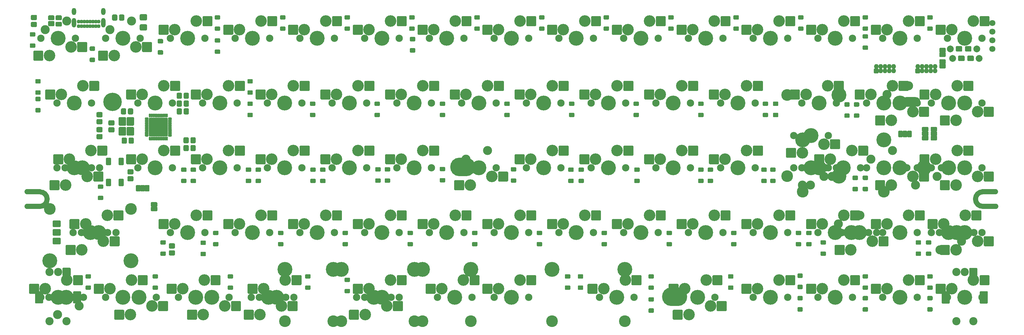
<source format=gbr>
G04 #@! TF.GenerationSoftware,KiCad,Pcbnew,(5.1.9-0-10_14)*
G04 #@! TF.CreationDate,2021-01-10T18:11:49+09:00*
G04 #@! TF.ProjectId,Jones,4a6f6e65-732e-46b6-9963-61645f706362,v.0.3.2*
G04 #@! TF.SameCoordinates,Original*
G04 #@! TF.FileFunction,Soldermask,Bot*
G04 #@! TF.FilePolarity,Negative*
%FSLAX46Y46*%
G04 Gerber Fmt 4.6, Leading zero omitted, Abs format (unit mm)*
G04 Created by KiCad (PCBNEW (5.1.9-0-10_14)) date 2021-01-10 18:11:49*
%MOMM*%
%LPD*%
G01*
G04 APERTURE LIST*
%ADD10C,1.500000*%
%ADD11O,5.600000X2.800000*%
%ADD12C,1.400000*%
%ADD13O,7.400240X5.400000*%
%ADD14C,5.400000*%
%ADD15C,3.400000*%
%ADD16C,4.387800*%
%ADD17C,2.150000*%
%ADD18C,2.400000*%
%ADD19C,1.797000*%
%ADD20C,1.100000*%
%ADD21O,1.300000X2.800000*%
%ADD22O,1.300000X2.100000*%
%ADD23C,2.650000*%
%ADD24C,3.448000*%
%ADD25O,1.400000X1.400000*%
%ADD26C,2.000000*%
G04 APERTURE END LIST*
D10*
X28550000Y-79050000D02*
G75*
G03*
X26400000Y-76900000I-2150000J0D01*
G01*
X28550000Y-79050000D02*
G75*
G02*
X26400000Y-81200000I-2150000J0D01*
G01*
X301650000Y-79050000D02*
G75*
G02*
X303800000Y-76900000I2150000J0D01*
G01*
X301650000Y-79050000D02*
G75*
G03*
X303800000Y-81200000I2150000J0D01*
G01*
X22600000Y-76900000D02*
X26400000Y-76900000D01*
X22650000Y-81200000D02*
X26450000Y-81200000D01*
X307600000Y-81200000D02*
X303800000Y-81200000D01*
X307550000Y-76900000D02*
X303750000Y-76900000D01*
D11*
X282650000Y-50450000D03*
D12*
X24357965Y-81250000D03*
X24350000Y-76900000D03*
X27950000Y-77550000D03*
X26400000Y-81250000D03*
X26400000Y-76900000D03*
X28550000Y-79050000D03*
X152000000Y-71450000D03*
X149600000Y-71450000D03*
X150800000Y-71450000D03*
X149600000Y-67700000D03*
X152000000Y-67700000D03*
X150800000Y-67700000D03*
X214300000Y-109600000D03*
X211900000Y-109600000D03*
X211950000Y-105900000D03*
X214350000Y-105900000D03*
X213100000Y-109600000D03*
X213150000Y-105900000D03*
X49050000Y-51800000D03*
X46450000Y-51750000D03*
X49050000Y-49100000D03*
X46450000Y-49100000D03*
X47800000Y-52350000D03*
X49700000Y-50450000D03*
X45900000Y-50450000D03*
X47800000Y-48550000D03*
D13*
X213100000Y-107750000D03*
X150800000Y-69550000D03*
D14*
X47800000Y-50450000D03*
D12*
X27950000Y-80550000D03*
X302250000Y-77550000D03*
X301650000Y-79050000D03*
X303800000Y-81200000D03*
X303800000Y-76850000D03*
X302250000Y-80550000D03*
X305850000Y-81200000D03*
X305842035Y-76850000D03*
D15*
X139090000Y-64795200D03*
D16*
X136550000Y-69875200D03*
D15*
X132740000Y-67335200D03*
D17*
X131470000Y-69875200D03*
X141630000Y-69875200D03*
G36*
G01*
X127990000Y-68585200D02*
X127990000Y-66085200D01*
G75*
G02*
X128190000Y-65885200I200000J0D01*
G01*
X130740000Y-65885200D01*
G75*
G02*
X130940000Y-66085200I0J-200000D01*
G01*
X130940000Y-68585200D01*
G75*
G02*
X130740000Y-68785200I-200000J0D01*
G01*
X128190000Y-68785200D01*
G75*
G02*
X127990000Y-68585200I0J200000D01*
G01*
G37*
G36*
G01*
X140917000Y-66045200D02*
X140917000Y-63545200D01*
G75*
G02*
X141117000Y-63345200I200000J0D01*
G01*
X143667000Y-63345200D01*
G75*
G02*
X143867000Y-63545200I0J-200000D01*
G01*
X143867000Y-66045200D01*
G75*
G02*
X143667000Y-66245200I-200000J0D01*
G01*
X141117000Y-66245200D01*
G75*
G02*
X140917000Y-66045200I0J200000D01*
G01*
G37*
G36*
G01*
X264741840Y-27945040D02*
X264741840Y-25445040D01*
G75*
G02*
X264941840Y-25245040I200000J0D01*
G01*
X267491840Y-25245040D01*
G75*
G02*
X267691840Y-25445040I0J-200000D01*
G01*
X267691840Y-27945040D01*
G75*
G02*
X267491840Y-28145040I-200000J0D01*
G01*
X264941840Y-28145040D01*
G75*
G02*
X264741840Y-27945040I0J200000D01*
G01*
G37*
G36*
G01*
X251814840Y-30485040D02*
X251814840Y-27985040D01*
G75*
G02*
X252014840Y-27785040I200000J0D01*
G01*
X254564840Y-27785040D01*
G75*
G02*
X254764840Y-27985040I0J-200000D01*
G01*
X254764840Y-30485040D01*
G75*
G02*
X254564840Y-30685040I-200000J0D01*
G01*
X252014840Y-30685040D01*
G75*
G02*
X251814840Y-30485040I0J200000D01*
G01*
G37*
X265454840Y-31775040D03*
X255294840Y-31775040D03*
D15*
X256564840Y-29235040D03*
D16*
X260374840Y-31775040D03*
D15*
X262914840Y-26695040D03*
X281966080Y-26695080D03*
D16*
X279426080Y-31775080D03*
D15*
X275616080Y-29235080D03*
D17*
X274346080Y-31775080D03*
X284506080Y-31775080D03*
G36*
G01*
X270866080Y-30485080D02*
X270866080Y-27985080D01*
G75*
G02*
X271066080Y-27785080I200000J0D01*
G01*
X273616080Y-27785080D01*
G75*
G02*
X273816080Y-27985080I0J-200000D01*
G01*
X273816080Y-30485080D01*
G75*
G02*
X273616080Y-30685080I-200000J0D01*
G01*
X271066080Y-30685080D01*
G75*
G02*
X270866080Y-30485080I0J200000D01*
G01*
G37*
G36*
G01*
X283793080Y-27945080D02*
X283793080Y-25445080D01*
G75*
G02*
X283993080Y-25245080I200000J0D01*
G01*
X286543080Y-25245080D01*
G75*
G02*
X286743080Y-25445080I0J-200000D01*
G01*
X286743080Y-27945080D01*
G75*
G02*
X286543080Y-28145080I-200000J0D01*
G01*
X283993080Y-28145080D01*
G75*
G02*
X283793080Y-27945080I0J200000D01*
G01*
G37*
D15*
X120040000Y-64795200D03*
D16*
X117500000Y-69875200D03*
D15*
X113690000Y-67335200D03*
D17*
X112420000Y-69875200D03*
X122580000Y-69875200D03*
G36*
G01*
X108940000Y-68585200D02*
X108940000Y-66085200D01*
G75*
G02*
X109140000Y-65885200I200000J0D01*
G01*
X111690000Y-65885200D01*
G75*
G02*
X111890000Y-66085200I0J-200000D01*
G01*
X111890000Y-68585200D01*
G75*
G02*
X111690000Y-68785200I-200000J0D01*
G01*
X109140000Y-68785200D01*
G75*
G02*
X108940000Y-68585200I0J200000D01*
G01*
G37*
G36*
G01*
X121867000Y-66045200D02*
X121867000Y-63545200D01*
G75*
G02*
X122067000Y-63345200I200000J0D01*
G01*
X124617000Y-63345200D01*
G75*
G02*
X124817000Y-63545200I0J-200000D01*
G01*
X124817000Y-66045200D01*
G75*
G02*
X124617000Y-66245200I-200000J0D01*
G01*
X122067000Y-66245200D01*
G75*
G02*
X121867000Y-66045200I0J200000D01*
G01*
G37*
G36*
G01*
X24086955Y-24850040D02*
X25213045Y-24850040D01*
G75*
G02*
X25550000Y-25186995I0J-336955D01*
G01*
X25550000Y-26063085D01*
G75*
G02*
X25213045Y-26400040I-336955J0D01*
G01*
X24086955Y-26400040D01*
G75*
G02*
X23750000Y-26063085I0J336955D01*
G01*
X23750000Y-25186995D01*
G75*
G02*
X24086955Y-24850040I336955J0D01*
G01*
G37*
G36*
G01*
X24086955Y-26900040D02*
X25213045Y-26900040D01*
G75*
G02*
X25550000Y-27236995I0J-336955D01*
G01*
X25550000Y-28113085D01*
G75*
G02*
X25213045Y-28450040I-336955J0D01*
G01*
X24086955Y-28450040D01*
G75*
G02*
X23750000Y-28113085I0J336955D01*
G01*
X23750000Y-27236995D01*
G75*
G02*
X24086955Y-26900040I336955J0D01*
G01*
G37*
G36*
G01*
X30450000Y-28220040D02*
X29050000Y-28220040D01*
G75*
G02*
X28850000Y-28020040I0J200000D01*
G01*
X28850000Y-26820040D01*
G75*
G02*
X29050000Y-26620040I200000J0D01*
G01*
X30450000Y-26620040D01*
G75*
G02*
X30650000Y-26820040I0J-200000D01*
G01*
X30650000Y-28020040D01*
G75*
G02*
X30450000Y-28220040I-200000J0D01*
G01*
G37*
G36*
G01*
X30450000Y-26400040D02*
X29050000Y-26400040D01*
G75*
G02*
X28850000Y-26200040I0J200000D01*
G01*
X28850000Y-25200040D01*
G75*
G02*
X29050000Y-25000040I200000J0D01*
G01*
X30450000Y-25000040D01*
G75*
G02*
X30650000Y-25200040I0J-200000D01*
G01*
X30650000Y-26200040D01*
G75*
G02*
X30450000Y-26400040I-200000J0D01*
G01*
G37*
G36*
G01*
X32650000Y-26400040D02*
X31250000Y-26400040D01*
G75*
G02*
X31050000Y-26200040I0J200000D01*
G01*
X31050000Y-25200040D01*
G75*
G02*
X31250000Y-25000040I200000J0D01*
G01*
X32650000Y-25000040D01*
G75*
G02*
X32850000Y-25200040I0J-200000D01*
G01*
X32850000Y-26200040D01*
G75*
G02*
X32650000Y-26400040I-200000J0D01*
G01*
G37*
G36*
G01*
X32650000Y-28300040D02*
X31250000Y-28300040D01*
G75*
G02*
X31050000Y-28100040I0J200000D01*
G01*
X31050000Y-27100040D01*
G75*
G02*
X31250000Y-26900040I200000J0D01*
G01*
X32650000Y-26900040D01*
G75*
G02*
X32850000Y-27100040I0J-200000D01*
G01*
X32850000Y-28100040D01*
G75*
G02*
X32650000Y-28300040I-200000J0D01*
G01*
G37*
G36*
G01*
X64717000Y-46995120D02*
X64717000Y-44495120D01*
G75*
G02*
X64917000Y-44295120I200000J0D01*
G01*
X67467000Y-44295120D01*
G75*
G02*
X67667000Y-44495120I0J-200000D01*
G01*
X67667000Y-46995120D01*
G75*
G02*
X67467000Y-47195120I-200000J0D01*
G01*
X64917000Y-47195120D01*
G75*
G02*
X64717000Y-46995120I0J200000D01*
G01*
G37*
G36*
G01*
X51790000Y-49535120D02*
X51790000Y-47035120D01*
G75*
G02*
X51990000Y-46835120I200000J0D01*
G01*
X54540000Y-46835120D01*
G75*
G02*
X54740000Y-47035120I0J-200000D01*
G01*
X54740000Y-49535120D01*
G75*
G02*
X54540000Y-49735120I-200000J0D01*
G01*
X51990000Y-49735120D01*
G75*
G02*
X51790000Y-49535120I0J200000D01*
G01*
G37*
X65430000Y-50825120D03*
X55270000Y-50825120D03*
D15*
X56540000Y-48285120D03*
D16*
X60350000Y-50825120D03*
D15*
X62890000Y-45745120D03*
X62890000Y-64795200D03*
D16*
X60350000Y-69875200D03*
D15*
X56540000Y-67335200D03*
D17*
X55270000Y-69875200D03*
X65430000Y-69875200D03*
G36*
G01*
X51790000Y-68585200D02*
X51790000Y-66085200D01*
G75*
G02*
X51990000Y-65885200I200000J0D01*
G01*
X54540000Y-65885200D01*
G75*
G02*
X54740000Y-66085200I0J-200000D01*
G01*
X54740000Y-68585200D01*
G75*
G02*
X54540000Y-68785200I-200000J0D01*
G01*
X51990000Y-68785200D01*
G75*
G02*
X51790000Y-68585200I0J200000D01*
G01*
G37*
G36*
G01*
X64717000Y-66045200D02*
X64717000Y-63545200D01*
G75*
G02*
X64917000Y-63345200I200000J0D01*
G01*
X67467000Y-63345200D01*
G75*
G02*
X67667000Y-63545200I0J-200000D01*
G01*
X67667000Y-66045200D01*
G75*
G02*
X67467000Y-66245200I-200000J0D01*
G01*
X64917000Y-66245200D01*
G75*
G02*
X64717000Y-66045200I0J200000D01*
G01*
G37*
G36*
G01*
X179017640Y-66045200D02*
X179017640Y-63545200D01*
G75*
G02*
X179217640Y-63345200I200000J0D01*
G01*
X181767640Y-63345200D01*
G75*
G02*
X181967640Y-63545200I0J-200000D01*
G01*
X181967640Y-66045200D01*
G75*
G02*
X181767640Y-66245200I-200000J0D01*
G01*
X179217640Y-66245200D01*
G75*
G02*
X179017640Y-66045200I0J200000D01*
G01*
G37*
G36*
G01*
X166090640Y-68585200D02*
X166090640Y-66085200D01*
G75*
G02*
X166290640Y-65885200I200000J0D01*
G01*
X168840640Y-65885200D01*
G75*
G02*
X169040640Y-66085200I0J-200000D01*
G01*
X169040640Y-68585200D01*
G75*
G02*
X168840640Y-68785200I-200000J0D01*
G01*
X166290640Y-68785200D01*
G75*
G02*
X166090640Y-68585200I0J200000D01*
G01*
G37*
X179730640Y-69875200D03*
X169570640Y-69875200D03*
D15*
X170840640Y-67335200D03*
D16*
X174650640Y-69875200D03*
D15*
X177190640Y-64795200D03*
X39077500Y-45745120D03*
D16*
X36537500Y-50825120D03*
D15*
X32727500Y-48285120D03*
D17*
X31457500Y-50825120D03*
X41617500Y-50825120D03*
G36*
G01*
X27977500Y-49535120D02*
X27977500Y-47035120D01*
G75*
G02*
X28177500Y-46835120I200000J0D01*
G01*
X30727500Y-46835120D01*
G75*
G02*
X30927500Y-47035120I0J-200000D01*
G01*
X30927500Y-49535120D01*
G75*
G02*
X30727500Y-49735120I-200000J0D01*
G01*
X28177500Y-49735120D01*
G75*
G02*
X27977500Y-49535120I0J200000D01*
G01*
G37*
G36*
G01*
X40904500Y-46995120D02*
X40904500Y-44495120D01*
G75*
G02*
X41104500Y-44295120I200000J0D01*
G01*
X43654500Y-44295120D01*
G75*
G02*
X43854500Y-44495120I0J-200000D01*
G01*
X43854500Y-46995120D01*
G75*
G02*
X43654500Y-47195120I-200000J0D01*
G01*
X41104500Y-47195120D01*
G75*
G02*
X40904500Y-46995120I0J200000D01*
G01*
G37*
G36*
G01*
X52100000Y-54950040D02*
X53900000Y-54950040D01*
G75*
G02*
X54100000Y-55150040I0J-200000D01*
G01*
X54100000Y-57250040D01*
G75*
G02*
X53900000Y-57450040I-200000J0D01*
G01*
X52100000Y-57450040D01*
G75*
G02*
X51900000Y-57250040I0J200000D01*
G01*
X51900000Y-55150040D01*
G75*
G02*
X52100000Y-54950040I200000J0D01*
G01*
G37*
G36*
G01*
X52100000Y-57850040D02*
X53900000Y-57850040D01*
G75*
G02*
X54100000Y-58050040I0J-200000D01*
G01*
X54100000Y-60150040D01*
G75*
G02*
X53900000Y-60350040I-200000J0D01*
G01*
X52100000Y-60350040D01*
G75*
G02*
X51900000Y-60150040I0J200000D01*
G01*
X51900000Y-58050040D01*
G75*
G02*
X52100000Y-57850040I200000J0D01*
G01*
G37*
G36*
G01*
X49800000Y-57850040D02*
X51600000Y-57850040D01*
G75*
G02*
X51800000Y-58050040I0J-200000D01*
G01*
X51800000Y-60150040D01*
G75*
G02*
X51600000Y-60350040I-200000J0D01*
G01*
X49800000Y-60350040D01*
G75*
G02*
X49600000Y-60150040I0J200000D01*
G01*
X49600000Y-58050040D01*
G75*
G02*
X49800000Y-57850040I200000J0D01*
G01*
G37*
G36*
G01*
X49800000Y-54950040D02*
X51600000Y-54950040D01*
G75*
G02*
X51800000Y-55150040I0J-200000D01*
G01*
X51800000Y-57250040D01*
G75*
G02*
X51600000Y-57450040I-200000J0D01*
G01*
X49800000Y-57450040D01*
G75*
G02*
X49600000Y-57250040I0J200000D01*
G01*
X49600000Y-55150040D01*
G75*
G02*
X49800000Y-54950040I200000J0D01*
G01*
G37*
G36*
G01*
X51800000Y-52686995D02*
X51800000Y-53813085D01*
G75*
G02*
X51463045Y-54150040I-336955J0D01*
G01*
X50586955Y-54150040D01*
G75*
G02*
X50250000Y-53813085I0J336955D01*
G01*
X50250000Y-52686995D01*
G75*
G02*
X50586955Y-52350040I336955J0D01*
G01*
X51463045Y-52350040D01*
G75*
G02*
X51800000Y-52686995I0J-336955D01*
G01*
G37*
G36*
G01*
X53850000Y-52686995D02*
X53850000Y-53813085D01*
G75*
G02*
X53513045Y-54150040I-336955J0D01*
G01*
X52636955Y-54150040D01*
G75*
G02*
X52300000Y-53813085I0J336955D01*
G01*
X52300000Y-52686995D01*
G75*
G02*
X52636955Y-52350040I336955J0D01*
G01*
X53513045Y-52350040D01*
G75*
G02*
X53850000Y-52686995I0J-336955D01*
G01*
G37*
G36*
G01*
X48013045Y-57400040D02*
X46886955Y-57400040D01*
G75*
G02*
X46550000Y-57063085I0J336955D01*
G01*
X46550000Y-56186995D01*
G75*
G02*
X46886955Y-55850040I336955J0D01*
G01*
X48013045Y-55850040D01*
G75*
G02*
X48350000Y-56186995I0J-336955D01*
G01*
X48350000Y-57063085D01*
G75*
G02*
X48013045Y-57400040I-336955J0D01*
G01*
G37*
G36*
G01*
X48013045Y-59450040D02*
X46886955Y-59450040D01*
G75*
G02*
X46550000Y-59113085I0J336955D01*
G01*
X46550000Y-58236995D01*
G75*
G02*
X46886955Y-57900040I336955J0D01*
G01*
X48013045Y-57900040D01*
G75*
G02*
X48350000Y-58236995I0J-336955D01*
G01*
X48350000Y-59113085D01*
G75*
G02*
X48013045Y-59450040I-336955J0D01*
G01*
G37*
G36*
G01*
X50450000Y-62413085D02*
X50450000Y-61286995D01*
G75*
G02*
X50786955Y-60950040I336955J0D01*
G01*
X51663045Y-60950040D01*
G75*
G02*
X52000000Y-61286995I0J-336955D01*
G01*
X52000000Y-62413085D01*
G75*
G02*
X51663045Y-62750040I-336955J0D01*
G01*
X50786955Y-62750040D01*
G75*
G02*
X50450000Y-62413085I0J336955D01*
G01*
G37*
G36*
G01*
X52500000Y-62413085D02*
X52500000Y-61286995D01*
G75*
G02*
X52836955Y-60950040I336955J0D01*
G01*
X53713045Y-60950040D01*
G75*
G02*
X54050000Y-61286995I0J-336955D01*
G01*
X54050000Y-62413085D01*
G75*
G02*
X53713045Y-62750040I-336955J0D01*
G01*
X52836955Y-62750040D01*
G75*
G02*
X52500000Y-62413085I0J336955D01*
G01*
G37*
G36*
G01*
X299993580Y-99265550D02*
X301993580Y-99265550D01*
G75*
G02*
X302193580Y-99465550I0J-200000D01*
G01*
X302193580Y-101465550D01*
G75*
G02*
X301993580Y-101665550I-200000J0D01*
G01*
X299993580Y-101665550D01*
G75*
G02*
X299793580Y-101465550I0J200000D01*
G01*
X299793580Y-99465550D01*
G75*
G02*
X299993580Y-99265550I200000J0D01*
G01*
G37*
D18*
X298493580Y-100465550D03*
X295993580Y-100465550D03*
G36*
G01*
X303093580Y-106165550D02*
X305093580Y-106165550D01*
G75*
G02*
X305293580Y-106365550I0J-200000D01*
G01*
X305293580Y-109565550D01*
G75*
G02*
X305093580Y-109765550I-200000J0D01*
G01*
X303093580Y-109765550D01*
G75*
G02*
X302893580Y-109565550I0J200000D01*
G01*
X302893580Y-106365550D01*
G75*
G02*
X303093580Y-106165550I200000J0D01*
G01*
G37*
G36*
G01*
X291893580Y-106165550D02*
X293893580Y-106165550D01*
G75*
G02*
X294093580Y-106365550I0J-200000D01*
G01*
X294093580Y-109565550D01*
G75*
G02*
X293893580Y-109765550I-200000J0D01*
G01*
X291893580Y-109765550D01*
G75*
G02*
X291693580Y-109565550I0J200000D01*
G01*
X291693580Y-106365550D01*
G75*
G02*
X291893580Y-106165550I200000J0D01*
G01*
G37*
X300993580Y-114965550D03*
X295993580Y-114965550D03*
G36*
G01*
X46458000Y-35605040D02*
X46458000Y-38105040D01*
G75*
G02*
X46258000Y-38305040I-200000J0D01*
G01*
X43708000Y-38305040D01*
G75*
G02*
X43508000Y-38105040I0J200000D01*
G01*
X43508000Y-35605040D01*
G75*
G02*
X43708000Y-35405040I200000J0D01*
G01*
X46258000Y-35405040D01*
G75*
G02*
X46458000Y-35605040I0J-200000D01*
G01*
G37*
G36*
G01*
X59385000Y-33065040D02*
X59385000Y-35565040D01*
G75*
G02*
X59185000Y-35765040I-200000J0D01*
G01*
X56635000Y-35765040D01*
G75*
G02*
X56435000Y-35565040I0J200000D01*
G01*
X56435000Y-33065040D01*
G75*
G02*
X56635000Y-32865040I200000J0D01*
G01*
X59185000Y-32865040D01*
G75*
G02*
X59385000Y-33065040I0J-200000D01*
G01*
G37*
D17*
X45745000Y-31775040D03*
X55905000Y-31775040D03*
D15*
X54635000Y-34315040D03*
D16*
X50825000Y-31775040D03*
D15*
X48285000Y-36855040D03*
G36*
G01*
X107250000Y-51650040D02*
X106050000Y-51650040D01*
G75*
G02*
X105850000Y-51450040I0J200000D01*
G01*
X105850000Y-50550040D01*
G75*
G02*
X106050000Y-50350040I200000J0D01*
G01*
X107250000Y-50350040D01*
G75*
G02*
X107450000Y-50550040I0J-200000D01*
G01*
X107450000Y-51450040D01*
G75*
G02*
X107250000Y-51650040I-200000J0D01*
G01*
G37*
G36*
G01*
X107250000Y-54950040D02*
X106050000Y-54950040D01*
G75*
G02*
X105850000Y-54750040I0J200000D01*
G01*
X105850000Y-53850040D01*
G75*
G02*
X106050000Y-53650040I200000J0D01*
G01*
X107250000Y-53650040D01*
G75*
G02*
X107450000Y-53850040I0J-200000D01*
G01*
X107450000Y-54750040D01*
G75*
G02*
X107250000Y-54950040I-200000J0D01*
G01*
G37*
G36*
G01*
X26450000Y-48350040D02*
X25250000Y-48350040D01*
G75*
G02*
X25050000Y-48150040I0J200000D01*
G01*
X25050000Y-47250040D01*
G75*
G02*
X25250000Y-47050040I200000J0D01*
G01*
X26450000Y-47050040D01*
G75*
G02*
X26650000Y-47250040I0J-200000D01*
G01*
X26650000Y-48150040D01*
G75*
G02*
X26450000Y-48350040I-200000J0D01*
G01*
G37*
G36*
G01*
X26450000Y-45050040D02*
X25250000Y-45050040D01*
G75*
G02*
X25050000Y-44850040I0J200000D01*
G01*
X25050000Y-43950040D01*
G75*
G02*
X25250000Y-43750040I200000J0D01*
G01*
X26450000Y-43750040D01*
G75*
G02*
X26650000Y-43950040I0J-200000D01*
G01*
X26650000Y-44850040D01*
G75*
G02*
X26450000Y-45050040I-200000J0D01*
G01*
G37*
G36*
G01*
X42450000Y-35450040D02*
X41250000Y-35450040D01*
G75*
G02*
X41050000Y-35250040I0J200000D01*
G01*
X41050000Y-34350040D01*
G75*
G02*
X41250000Y-34150040I200000J0D01*
G01*
X42450000Y-34150040D01*
G75*
G02*
X42650000Y-34350040I0J-200000D01*
G01*
X42650000Y-35250040D01*
G75*
G02*
X42450000Y-35450040I-200000J0D01*
G01*
G37*
G36*
G01*
X42450000Y-38750040D02*
X41250000Y-38750040D01*
G75*
G02*
X41050000Y-38550040I0J200000D01*
G01*
X41050000Y-37650040D01*
G75*
G02*
X41250000Y-37450040I200000J0D01*
G01*
X42450000Y-37450040D01*
G75*
G02*
X42650000Y-37650040I0J-200000D01*
G01*
X42650000Y-38550040D01*
G75*
G02*
X42450000Y-38750040I-200000J0D01*
G01*
G37*
G36*
G01*
X79250000Y-26250040D02*
X78050000Y-26250040D01*
G75*
G02*
X77850000Y-26050040I0J200000D01*
G01*
X77850000Y-25150040D01*
G75*
G02*
X78050000Y-24950040I200000J0D01*
G01*
X79250000Y-24950040D01*
G75*
G02*
X79450000Y-25150040I0J-200000D01*
G01*
X79450000Y-26050040D01*
G75*
G02*
X79250000Y-26250040I-200000J0D01*
G01*
G37*
G36*
G01*
X79250000Y-29550040D02*
X78050000Y-29550040D01*
G75*
G02*
X77850000Y-29350040I0J200000D01*
G01*
X77850000Y-28450040D01*
G75*
G02*
X78050000Y-28250040I200000J0D01*
G01*
X79250000Y-28250040D01*
G75*
G02*
X79450000Y-28450040I0J-200000D01*
G01*
X79450000Y-29350040D01*
G75*
G02*
X79250000Y-29550040I-200000J0D01*
G01*
G37*
G36*
G01*
X98450000Y-26250040D02*
X97250000Y-26250040D01*
G75*
G02*
X97050000Y-26050040I0J200000D01*
G01*
X97050000Y-25150040D01*
G75*
G02*
X97250000Y-24950040I200000J0D01*
G01*
X98450000Y-24950040D01*
G75*
G02*
X98650000Y-25150040I0J-200000D01*
G01*
X98650000Y-26050040D01*
G75*
G02*
X98450000Y-26250040I-200000J0D01*
G01*
G37*
G36*
G01*
X98450000Y-29550040D02*
X97250000Y-29550040D01*
G75*
G02*
X97050000Y-29350040I0J200000D01*
G01*
X97050000Y-28450040D01*
G75*
G02*
X97250000Y-28250040I200000J0D01*
G01*
X98450000Y-28250040D01*
G75*
G02*
X98650000Y-28450040I0J-200000D01*
G01*
X98650000Y-29350040D01*
G75*
G02*
X98450000Y-29550040I-200000J0D01*
G01*
G37*
G36*
G01*
X117450000Y-26250040D02*
X116250000Y-26250040D01*
G75*
G02*
X116050000Y-26050040I0J200000D01*
G01*
X116050000Y-25150040D01*
G75*
G02*
X116250000Y-24950040I200000J0D01*
G01*
X117450000Y-24950040D01*
G75*
G02*
X117650000Y-25150040I0J-200000D01*
G01*
X117650000Y-26050040D01*
G75*
G02*
X117450000Y-26250040I-200000J0D01*
G01*
G37*
G36*
G01*
X117450000Y-29550040D02*
X116250000Y-29550040D01*
G75*
G02*
X116050000Y-29350040I0J200000D01*
G01*
X116050000Y-28450040D01*
G75*
G02*
X116250000Y-28250040I200000J0D01*
G01*
X117450000Y-28250040D01*
G75*
G02*
X117650000Y-28450040I0J-200000D01*
G01*
X117650000Y-29350040D01*
G75*
G02*
X117450000Y-29550040I-200000J0D01*
G01*
G37*
G36*
G01*
X136450000Y-26250040D02*
X135250000Y-26250040D01*
G75*
G02*
X135050000Y-26050040I0J200000D01*
G01*
X135050000Y-25150040D01*
G75*
G02*
X135250000Y-24950040I200000J0D01*
G01*
X136450000Y-24950040D01*
G75*
G02*
X136650000Y-25150040I0J-200000D01*
G01*
X136650000Y-26050040D01*
G75*
G02*
X136450000Y-26250040I-200000J0D01*
G01*
G37*
G36*
G01*
X136450000Y-29550040D02*
X135250000Y-29550040D01*
G75*
G02*
X135050000Y-29350040I0J200000D01*
G01*
X135050000Y-28450040D01*
G75*
G02*
X135250000Y-28250040I200000J0D01*
G01*
X136450000Y-28250040D01*
G75*
G02*
X136650000Y-28450040I0J-200000D01*
G01*
X136650000Y-29350040D01*
G75*
G02*
X136450000Y-29550040I-200000J0D01*
G01*
G37*
G36*
G01*
X155650000Y-26250040D02*
X154450000Y-26250040D01*
G75*
G02*
X154250000Y-26050040I0J200000D01*
G01*
X154250000Y-25150040D01*
G75*
G02*
X154450000Y-24950040I200000J0D01*
G01*
X155650000Y-24950040D01*
G75*
G02*
X155850000Y-25150040I0J-200000D01*
G01*
X155850000Y-26050040D01*
G75*
G02*
X155650000Y-26250040I-200000J0D01*
G01*
G37*
G36*
G01*
X155650000Y-29550040D02*
X154450000Y-29550040D01*
G75*
G02*
X154250000Y-29350040I0J200000D01*
G01*
X154250000Y-28450040D01*
G75*
G02*
X154450000Y-28250040I200000J0D01*
G01*
X155650000Y-28250040D01*
G75*
G02*
X155850000Y-28450040I0J-200000D01*
G01*
X155850000Y-29350040D01*
G75*
G02*
X155650000Y-29550040I-200000J0D01*
G01*
G37*
G36*
G01*
X174650000Y-26250040D02*
X173450000Y-26250040D01*
G75*
G02*
X173250000Y-26050040I0J200000D01*
G01*
X173250000Y-25150040D01*
G75*
G02*
X173450000Y-24950040I200000J0D01*
G01*
X174650000Y-24950040D01*
G75*
G02*
X174850000Y-25150040I0J-200000D01*
G01*
X174850000Y-26050040D01*
G75*
G02*
X174650000Y-26250040I-200000J0D01*
G01*
G37*
G36*
G01*
X174650000Y-29550040D02*
X173450000Y-29550040D01*
G75*
G02*
X173250000Y-29350040I0J200000D01*
G01*
X173250000Y-28450040D01*
G75*
G02*
X173450000Y-28250040I200000J0D01*
G01*
X174650000Y-28250040D01*
G75*
G02*
X174850000Y-28450040I0J-200000D01*
G01*
X174850000Y-29350040D01*
G75*
G02*
X174650000Y-29550040I-200000J0D01*
G01*
G37*
G36*
G01*
X193650000Y-26250040D02*
X192450000Y-26250040D01*
G75*
G02*
X192250000Y-26050040I0J200000D01*
G01*
X192250000Y-25150040D01*
G75*
G02*
X192450000Y-24950040I200000J0D01*
G01*
X193650000Y-24950040D01*
G75*
G02*
X193850000Y-25150040I0J-200000D01*
G01*
X193850000Y-26050040D01*
G75*
G02*
X193650000Y-26250040I-200000J0D01*
G01*
G37*
G36*
G01*
X193650000Y-29550040D02*
X192450000Y-29550040D01*
G75*
G02*
X192250000Y-29350040I0J200000D01*
G01*
X192250000Y-28450040D01*
G75*
G02*
X192450000Y-28250040I200000J0D01*
G01*
X193650000Y-28250040D01*
G75*
G02*
X193850000Y-28450040I0J-200000D01*
G01*
X193850000Y-29350040D01*
G75*
G02*
X193650000Y-29550040I-200000J0D01*
G01*
G37*
G36*
G01*
X212650000Y-26250040D02*
X211450000Y-26250040D01*
G75*
G02*
X211250000Y-26050040I0J200000D01*
G01*
X211250000Y-25150040D01*
G75*
G02*
X211450000Y-24950040I200000J0D01*
G01*
X212650000Y-24950040D01*
G75*
G02*
X212850000Y-25150040I0J-200000D01*
G01*
X212850000Y-26050040D01*
G75*
G02*
X212650000Y-26250040I-200000J0D01*
G01*
G37*
G36*
G01*
X212650000Y-29550040D02*
X211450000Y-29550040D01*
G75*
G02*
X211250000Y-29350040I0J200000D01*
G01*
X211250000Y-28450040D01*
G75*
G02*
X211450000Y-28250040I200000J0D01*
G01*
X212650000Y-28250040D01*
G75*
G02*
X212850000Y-28450040I0J-200000D01*
G01*
X212850000Y-29350040D01*
G75*
G02*
X212650000Y-29550040I-200000J0D01*
G01*
G37*
G36*
G01*
X231850000Y-26250040D02*
X230650000Y-26250040D01*
G75*
G02*
X230450000Y-26050040I0J200000D01*
G01*
X230450000Y-25150040D01*
G75*
G02*
X230650000Y-24950040I200000J0D01*
G01*
X231850000Y-24950040D01*
G75*
G02*
X232050000Y-25150040I0J-200000D01*
G01*
X232050000Y-26050040D01*
G75*
G02*
X231850000Y-26250040I-200000J0D01*
G01*
G37*
G36*
G01*
X231850000Y-29550040D02*
X230650000Y-29550040D01*
G75*
G02*
X230450000Y-29350040I0J200000D01*
G01*
X230450000Y-28450040D01*
G75*
G02*
X230650000Y-28250040I200000J0D01*
G01*
X231850000Y-28250040D01*
G75*
G02*
X232050000Y-28450040I0J-200000D01*
G01*
X232050000Y-29350040D01*
G75*
G02*
X231850000Y-29550040I-200000J0D01*
G01*
G37*
G36*
G01*
X250850000Y-26250040D02*
X249650000Y-26250040D01*
G75*
G02*
X249450000Y-26050040I0J200000D01*
G01*
X249450000Y-25150040D01*
G75*
G02*
X249650000Y-24950040I200000J0D01*
G01*
X250850000Y-24950040D01*
G75*
G02*
X251050000Y-25150040I0J-200000D01*
G01*
X251050000Y-26050040D01*
G75*
G02*
X250850000Y-26250040I-200000J0D01*
G01*
G37*
G36*
G01*
X250850000Y-29550040D02*
X249650000Y-29550040D01*
G75*
G02*
X249450000Y-29350040I0J200000D01*
G01*
X249450000Y-28450040D01*
G75*
G02*
X249650000Y-28250040I200000J0D01*
G01*
X250850000Y-28250040D01*
G75*
G02*
X251050000Y-28450040I0J-200000D01*
G01*
X251050000Y-29350040D01*
G75*
G02*
X250850000Y-29550040I-200000J0D01*
G01*
G37*
G36*
G01*
X269850000Y-26250040D02*
X268650000Y-26250040D01*
G75*
G02*
X268450000Y-26050040I0J200000D01*
G01*
X268450000Y-25150040D01*
G75*
G02*
X268650000Y-24950040I200000J0D01*
G01*
X269850000Y-24950040D01*
G75*
G02*
X270050000Y-25150040I0J-200000D01*
G01*
X270050000Y-26050040D01*
G75*
G02*
X269850000Y-26250040I-200000J0D01*
G01*
G37*
G36*
G01*
X269850000Y-29550040D02*
X268650000Y-29550040D01*
G75*
G02*
X268450000Y-29350040I0J200000D01*
G01*
X268450000Y-28450040D01*
G75*
G02*
X268650000Y-28250040I200000J0D01*
G01*
X269850000Y-28250040D01*
G75*
G02*
X270050000Y-28450040I0J-200000D01*
G01*
X270050000Y-29350040D01*
G75*
G02*
X269850000Y-29550040I-200000J0D01*
G01*
G37*
G36*
G01*
X269850000Y-31850040D02*
X268650000Y-31850040D01*
G75*
G02*
X268450000Y-31650040I0J200000D01*
G01*
X268450000Y-30750040D01*
G75*
G02*
X268650000Y-30550040I200000J0D01*
G01*
X269850000Y-30550040D01*
G75*
G02*
X270050000Y-30750040I0J-200000D01*
G01*
X270050000Y-31650040D01*
G75*
G02*
X269850000Y-31850040I-200000J0D01*
G01*
G37*
G36*
G01*
X269850000Y-35150040D02*
X268650000Y-35150040D01*
G75*
G02*
X268450000Y-34950040I0J200000D01*
G01*
X268450000Y-34050040D01*
G75*
G02*
X268650000Y-33850040I200000J0D01*
G01*
X269850000Y-33850040D01*
G75*
G02*
X270050000Y-34050040I0J-200000D01*
G01*
X270050000Y-34950040D01*
G75*
G02*
X269850000Y-35150040I-200000J0D01*
G01*
G37*
G36*
G01*
X266850000Y-73450040D02*
X265650000Y-73450040D01*
G75*
G02*
X265450000Y-73250040I0J200000D01*
G01*
X265450000Y-72350040D01*
G75*
G02*
X265650000Y-72150040I200000J0D01*
G01*
X266850000Y-72150040D01*
G75*
G02*
X267050000Y-72350040I0J-200000D01*
G01*
X267050000Y-73250040D01*
G75*
G02*
X266850000Y-73450040I-200000J0D01*
G01*
G37*
G36*
G01*
X266850000Y-76750040D02*
X265650000Y-76750040D01*
G75*
G02*
X265450000Y-76550040I0J200000D01*
G01*
X265450000Y-75650040D01*
G75*
G02*
X265650000Y-75450040I200000J0D01*
G01*
X266850000Y-75450040D01*
G75*
G02*
X267050000Y-75650040I0J-200000D01*
G01*
X267050000Y-76550040D01*
G75*
G02*
X266850000Y-76750040I-200000J0D01*
G01*
G37*
G36*
G01*
X26450000Y-53550040D02*
X25250000Y-53550040D01*
G75*
G02*
X25050000Y-53350040I0J200000D01*
G01*
X25050000Y-52450040D01*
G75*
G02*
X25250000Y-52250040I200000J0D01*
G01*
X26450000Y-52250040D01*
G75*
G02*
X26650000Y-52450040I0J-200000D01*
G01*
X26650000Y-53350040D01*
G75*
G02*
X26450000Y-53550040I-200000J0D01*
G01*
G37*
G36*
G01*
X26450000Y-50250040D02*
X25250000Y-50250040D01*
G75*
G02*
X25050000Y-50050040I0J200000D01*
G01*
X25050000Y-49150040D01*
G75*
G02*
X25250000Y-48950040I200000J0D01*
G01*
X26450000Y-48950040D01*
G75*
G02*
X26650000Y-49150040I0J-200000D01*
G01*
X26650000Y-50050040D01*
G75*
G02*
X26450000Y-50250040I-200000J0D01*
G01*
G37*
G36*
G01*
X88850000Y-48350040D02*
X87650000Y-48350040D01*
G75*
G02*
X87450000Y-48150040I0J200000D01*
G01*
X87450000Y-47250040D01*
G75*
G02*
X87650000Y-47050040I200000J0D01*
G01*
X88850000Y-47050040D01*
G75*
G02*
X89050000Y-47250040I0J-200000D01*
G01*
X89050000Y-48150040D01*
G75*
G02*
X88850000Y-48350040I-200000J0D01*
G01*
G37*
G36*
G01*
X88850000Y-45050040D02*
X87650000Y-45050040D01*
G75*
G02*
X87450000Y-44850040I0J200000D01*
G01*
X87450000Y-43950040D01*
G75*
G02*
X87650000Y-43750040I200000J0D01*
G01*
X88850000Y-43750040D01*
G75*
G02*
X89050000Y-43950040I0J-200000D01*
G01*
X89050000Y-44850040D01*
G75*
G02*
X88850000Y-45050040I-200000J0D01*
G01*
G37*
G36*
G01*
X88850000Y-51650040D02*
X87650000Y-51650040D01*
G75*
G02*
X87450000Y-51450040I0J200000D01*
G01*
X87450000Y-50550040D01*
G75*
G02*
X87650000Y-50350040I200000J0D01*
G01*
X88850000Y-50350040D01*
G75*
G02*
X89050000Y-50550040I0J-200000D01*
G01*
X89050000Y-51450040D01*
G75*
G02*
X88850000Y-51650040I-200000J0D01*
G01*
G37*
G36*
G01*
X88850000Y-54950040D02*
X87650000Y-54950040D01*
G75*
G02*
X87450000Y-54750040I0J200000D01*
G01*
X87450000Y-53850040D01*
G75*
G02*
X87650000Y-53650040I200000J0D01*
G01*
X88850000Y-53650040D01*
G75*
G02*
X89050000Y-53850040I0J-200000D01*
G01*
X89050000Y-54750040D01*
G75*
G02*
X88850000Y-54950040I-200000J0D01*
G01*
G37*
G36*
G01*
X126250000Y-54950040D02*
X125050000Y-54950040D01*
G75*
G02*
X124850000Y-54750040I0J200000D01*
G01*
X124850000Y-53850040D01*
G75*
G02*
X125050000Y-53650040I200000J0D01*
G01*
X126250000Y-53650040D01*
G75*
G02*
X126450000Y-53850040I0J-200000D01*
G01*
X126450000Y-54750040D01*
G75*
G02*
X126250000Y-54950040I-200000J0D01*
G01*
G37*
G36*
G01*
X126250000Y-51650040D02*
X125050000Y-51650040D01*
G75*
G02*
X124850000Y-51450040I0J200000D01*
G01*
X124850000Y-50550040D01*
G75*
G02*
X125050000Y-50350040I200000J0D01*
G01*
X126250000Y-50350040D01*
G75*
G02*
X126450000Y-50550040I0J-200000D01*
G01*
X126450000Y-51450040D01*
G75*
G02*
X126250000Y-51650040I-200000J0D01*
G01*
G37*
G36*
G01*
X145450000Y-51650040D02*
X144250000Y-51650040D01*
G75*
G02*
X144050000Y-51450040I0J200000D01*
G01*
X144050000Y-50550040D01*
G75*
G02*
X144250000Y-50350040I200000J0D01*
G01*
X145450000Y-50350040D01*
G75*
G02*
X145650000Y-50550040I0J-200000D01*
G01*
X145650000Y-51450040D01*
G75*
G02*
X145450000Y-51650040I-200000J0D01*
G01*
G37*
G36*
G01*
X145450000Y-54950040D02*
X144250000Y-54950040D01*
G75*
G02*
X144050000Y-54750040I0J200000D01*
G01*
X144050000Y-53850040D01*
G75*
G02*
X144250000Y-53650040I200000J0D01*
G01*
X145450000Y-53650040D01*
G75*
G02*
X145650000Y-53850040I0J-200000D01*
G01*
X145650000Y-54750040D01*
G75*
G02*
X145450000Y-54950040I-200000J0D01*
G01*
G37*
G36*
G01*
X221450000Y-54950040D02*
X220250000Y-54950040D01*
G75*
G02*
X220050000Y-54750040I0J200000D01*
G01*
X220050000Y-53850040D01*
G75*
G02*
X220250000Y-53650040I200000J0D01*
G01*
X221450000Y-53650040D01*
G75*
G02*
X221650000Y-53850040I0J-200000D01*
G01*
X221650000Y-54750040D01*
G75*
G02*
X221450000Y-54950040I-200000J0D01*
G01*
G37*
G36*
G01*
X221450000Y-51650040D02*
X220250000Y-51650040D01*
G75*
G02*
X220050000Y-51450040I0J200000D01*
G01*
X220050000Y-50550040D01*
G75*
G02*
X220250000Y-50350040I200000J0D01*
G01*
X221450000Y-50350040D01*
G75*
G02*
X221650000Y-50550040I0J-200000D01*
G01*
X221650000Y-51450040D01*
G75*
G02*
X221450000Y-51650040I-200000J0D01*
G01*
G37*
G36*
G01*
X240450000Y-54950040D02*
X239250000Y-54950040D01*
G75*
G02*
X239050000Y-54750040I0J200000D01*
G01*
X239050000Y-53850040D01*
G75*
G02*
X239250000Y-53650040I200000J0D01*
G01*
X240450000Y-53650040D01*
G75*
G02*
X240650000Y-53850040I0J-200000D01*
G01*
X240650000Y-54750040D01*
G75*
G02*
X240450000Y-54950040I-200000J0D01*
G01*
G37*
G36*
G01*
X240450000Y-51650040D02*
X239250000Y-51650040D01*
G75*
G02*
X239050000Y-51450040I0J200000D01*
G01*
X239050000Y-50550040D01*
G75*
G02*
X239250000Y-50350040I200000J0D01*
G01*
X240450000Y-50350040D01*
G75*
G02*
X240650000Y-50550040I0J-200000D01*
G01*
X240650000Y-51450040D01*
G75*
G02*
X240450000Y-51650040I-200000J0D01*
G01*
G37*
G36*
G01*
X164450000Y-51650040D02*
X163250000Y-51650040D01*
G75*
G02*
X163050000Y-51450040I0J200000D01*
G01*
X163050000Y-50550040D01*
G75*
G02*
X163250000Y-50350040I200000J0D01*
G01*
X164450000Y-50350040D01*
G75*
G02*
X164650000Y-50550040I0J-200000D01*
G01*
X164650000Y-51450040D01*
G75*
G02*
X164450000Y-51650040I-200000J0D01*
G01*
G37*
G36*
G01*
X164450000Y-54950040D02*
X163250000Y-54950040D01*
G75*
G02*
X163050000Y-54750040I0J200000D01*
G01*
X163050000Y-53850040D01*
G75*
G02*
X163250000Y-53650040I200000J0D01*
G01*
X164450000Y-53650040D01*
G75*
G02*
X164650000Y-53850040I0J-200000D01*
G01*
X164650000Y-54750040D01*
G75*
G02*
X164450000Y-54950040I-200000J0D01*
G01*
G37*
G36*
G01*
X183450000Y-51650040D02*
X182250000Y-51650040D01*
G75*
G02*
X182050000Y-51450040I0J200000D01*
G01*
X182050000Y-50550040D01*
G75*
G02*
X182250000Y-50350040I200000J0D01*
G01*
X183450000Y-50350040D01*
G75*
G02*
X183650000Y-50550040I0J-200000D01*
G01*
X183650000Y-51450040D01*
G75*
G02*
X183450000Y-51650040I-200000J0D01*
G01*
G37*
G36*
G01*
X183450000Y-54950040D02*
X182250000Y-54950040D01*
G75*
G02*
X182050000Y-54750040I0J200000D01*
G01*
X182050000Y-53850040D01*
G75*
G02*
X182250000Y-53650040I200000J0D01*
G01*
X183450000Y-53650040D01*
G75*
G02*
X183650000Y-53850040I0J-200000D01*
G01*
X183650000Y-54750040D01*
G75*
G02*
X183450000Y-54950040I-200000J0D01*
G01*
G37*
G36*
G01*
X202450000Y-51650040D02*
X201250000Y-51650040D01*
G75*
G02*
X201050000Y-51450040I0J200000D01*
G01*
X201050000Y-50550040D01*
G75*
G02*
X201250000Y-50350040I200000J0D01*
G01*
X202450000Y-50350040D01*
G75*
G02*
X202650000Y-50550040I0J-200000D01*
G01*
X202650000Y-51450040D01*
G75*
G02*
X202450000Y-51650040I-200000J0D01*
G01*
G37*
G36*
G01*
X202450000Y-54950040D02*
X201250000Y-54950040D01*
G75*
G02*
X201050000Y-54750040I0J200000D01*
G01*
X201050000Y-53850040D01*
G75*
G02*
X201250000Y-53650040I200000J0D01*
G01*
X202450000Y-53650040D01*
G75*
G02*
X202650000Y-53850040I0J-200000D01*
G01*
X202650000Y-54750040D01*
G75*
G02*
X202450000Y-54950040I-200000J0D01*
G01*
G37*
G36*
G01*
X243450000Y-51650040D02*
X242250000Y-51650040D01*
G75*
G02*
X242050000Y-51450040I0J200000D01*
G01*
X242050000Y-50550040D01*
G75*
G02*
X242250000Y-50350040I200000J0D01*
G01*
X243450000Y-50350040D01*
G75*
G02*
X243650000Y-50550040I0J-200000D01*
G01*
X243650000Y-51450040D01*
G75*
G02*
X243450000Y-51650040I-200000J0D01*
G01*
G37*
G36*
G01*
X243450000Y-54950040D02*
X242250000Y-54950040D01*
G75*
G02*
X242050000Y-54750040I0J200000D01*
G01*
X242050000Y-53850040D01*
G75*
G02*
X242250000Y-53650040I200000J0D01*
G01*
X243450000Y-53650040D01*
G75*
G02*
X243650000Y-53850040I0J-200000D01*
G01*
X243650000Y-54750040D01*
G75*
G02*
X243450000Y-54950040I-200000J0D01*
G01*
G37*
G36*
G01*
X264450000Y-51850040D02*
X263250000Y-51850040D01*
G75*
G02*
X263050000Y-51650040I0J200000D01*
G01*
X263050000Y-50750040D01*
G75*
G02*
X263250000Y-50550040I200000J0D01*
G01*
X264450000Y-50550040D01*
G75*
G02*
X264650000Y-50750040I0J-200000D01*
G01*
X264650000Y-51650040D01*
G75*
G02*
X264450000Y-51850040I-200000J0D01*
G01*
G37*
G36*
G01*
X264450000Y-55150040D02*
X263250000Y-55150040D01*
G75*
G02*
X263050000Y-54950040I0J200000D01*
G01*
X263050000Y-54050040D01*
G75*
G02*
X263250000Y-53850040I200000J0D01*
G01*
X264450000Y-53850040D01*
G75*
G02*
X264650000Y-54050040I0J-200000D01*
G01*
X264650000Y-54950040D01*
G75*
G02*
X264450000Y-55150040I-200000J0D01*
G01*
G37*
G36*
G01*
X288850000Y-26250040D02*
X287650000Y-26250040D01*
G75*
G02*
X287450000Y-26050040I0J200000D01*
G01*
X287450000Y-25150040D01*
G75*
G02*
X287650000Y-24950040I200000J0D01*
G01*
X288850000Y-24950040D01*
G75*
G02*
X289050000Y-25150040I0J-200000D01*
G01*
X289050000Y-26050040D01*
G75*
G02*
X288850000Y-26250040I-200000J0D01*
G01*
G37*
G36*
G01*
X288850000Y-29550040D02*
X287650000Y-29550040D01*
G75*
G02*
X287450000Y-29350040I0J200000D01*
G01*
X287450000Y-28450040D01*
G75*
G02*
X287650000Y-28250040I200000J0D01*
G01*
X288850000Y-28250040D01*
G75*
G02*
X289050000Y-28450040I0J-200000D01*
G01*
X289050000Y-29350040D01*
G75*
G02*
X288850000Y-29550040I-200000J0D01*
G01*
G37*
G36*
G01*
X44850000Y-76050040D02*
X43650000Y-76050040D01*
G75*
G02*
X43450000Y-75850040I0J200000D01*
G01*
X43450000Y-74950040D01*
G75*
G02*
X43650000Y-74750040I200000J0D01*
G01*
X44850000Y-74750040D01*
G75*
G02*
X45050000Y-74950040I0J-200000D01*
G01*
X45050000Y-75850040D01*
G75*
G02*
X44850000Y-76050040I-200000J0D01*
G01*
G37*
G36*
G01*
X44850000Y-79350040D02*
X43650000Y-79350040D01*
G75*
G02*
X43450000Y-79150040I0J200000D01*
G01*
X43450000Y-78250040D01*
G75*
G02*
X43650000Y-78050040I200000J0D01*
G01*
X44850000Y-78050040D01*
G75*
G02*
X45050000Y-78250040I0J-200000D01*
G01*
X45050000Y-79150040D01*
G75*
G02*
X44850000Y-79350040I-200000J0D01*
G01*
G37*
G36*
G01*
X69350000Y-71050040D02*
X68150000Y-71050040D01*
G75*
G02*
X67950000Y-70850040I0J200000D01*
G01*
X67950000Y-69950040D01*
G75*
G02*
X68150000Y-69750040I200000J0D01*
G01*
X69350000Y-69750040D01*
G75*
G02*
X69550000Y-69950040I0J-200000D01*
G01*
X69550000Y-70850040D01*
G75*
G02*
X69350000Y-71050040I-200000J0D01*
G01*
G37*
G36*
G01*
X69350000Y-74350040D02*
X68150000Y-74350040D01*
G75*
G02*
X67950000Y-74150040I0J200000D01*
G01*
X67950000Y-73250040D01*
G75*
G02*
X68150000Y-73050040I200000J0D01*
G01*
X69350000Y-73050040D01*
G75*
G02*
X69550000Y-73250040I0J-200000D01*
G01*
X69550000Y-74150040D01*
G75*
G02*
X69350000Y-74350040I-200000J0D01*
G01*
G37*
G36*
G01*
X88350000Y-71050040D02*
X87150000Y-71050040D01*
G75*
G02*
X86950000Y-70850040I0J200000D01*
G01*
X86950000Y-69950040D01*
G75*
G02*
X87150000Y-69750040I200000J0D01*
G01*
X88350000Y-69750040D01*
G75*
G02*
X88550000Y-69950040I0J-200000D01*
G01*
X88550000Y-70850040D01*
G75*
G02*
X88350000Y-71050040I-200000J0D01*
G01*
G37*
G36*
G01*
X88350000Y-74350040D02*
X87150000Y-74350040D01*
G75*
G02*
X86950000Y-74150040I0J200000D01*
G01*
X86950000Y-73250040D01*
G75*
G02*
X87150000Y-73050040I200000J0D01*
G01*
X88350000Y-73050040D01*
G75*
G02*
X88550000Y-73250040I0J-200000D01*
G01*
X88550000Y-74150040D01*
G75*
G02*
X88350000Y-74350040I-200000J0D01*
G01*
G37*
G36*
G01*
X107350000Y-71050040D02*
X106150000Y-71050040D01*
G75*
G02*
X105950000Y-70850040I0J200000D01*
G01*
X105950000Y-69950040D01*
G75*
G02*
X106150000Y-69750040I200000J0D01*
G01*
X107350000Y-69750040D01*
G75*
G02*
X107550000Y-69950040I0J-200000D01*
G01*
X107550000Y-70850040D01*
G75*
G02*
X107350000Y-71050040I-200000J0D01*
G01*
G37*
G36*
G01*
X107350000Y-74350040D02*
X106150000Y-74350040D01*
G75*
G02*
X105950000Y-74150040I0J200000D01*
G01*
X105950000Y-73250040D01*
G75*
G02*
X106150000Y-73050040I200000J0D01*
G01*
X107350000Y-73050040D01*
G75*
G02*
X107550000Y-73250040I0J-200000D01*
G01*
X107550000Y-74150040D01*
G75*
G02*
X107350000Y-74350040I-200000J0D01*
G01*
G37*
G36*
G01*
X126450000Y-74250040D02*
X125250000Y-74250040D01*
G75*
G02*
X125050000Y-74050040I0J200000D01*
G01*
X125050000Y-73150040D01*
G75*
G02*
X125250000Y-72950040I200000J0D01*
G01*
X126450000Y-72950040D01*
G75*
G02*
X126650000Y-73150040I0J-200000D01*
G01*
X126650000Y-74050040D01*
G75*
G02*
X126450000Y-74250040I-200000J0D01*
G01*
G37*
G36*
G01*
X126450000Y-70950040D02*
X125250000Y-70950040D01*
G75*
G02*
X125050000Y-70750040I0J200000D01*
G01*
X125050000Y-69850040D01*
G75*
G02*
X125250000Y-69650040I200000J0D01*
G01*
X126450000Y-69650040D01*
G75*
G02*
X126650000Y-69850040I0J-200000D01*
G01*
X126650000Y-70750040D01*
G75*
G02*
X126450000Y-70950040I-200000J0D01*
G01*
G37*
G36*
G01*
X129250000Y-74250040D02*
X128050000Y-74250040D01*
G75*
G02*
X127850000Y-74050040I0J200000D01*
G01*
X127850000Y-73150040D01*
G75*
G02*
X128050000Y-72950040I200000J0D01*
G01*
X129250000Y-72950040D01*
G75*
G02*
X129450000Y-73150040I0J-200000D01*
G01*
X129450000Y-74050040D01*
G75*
G02*
X129250000Y-74250040I-200000J0D01*
G01*
G37*
G36*
G01*
X129250000Y-70950040D02*
X128050000Y-70950040D01*
G75*
G02*
X127850000Y-70750040I0J200000D01*
G01*
X127850000Y-69850040D01*
G75*
G02*
X128050000Y-69650040I200000J0D01*
G01*
X129250000Y-69650040D01*
G75*
G02*
X129450000Y-69850040I0J-200000D01*
G01*
X129450000Y-70750040D01*
G75*
G02*
X129250000Y-70950040I-200000J0D01*
G01*
G37*
G36*
G01*
X221450000Y-74350040D02*
X220250000Y-74350040D01*
G75*
G02*
X220050000Y-74150040I0J200000D01*
G01*
X220050000Y-73250040D01*
G75*
G02*
X220250000Y-73050040I200000J0D01*
G01*
X221450000Y-73050040D01*
G75*
G02*
X221650000Y-73250040I0J-200000D01*
G01*
X221650000Y-74150040D01*
G75*
G02*
X221450000Y-74350040I-200000J0D01*
G01*
G37*
G36*
G01*
X221450000Y-71050040D02*
X220250000Y-71050040D01*
G75*
G02*
X220050000Y-70850040I0J200000D01*
G01*
X220050000Y-69950040D01*
G75*
G02*
X220250000Y-69750040I200000J0D01*
G01*
X221450000Y-69750040D01*
G75*
G02*
X221650000Y-69950040I0J-200000D01*
G01*
X221650000Y-70850040D01*
G75*
G02*
X221450000Y-71050040I-200000J0D01*
G01*
G37*
G36*
G01*
X240050000Y-74350040D02*
X238850000Y-74350040D01*
G75*
G02*
X238650000Y-74150040I0J200000D01*
G01*
X238650000Y-73250040D01*
G75*
G02*
X238850000Y-73050040I200000J0D01*
G01*
X240050000Y-73050040D01*
G75*
G02*
X240250000Y-73250040I0J-200000D01*
G01*
X240250000Y-74150040D01*
G75*
G02*
X240050000Y-74350040I-200000J0D01*
G01*
G37*
G36*
G01*
X240050000Y-71050040D02*
X238850000Y-71050040D01*
G75*
G02*
X238650000Y-70850040I0J200000D01*
G01*
X238650000Y-69950040D01*
G75*
G02*
X238850000Y-69750040I200000J0D01*
G01*
X240050000Y-69750040D01*
G75*
G02*
X240250000Y-69950040I0J-200000D01*
G01*
X240250000Y-70850040D01*
G75*
G02*
X240050000Y-71050040I-200000J0D01*
G01*
G37*
G36*
G01*
X166350000Y-74250040D02*
X165150000Y-74250040D01*
G75*
G02*
X164950000Y-74050040I0J200000D01*
G01*
X164950000Y-73150040D01*
G75*
G02*
X165150000Y-72950040I200000J0D01*
G01*
X166350000Y-72950040D01*
G75*
G02*
X166550000Y-73150040I0J-200000D01*
G01*
X166550000Y-74050040D01*
G75*
G02*
X166350000Y-74250040I-200000J0D01*
G01*
G37*
G36*
G01*
X166350000Y-70950040D02*
X165150000Y-70950040D01*
G75*
G02*
X164950000Y-70750040I0J200000D01*
G01*
X164950000Y-69850040D01*
G75*
G02*
X165150000Y-69650040I200000J0D01*
G01*
X166350000Y-69650040D01*
G75*
G02*
X166550000Y-69850040I0J-200000D01*
G01*
X166550000Y-70750040D01*
G75*
G02*
X166350000Y-70950040I-200000J0D01*
G01*
G37*
G36*
G01*
X186250000Y-74350040D02*
X185050000Y-74350040D01*
G75*
G02*
X184850000Y-74150040I0J200000D01*
G01*
X184850000Y-73250040D01*
G75*
G02*
X185050000Y-73050040I200000J0D01*
G01*
X186250000Y-73050040D01*
G75*
G02*
X186450000Y-73250040I0J-200000D01*
G01*
X186450000Y-74150040D01*
G75*
G02*
X186250000Y-74350040I-200000J0D01*
G01*
G37*
G36*
G01*
X186250000Y-71050040D02*
X185050000Y-71050040D01*
G75*
G02*
X184850000Y-70850040I0J200000D01*
G01*
X184850000Y-69950040D01*
G75*
G02*
X185050000Y-69750040I200000J0D01*
G01*
X186250000Y-69750040D01*
G75*
G02*
X186450000Y-69950040I0J-200000D01*
G01*
X186450000Y-70850040D01*
G75*
G02*
X186250000Y-71050040I-200000J0D01*
G01*
G37*
G36*
G01*
X202650000Y-74350040D02*
X201450000Y-74350040D01*
G75*
G02*
X201250000Y-74150040I0J200000D01*
G01*
X201250000Y-73250040D01*
G75*
G02*
X201450000Y-73050040I200000J0D01*
G01*
X202650000Y-73050040D01*
G75*
G02*
X202850000Y-73250040I0J-200000D01*
G01*
X202850000Y-74150040D01*
G75*
G02*
X202650000Y-74350040I-200000J0D01*
G01*
G37*
G36*
G01*
X202650000Y-71050040D02*
X201450000Y-71050040D01*
G75*
G02*
X201250000Y-70850040I0J200000D01*
G01*
X201250000Y-69950040D01*
G75*
G02*
X201450000Y-69750040I200000J0D01*
G01*
X202650000Y-69750040D01*
G75*
G02*
X202850000Y-69950040I0J-200000D01*
G01*
X202850000Y-70850040D01*
G75*
G02*
X202650000Y-71050040I-200000J0D01*
G01*
G37*
G36*
G01*
X242650000Y-74350040D02*
X241450000Y-74350040D01*
G75*
G02*
X241250000Y-74150040I0J200000D01*
G01*
X241250000Y-73250040D01*
G75*
G02*
X241450000Y-73050040I200000J0D01*
G01*
X242650000Y-73050040D01*
G75*
G02*
X242850000Y-73250040I0J-200000D01*
G01*
X242850000Y-74150040D01*
G75*
G02*
X242650000Y-74350040I-200000J0D01*
G01*
G37*
G36*
G01*
X242650000Y-71050040D02*
X241450000Y-71050040D01*
G75*
G02*
X241250000Y-70850040I0J200000D01*
G01*
X241250000Y-69950040D01*
G75*
G02*
X241450000Y-69750040I200000J0D01*
G01*
X242650000Y-69750040D01*
G75*
G02*
X242850000Y-69950040I0J-200000D01*
G01*
X242850000Y-70850040D01*
G75*
G02*
X242650000Y-71050040I-200000J0D01*
G01*
G37*
G36*
G01*
X267250000Y-55150040D02*
X266050000Y-55150040D01*
G75*
G02*
X265850000Y-54950040I0J200000D01*
G01*
X265850000Y-54050040D01*
G75*
G02*
X266050000Y-53850040I200000J0D01*
G01*
X267250000Y-53850040D01*
G75*
G02*
X267450000Y-54050040I0J-200000D01*
G01*
X267450000Y-54950040D01*
G75*
G02*
X267250000Y-55150040I-200000J0D01*
G01*
G37*
G36*
G01*
X267250000Y-51850040D02*
X266050000Y-51850040D01*
G75*
G02*
X265850000Y-51650040I0J200000D01*
G01*
X265850000Y-50750040D01*
G75*
G02*
X266050000Y-50550040I200000J0D01*
G01*
X267250000Y-50550040D01*
G75*
G02*
X267450000Y-50750040I0J-200000D01*
G01*
X267450000Y-51650040D01*
G75*
G02*
X267250000Y-51850040I-200000J0D01*
G01*
G37*
G36*
G01*
X75050000Y-95850040D02*
X73850000Y-95850040D01*
G75*
G02*
X73650000Y-95650040I0J200000D01*
G01*
X73650000Y-94750040D01*
G75*
G02*
X73850000Y-94550040I200000J0D01*
G01*
X75050000Y-94550040D01*
G75*
G02*
X75250000Y-94750040I0J-200000D01*
G01*
X75250000Y-95650040D01*
G75*
G02*
X75050000Y-95850040I-200000J0D01*
G01*
G37*
G36*
G01*
X75050000Y-92550040D02*
X73850000Y-92550040D01*
G75*
G02*
X73650000Y-92350040I0J200000D01*
G01*
X73650000Y-91450040D01*
G75*
G02*
X73850000Y-91250040I200000J0D01*
G01*
X75050000Y-91250040D01*
G75*
G02*
X75250000Y-91450040I0J-200000D01*
G01*
X75250000Y-92350040D01*
G75*
G02*
X75050000Y-92550040I-200000J0D01*
G01*
G37*
G36*
G01*
X78750000Y-92950040D02*
X77550000Y-92950040D01*
G75*
G02*
X77350000Y-92750040I0J200000D01*
G01*
X77350000Y-91850040D01*
G75*
G02*
X77550000Y-91650040I200000J0D01*
G01*
X78750000Y-91650040D01*
G75*
G02*
X78950000Y-91850040I0J-200000D01*
G01*
X78950000Y-92750040D01*
G75*
G02*
X78750000Y-92950040I-200000J0D01*
G01*
G37*
G36*
G01*
X78750000Y-89650040D02*
X77550000Y-89650040D01*
G75*
G02*
X77350000Y-89450040I0J200000D01*
G01*
X77350000Y-88550040D01*
G75*
G02*
X77550000Y-88350040I200000J0D01*
G01*
X78750000Y-88350040D01*
G75*
G02*
X78950000Y-88550040I0J-200000D01*
G01*
X78950000Y-89450040D01*
G75*
G02*
X78750000Y-89650040I-200000J0D01*
G01*
G37*
G36*
G01*
X97850000Y-92950040D02*
X96650000Y-92950040D01*
G75*
G02*
X96450000Y-92750040I0J200000D01*
G01*
X96450000Y-91850040D01*
G75*
G02*
X96650000Y-91650040I200000J0D01*
G01*
X97850000Y-91650040D01*
G75*
G02*
X98050000Y-91850040I0J-200000D01*
G01*
X98050000Y-92750040D01*
G75*
G02*
X97850000Y-92950040I-200000J0D01*
G01*
G37*
G36*
G01*
X97850000Y-89650040D02*
X96650000Y-89650040D01*
G75*
G02*
X96450000Y-89450040I0J200000D01*
G01*
X96450000Y-88550040D01*
G75*
G02*
X96650000Y-88350040I200000J0D01*
G01*
X97850000Y-88350040D01*
G75*
G02*
X98050000Y-88550040I0J-200000D01*
G01*
X98050000Y-89450040D01*
G75*
G02*
X97850000Y-89650040I-200000J0D01*
G01*
G37*
G36*
G01*
X116850000Y-92950040D02*
X115650000Y-92950040D01*
G75*
G02*
X115450000Y-92750040I0J200000D01*
G01*
X115450000Y-91850040D01*
G75*
G02*
X115650000Y-91650040I200000J0D01*
G01*
X116850000Y-91650040D01*
G75*
G02*
X117050000Y-91850040I0J-200000D01*
G01*
X117050000Y-92750040D01*
G75*
G02*
X116850000Y-92950040I-200000J0D01*
G01*
G37*
G36*
G01*
X116850000Y-89650040D02*
X115650000Y-89650040D01*
G75*
G02*
X115450000Y-89450040I0J200000D01*
G01*
X115450000Y-88550040D01*
G75*
G02*
X115650000Y-88350040I200000J0D01*
G01*
X116850000Y-88350040D01*
G75*
G02*
X117050000Y-88550040I0J-200000D01*
G01*
X117050000Y-89450040D01*
G75*
G02*
X116850000Y-89650040I-200000J0D01*
G01*
G37*
G36*
G01*
X135950000Y-92950040D02*
X134750000Y-92950040D01*
G75*
G02*
X134550000Y-92750040I0J200000D01*
G01*
X134550000Y-91850040D01*
G75*
G02*
X134750000Y-91650040I200000J0D01*
G01*
X135950000Y-91650040D01*
G75*
G02*
X136150000Y-91850040I0J-200000D01*
G01*
X136150000Y-92750040D01*
G75*
G02*
X135950000Y-92950040I-200000J0D01*
G01*
G37*
G36*
G01*
X135950000Y-89650040D02*
X134750000Y-89650040D01*
G75*
G02*
X134550000Y-89450040I0J200000D01*
G01*
X134550000Y-88550040D01*
G75*
G02*
X134750000Y-88350040I200000J0D01*
G01*
X135950000Y-88350040D01*
G75*
G02*
X136150000Y-88550040I0J-200000D01*
G01*
X136150000Y-89450040D01*
G75*
G02*
X135950000Y-89650040I-200000J0D01*
G01*
G37*
G36*
G01*
X154950000Y-92950040D02*
X153750000Y-92950040D01*
G75*
G02*
X153550000Y-92750040I0J200000D01*
G01*
X153550000Y-91850040D01*
G75*
G02*
X153750000Y-91650040I200000J0D01*
G01*
X154950000Y-91650040D01*
G75*
G02*
X155150000Y-91850040I0J-200000D01*
G01*
X155150000Y-92750040D01*
G75*
G02*
X154950000Y-92950040I-200000J0D01*
G01*
G37*
G36*
G01*
X154950000Y-89650040D02*
X153750000Y-89650040D01*
G75*
G02*
X153550000Y-89450040I0J200000D01*
G01*
X153550000Y-88550040D01*
G75*
G02*
X153750000Y-88350040I200000J0D01*
G01*
X154950000Y-88350040D01*
G75*
G02*
X155150000Y-88550040I0J-200000D01*
G01*
X155150000Y-89450040D01*
G75*
G02*
X154950000Y-89650040I-200000J0D01*
G01*
G37*
G36*
G01*
X231150000Y-92950040D02*
X229950000Y-92950040D01*
G75*
G02*
X229750000Y-92750040I0J200000D01*
G01*
X229750000Y-91850040D01*
G75*
G02*
X229950000Y-91650040I200000J0D01*
G01*
X231150000Y-91650040D01*
G75*
G02*
X231350000Y-91850040I0J-200000D01*
G01*
X231350000Y-92750040D01*
G75*
G02*
X231150000Y-92950040I-200000J0D01*
G01*
G37*
G36*
G01*
X231150000Y-89650040D02*
X229950000Y-89650040D01*
G75*
G02*
X229750000Y-89450040I0J200000D01*
G01*
X229750000Y-88550040D01*
G75*
G02*
X229950000Y-88350040I200000J0D01*
G01*
X231150000Y-88350040D01*
G75*
G02*
X231350000Y-88550040I0J-200000D01*
G01*
X231350000Y-89450040D01*
G75*
G02*
X231150000Y-89650040I-200000J0D01*
G01*
G37*
G36*
G01*
X250150000Y-92950040D02*
X248950000Y-92950040D01*
G75*
G02*
X248750000Y-92750040I0J200000D01*
G01*
X248750000Y-91850040D01*
G75*
G02*
X248950000Y-91650040I200000J0D01*
G01*
X250150000Y-91650040D01*
G75*
G02*
X250350000Y-91850040I0J-200000D01*
G01*
X250350000Y-92750040D01*
G75*
G02*
X250150000Y-92950040I-200000J0D01*
G01*
G37*
G36*
G01*
X250150000Y-89650040D02*
X248950000Y-89650040D01*
G75*
G02*
X248750000Y-89450040I0J200000D01*
G01*
X248750000Y-88550040D01*
G75*
G02*
X248950000Y-88350040I200000J0D01*
G01*
X250150000Y-88350040D01*
G75*
G02*
X250350000Y-88550040I0J-200000D01*
G01*
X250350000Y-89450040D01*
G75*
G02*
X250150000Y-89650040I-200000J0D01*
G01*
G37*
G36*
G01*
X173950000Y-92950040D02*
X172750000Y-92950040D01*
G75*
G02*
X172550000Y-92750040I0J200000D01*
G01*
X172550000Y-91850040D01*
G75*
G02*
X172750000Y-91650040I200000J0D01*
G01*
X173950000Y-91650040D01*
G75*
G02*
X174150000Y-91850040I0J-200000D01*
G01*
X174150000Y-92750040D01*
G75*
G02*
X173950000Y-92950040I-200000J0D01*
G01*
G37*
G36*
G01*
X173950000Y-89650040D02*
X172750000Y-89650040D01*
G75*
G02*
X172550000Y-89450040I0J200000D01*
G01*
X172550000Y-88550040D01*
G75*
G02*
X172750000Y-88350040I200000J0D01*
G01*
X173950000Y-88350040D01*
G75*
G02*
X174150000Y-88550040I0J-200000D01*
G01*
X174150000Y-89450040D01*
G75*
G02*
X173950000Y-89650040I-200000J0D01*
G01*
G37*
G36*
G01*
X193050000Y-92950040D02*
X191850000Y-92950040D01*
G75*
G02*
X191650000Y-92750040I0J200000D01*
G01*
X191650000Y-91850040D01*
G75*
G02*
X191850000Y-91650040I200000J0D01*
G01*
X193050000Y-91650040D01*
G75*
G02*
X193250000Y-91850040I0J-200000D01*
G01*
X193250000Y-92750040D01*
G75*
G02*
X193050000Y-92950040I-200000J0D01*
G01*
G37*
G36*
G01*
X193050000Y-89650040D02*
X191850000Y-89650040D01*
G75*
G02*
X191650000Y-89450040I0J200000D01*
G01*
X191650000Y-88550040D01*
G75*
G02*
X191850000Y-88350040I200000J0D01*
G01*
X193050000Y-88350040D01*
G75*
G02*
X193250000Y-88550040I0J-200000D01*
G01*
X193250000Y-89450040D01*
G75*
G02*
X193050000Y-89650040I-200000J0D01*
G01*
G37*
G36*
G01*
X212150000Y-92950040D02*
X210950000Y-92950040D01*
G75*
G02*
X210750000Y-92750040I0J200000D01*
G01*
X210750000Y-91850040D01*
G75*
G02*
X210950000Y-91650040I200000J0D01*
G01*
X212150000Y-91650040D01*
G75*
G02*
X212350000Y-91850040I0J-200000D01*
G01*
X212350000Y-92750040D01*
G75*
G02*
X212150000Y-92950040I-200000J0D01*
G01*
G37*
G36*
G01*
X212150000Y-89650040D02*
X210950000Y-89650040D01*
G75*
G02*
X210750000Y-89450040I0J200000D01*
G01*
X210750000Y-88550040D01*
G75*
G02*
X210950000Y-88350040I200000J0D01*
G01*
X212150000Y-88350040D01*
G75*
G02*
X212350000Y-88550040I0J-200000D01*
G01*
X212350000Y-89450040D01*
G75*
G02*
X212150000Y-89650040I-200000J0D01*
G01*
G37*
G36*
G01*
X257450000Y-95750040D02*
X256250000Y-95750040D01*
G75*
G02*
X256050000Y-95550040I0J200000D01*
G01*
X256050000Y-94650040D01*
G75*
G02*
X256250000Y-94450040I200000J0D01*
G01*
X257450000Y-94450040D01*
G75*
G02*
X257650000Y-94650040I0J-200000D01*
G01*
X257650000Y-95550040D01*
G75*
G02*
X257450000Y-95750040I-200000J0D01*
G01*
G37*
G36*
G01*
X257450000Y-92450040D02*
X256250000Y-92450040D01*
G75*
G02*
X256050000Y-92250040I0J200000D01*
G01*
X256050000Y-91350040D01*
G75*
G02*
X256250000Y-91150040I200000J0D01*
G01*
X257450000Y-91150040D01*
G75*
G02*
X257650000Y-91350040I0J-200000D01*
G01*
X257650000Y-92250040D01*
G75*
G02*
X257450000Y-92450040I-200000J0D01*
G01*
G37*
G36*
G01*
X285450000Y-95750040D02*
X284250000Y-95750040D01*
G75*
G02*
X284050000Y-95550040I0J200000D01*
G01*
X284050000Y-94650040D01*
G75*
G02*
X284250000Y-94450040I200000J0D01*
G01*
X285450000Y-94450040D01*
G75*
G02*
X285650000Y-94650040I0J-200000D01*
G01*
X285650000Y-95550040D01*
G75*
G02*
X285450000Y-95750040I-200000J0D01*
G01*
G37*
G36*
G01*
X285450000Y-92450040D02*
X284250000Y-92450040D01*
G75*
G02*
X284050000Y-92250040I0J200000D01*
G01*
X284050000Y-91350040D01*
G75*
G02*
X284250000Y-91150040I200000J0D01*
G01*
X285450000Y-91150040D01*
G75*
G02*
X285650000Y-91350040I0J-200000D01*
G01*
X285650000Y-92250040D01*
G75*
G02*
X285450000Y-92450040I-200000J0D01*
G01*
G37*
G36*
G01*
X41250000Y-105750040D02*
X40050000Y-105750040D01*
G75*
G02*
X39850000Y-105550040I0J200000D01*
G01*
X39850000Y-104650040D01*
G75*
G02*
X40050000Y-104450040I200000J0D01*
G01*
X41250000Y-104450040D01*
G75*
G02*
X41450000Y-104650040I0J-200000D01*
G01*
X41450000Y-105550040D01*
G75*
G02*
X41250000Y-105750040I-200000J0D01*
G01*
G37*
G36*
G01*
X41250000Y-102450040D02*
X40050000Y-102450040D01*
G75*
G02*
X39850000Y-102250040I0J200000D01*
G01*
X39850000Y-101350040D01*
G75*
G02*
X40050000Y-101150040I200000J0D01*
G01*
X41250000Y-101150040D01*
G75*
G02*
X41450000Y-101350040I0J-200000D01*
G01*
X41450000Y-102250040D01*
G75*
G02*
X41250000Y-102450040I-200000J0D01*
G01*
G37*
G36*
G01*
X83050000Y-105750040D02*
X81850000Y-105750040D01*
G75*
G02*
X81650000Y-105550040I0J200000D01*
G01*
X81650000Y-104650040D01*
G75*
G02*
X81850000Y-104450040I200000J0D01*
G01*
X83050000Y-104450040D01*
G75*
G02*
X83250000Y-104650040I0J-200000D01*
G01*
X83250000Y-105550040D01*
G75*
G02*
X83050000Y-105750040I-200000J0D01*
G01*
G37*
G36*
G01*
X83050000Y-102450040D02*
X81850000Y-102450040D01*
G75*
G02*
X81650000Y-102250040I0J200000D01*
G01*
X81650000Y-101350040D01*
G75*
G02*
X81850000Y-101150040I200000J0D01*
G01*
X83050000Y-101150040D01*
G75*
G02*
X83250000Y-101350040I0J-200000D01*
G01*
X83250000Y-102250040D01*
G75*
G02*
X83050000Y-102450040I-200000J0D01*
G01*
G37*
G36*
G01*
X105850000Y-105750040D02*
X104650000Y-105750040D01*
G75*
G02*
X104450000Y-105550040I0J200000D01*
G01*
X104450000Y-104650040D01*
G75*
G02*
X104650000Y-104450040I200000J0D01*
G01*
X105850000Y-104450040D01*
G75*
G02*
X106050000Y-104650040I0J-200000D01*
G01*
X106050000Y-105550040D01*
G75*
G02*
X105850000Y-105750040I-200000J0D01*
G01*
G37*
G36*
G01*
X105850000Y-102450040D02*
X104650000Y-102450040D01*
G75*
G02*
X104450000Y-102250040I0J200000D01*
G01*
X104450000Y-101350040D01*
G75*
G02*
X104650000Y-101150040I200000J0D01*
G01*
X105850000Y-101150040D01*
G75*
G02*
X106050000Y-101350040I0J-200000D01*
G01*
X106050000Y-102250040D01*
G75*
G02*
X105850000Y-102450040I-200000J0D01*
G01*
G37*
G36*
G01*
X117450000Y-106750040D02*
X116250000Y-106750040D01*
G75*
G02*
X116050000Y-106550040I0J200000D01*
G01*
X116050000Y-105650040D01*
G75*
G02*
X116250000Y-105450040I200000J0D01*
G01*
X117450000Y-105450040D01*
G75*
G02*
X117650000Y-105650040I0J-200000D01*
G01*
X117650000Y-106550040D01*
G75*
G02*
X117450000Y-106750040I-200000J0D01*
G01*
G37*
G36*
G01*
X117450000Y-103450040D02*
X116250000Y-103450040D01*
G75*
G02*
X116050000Y-103250040I0J200000D01*
G01*
X116050000Y-102350040D01*
G75*
G02*
X116250000Y-102150040I200000J0D01*
G01*
X117450000Y-102150040D01*
G75*
G02*
X117650000Y-102350040I0J-200000D01*
G01*
X117650000Y-103250040D01*
G75*
G02*
X117450000Y-103450040I-200000J0D01*
G01*
G37*
G36*
G01*
X230250000Y-105750040D02*
X229050000Y-105750040D01*
G75*
G02*
X228850000Y-105550040I0J200000D01*
G01*
X228850000Y-104650040D01*
G75*
G02*
X229050000Y-104450040I200000J0D01*
G01*
X230250000Y-104450040D01*
G75*
G02*
X230450000Y-104650040I0J-200000D01*
G01*
X230450000Y-105550040D01*
G75*
G02*
X230250000Y-105750040I-200000J0D01*
G01*
G37*
G36*
G01*
X230250000Y-102450040D02*
X229050000Y-102450040D01*
G75*
G02*
X228850000Y-102250040I0J200000D01*
G01*
X228850000Y-101350040D01*
G75*
G02*
X229050000Y-101150040I200000J0D01*
G01*
X230250000Y-101150040D01*
G75*
G02*
X230450000Y-101350040I0J-200000D01*
G01*
X230450000Y-102250040D01*
G75*
G02*
X230250000Y-102450040I-200000J0D01*
G01*
G37*
G36*
G01*
X269850000Y-105750040D02*
X268650000Y-105750040D01*
G75*
G02*
X268450000Y-105550040I0J200000D01*
G01*
X268450000Y-104650040D01*
G75*
G02*
X268650000Y-104450040I200000J0D01*
G01*
X269850000Y-104450040D01*
G75*
G02*
X270050000Y-104650040I0J-200000D01*
G01*
X270050000Y-105550040D01*
G75*
G02*
X269850000Y-105750040I-200000J0D01*
G01*
G37*
G36*
G01*
X269850000Y-102450040D02*
X268650000Y-102450040D01*
G75*
G02*
X268450000Y-102250040I0J200000D01*
G01*
X268450000Y-101350040D01*
G75*
G02*
X268650000Y-101150040I200000J0D01*
G01*
X269850000Y-101150040D01*
G75*
G02*
X270050000Y-101350040I0J-200000D01*
G01*
X270050000Y-102250040D01*
G75*
G02*
X269850000Y-102450040I-200000J0D01*
G01*
G37*
G36*
G01*
X288850000Y-102450040D02*
X287650000Y-102450040D01*
G75*
G02*
X287450000Y-102250040I0J200000D01*
G01*
X287450000Y-101350040D01*
G75*
G02*
X287650000Y-101150040I200000J0D01*
G01*
X288850000Y-101150040D01*
G75*
G02*
X289050000Y-101350040I0J-200000D01*
G01*
X289050000Y-102250040D01*
G75*
G02*
X288850000Y-102450040I-200000J0D01*
G01*
G37*
G36*
G01*
X288850000Y-105750040D02*
X287650000Y-105750040D01*
G75*
G02*
X287450000Y-105550040I0J200000D01*
G01*
X287450000Y-104650040D01*
G75*
G02*
X287650000Y-104450040I200000J0D01*
G01*
X288850000Y-104450040D01*
G75*
G02*
X289050000Y-104650040I0J-200000D01*
G01*
X289050000Y-105550040D01*
G75*
G02*
X288850000Y-105750040I-200000J0D01*
G01*
G37*
G36*
G01*
X57604825Y-29450040D02*
X56095175Y-29450040D01*
G75*
G02*
X55775000Y-29129865I0J320175D01*
G01*
X55775000Y-27945215D01*
G75*
G02*
X56095175Y-27625040I320175J0D01*
G01*
X57604825Y-27625040D01*
G75*
G02*
X57925000Y-27945215I0J-320175D01*
G01*
X57925000Y-29129865D01*
G75*
G02*
X57604825Y-29450040I-320175J0D01*
G01*
G37*
G36*
G01*
X57604825Y-26475040D02*
X56095175Y-26475040D01*
G75*
G02*
X55775000Y-26154865I0J320175D01*
G01*
X55775000Y-24970215D01*
G75*
G02*
X56095175Y-24650040I320175J0D01*
G01*
X57604825Y-24650040D01*
G75*
G02*
X57925000Y-24970215I0J-320175D01*
G01*
X57925000Y-26154865D01*
G75*
G02*
X57604825Y-26475040I-320175J0D01*
G01*
G37*
G36*
G01*
X49743860Y-73065870D02*
X50843860Y-73065870D01*
G75*
G02*
X51043860Y-73265870I0J-200000D01*
G01*
X51043860Y-75065870D01*
G75*
G02*
X50843860Y-75265870I-200000J0D01*
G01*
X49743860Y-75265870D01*
G75*
G02*
X49543860Y-75065870I0J200000D01*
G01*
X49543860Y-73265870D01*
G75*
G02*
X49743860Y-73065870I200000J0D01*
G01*
G37*
G36*
G01*
X46043860Y-66865870D02*
X47143860Y-66865870D01*
G75*
G02*
X47343860Y-67065870I0J-200000D01*
G01*
X47343860Y-68865870D01*
G75*
G02*
X47143860Y-69065870I-200000J0D01*
G01*
X46043860Y-69065870D01*
G75*
G02*
X45843860Y-68865870I0J200000D01*
G01*
X45843860Y-67065870D01*
G75*
G02*
X46043860Y-66865870I200000J0D01*
G01*
G37*
G36*
G01*
X46043860Y-73065870D02*
X47143860Y-73065870D01*
G75*
G02*
X47343860Y-73265870I0J-200000D01*
G01*
X47343860Y-75065870D01*
G75*
G02*
X47143860Y-75265870I-200000J0D01*
G01*
X46043860Y-75265870D01*
G75*
G02*
X45843860Y-75065870I0J200000D01*
G01*
X45843860Y-73265870D01*
G75*
G02*
X46043860Y-73065870I200000J0D01*
G01*
G37*
G36*
G01*
X49743860Y-66865870D02*
X50843860Y-66865870D01*
G75*
G02*
X51043860Y-67065870I0J-200000D01*
G01*
X51043860Y-68865870D01*
G75*
G02*
X50843860Y-69065870I-200000J0D01*
G01*
X49743860Y-69065870D01*
G75*
G02*
X49543860Y-68865870I0J200000D01*
G01*
X49543860Y-67065870D01*
G75*
G02*
X49743860Y-66865870I200000J0D01*
G01*
G37*
G36*
G01*
X250650000Y-105550040D02*
X249450000Y-105550040D01*
G75*
G02*
X249250000Y-105350040I0J200000D01*
G01*
X249250000Y-104450040D01*
G75*
G02*
X249450000Y-104250040I200000J0D01*
G01*
X250650000Y-104250040D01*
G75*
G02*
X250850000Y-104450040I0J-200000D01*
G01*
X250850000Y-105350040D01*
G75*
G02*
X250650000Y-105550040I-200000J0D01*
G01*
G37*
G36*
G01*
X250650000Y-102250040D02*
X249450000Y-102250040D01*
G75*
G02*
X249250000Y-102050040I0J200000D01*
G01*
X249250000Y-101150040D01*
G75*
G02*
X249450000Y-100950040I200000J0D01*
G01*
X250650000Y-100950040D01*
G75*
G02*
X250850000Y-101150040I0J-200000D01*
G01*
X250850000Y-102050040D01*
G75*
G02*
X250650000Y-102250040I-200000J0D01*
G01*
G37*
G36*
G01*
X250650000Y-108850040D02*
X249450000Y-108850040D01*
G75*
G02*
X249250000Y-108650040I0J200000D01*
G01*
X249250000Y-107750040D01*
G75*
G02*
X249450000Y-107550040I200000J0D01*
G01*
X250650000Y-107550040D01*
G75*
G02*
X250850000Y-107750040I0J-200000D01*
G01*
X250850000Y-108650040D01*
G75*
G02*
X250650000Y-108850040I-200000J0D01*
G01*
G37*
G36*
G01*
X250650000Y-112150040D02*
X249450000Y-112150040D01*
G75*
G02*
X249250000Y-111950040I0J200000D01*
G01*
X249250000Y-111050040D01*
G75*
G02*
X249450000Y-110850040I200000J0D01*
G01*
X250650000Y-110850040D01*
G75*
G02*
X250850000Y-111050040I0J-200000D01*
G01*
X250850000Y-111950040D01*
G75*
G02*
X250650000Y-112150040I-200000J0D01*
G01*
G37*
G36*
G01*
X27408000Y-35605040D02*
X27408000Y-38105040D01*
G75*
G02*
X27208000Y-38305040I-200000J0D01*
G01*
X24658000Y-38305040D01*
G75*
G02*
X24458000Y-38105040I0J200000D01*
G01*
X24458000Y-35605040D01*
G75*
G02*
X24658000Y-35405040I200000J0D01*
G01*
X27208000Y-35405040D01*
G75*
G02*
X27408000Y-35605040I0J-200000D01*
G01*
G37*
G36*
G01*
X40335000Y-33065040D02*
X40335000Y-35565040D01*
G75*
G02*
X40135000Y-35765040I-200000J0D01*
G01*
X37585000Y-35765040D01*
G75*
G02*
X37385000Y-35565040I0J200000D01*
G01*
X37385000Y-33065040D01*
G75*
G02*
X37585000Y-32865040I200000J0D01*
G01*
X40135000Y-32865040D01*
G75*
G02*
X40335000Y-33065040I0J-200000D01*
G01*
G37*
D17*
X26695000Y-31775040D03*
X36855000Y-31775040D03*
D15*
X35585000Y-34315040D03*
D16*
X31775000Y-31775040D03*
D15*
X29235000Y-36855040D03*
X72415000Y-83845280D03*
D16*
X69875000Y-88925280D03*
D15*
X66065000Y-86385280D03*
D17*
X64795000Y-88925280D03*
X74955000Y-88925280D03*
G36*
G01*
X61315000Y-87635280D02*
X61315000Y-85135280D01*
G75*
G02*
X61515000Y-84935280I200000J0D01*
G01*
X64065000Y-84935280D01*
G75*
G02*
X64265000Y-85135280I0J-200000D01*
G01*
X64265000Y-87635280D01*
G75*
G02*
X64065000Y-87835280I-200000J0D01*
G01*
X61515000Y-87835280D01*
G75*
G02*
X61315000Y-87635280I0J200000D01*
G01*
G37*
G36*
G01*
X74242000Y-85095280D02*
X74242000Y-82595280D01*
G75*
G02*
X74442000Y-82395280I200000J0D01*
G01*
X76992000Y-82395280D01*
G75*
G02*
X77192000Y-82595280I0J-200000D01*
G01*
X77192000Y-85095280D01*
G75*
G02*
X76992000Y-85295280I-200000J0D01*
G01*
X74442000Y-85295280D01*
G75*
G02*
X74242000Y-85095280I0J200000D01*
G01*
G37*
D15*
X72415000Y-26695040D03*
D16*
X69875000Y-31775040D03*
D15*
X66065000Y-29235040D03*
D17*
X64795000Y-31775040D03*
X74955000Y-31775040D03*
G36*
G01*
X61315000Y-30485040D02*
X61315000Y-27985040D01*
G75*
G02*
X61515000Y-27785040I200000J0D01*
G01*
X64065000Y-27785040D01*
G75*
G02*
X64265000Y-27985040I0J-200000D01*
G01*
X64265000Y-30485040D01*
G75*
G02*
X64065000Y-30685040I-200000J0D01*
G01*
X61515000Y-30685040D01*
G75*
G02*
X61315000Y-30485040I0J200000D01*
G01*
G37*
G36*
G01*
X74242000Y-27945040D02*
X74242000Y-25445040D01*
G75*
G02*
X74442000Y-25245040I200000J0D01*
G01*
X76992000Y-25245040D01*
G75*
G02*
X77192000Y-25445040I0J-200000D01*
G01*
X77192000Y-27945040D01*
G75*
G02*
X76992000Y-28145040I-200000J0D01*
G01*
X74442000Y-28145040D01*
G75*
G02*
X74242000Y-27945040I0J200000D01*
G01*
G37*
G36*
G01*
X83767000Y-46995120D02*
X83767000Y-44495120D01*
G75*
G02*
X83967000Y-44295120I200000J0D01*
G01*
X86517000Y-44295120D01*
G75*
G02*
X86717000Y-44495120I0J-200000D01*
G01*
X86717000Y-46995120D01*
G75*
G02*
X86517000Y-47195120I-200000J0D01*
G01*
X83967000Y-47195120D01*
G75*
G02*
X83767000Y-46995120I0J200000D01*
G01*
G37*
G36*
G01*
X70840000Y-49535120D02*
X70840000Y-47035120D01*
G75*
G02*
X71040000Y-46835120I200000J0D01*
G01*
X73590000Y-46835120D01*
G75*
G02*
X73790000Y-47035120I0J-200000D01*
G01*
X73790000Y-49535120D01*
G75*
G02*
X73590000Y-49735120I-200000J0D01*
G01*
X71040000Y-49735120D01*
G75*
G02*
X70840000Y-49535120I0J200000D01*
G01*
G37*
X84480000Y-50825120D03*
X74320000Y-50825120D03*
D15*
X75590000Y-48285120D03*
D16*
X79400000Y-50825120D03*
D15*
X81940000Y-45745120D03*
X81940000Y-64795200D03*
D16*
X79400000Y-69875200D03*
D15*
X75590000Y-67335200D03*
D17*
X74320000Y-69875200D03*
X84480000Y-69875200D03*
G36*
G01*
X70840000Y-68585200D02*
X70840000Y-66085200D01*
G75*
G02*
X71040000Y-65885200I200000J0D01*
G01*
X73590000Y-65885200D01*
G75*
G02*
X73790000Y-66085200I0J-200000D01*
G01*
X73790000Y-68585200D01*
G75*
G02*
X73590000Y-68785200I-200000J0D01*
G01*
X71040000Y-68785200D01*
G75*
G02*
X70840000Y-68585200I0J200000D01*
G01*
G37*
G36*
G01*
X83767000Y-66045200D02*
X83767000Y-63545200D01*
G75*
G02*
X83967000Y-63345200I200000J0D01*
G01*
X86517000Y-63345200D01*
G75*
G02*
X86717000Y-63545200I0J-200000D01*
G01*
X86717000Y-66045200D01*
G75*
G02*
X86517000Y-66245200I-200000J0D01*
G01*
X83967000Y-66245200D01*
G75*
G02*
X83767000Y-66045200I0J200000D01*
G01*
G37*
D15*
X91465000Y-83845280D03*
D16*
X88925000Y-88925280D03*
D15*
X85115000Y-86385280D03*
D17*
X83845000Y-88925280D03*
X94005000Y-88925280D03*
G36*
G01*
X80365000Y-87635280D02*
X80365000Y-85135280D01*
G75*
G02*
X80565000Y-84935280I200000J0D01*
G01*
X83115000Y-84935280D01*
G75*
G02*
X83315000Y-85135280I0J-200000D01*
G01*
X83315000Y-87635280D01*
G75*
G02*
X83115000Y-87835280I-200000J0D01*
G01*
X80565000Y-87835280D01*
G75*
G02*
X80365000Y-87635280I0J200000D01*
G01*
G37*
G36*
G01*
X93292000Y-85095280D02*
X93292000Y-82595280D01*
G75*
G02*
X93492000Y-82395280I200000J0D01*
G01*
X96042000Y-82395280D01*
G75*
G02*
X96242000Y-82595280I0J-200000D01*
G01*
X96242000Y-85095280D01*
G75*
G02*
X96042000Y-85295280I-200000J0D01*
G01*
X93492000Y-85295280D01*
G75*
G02*
X93292000Y-85095280I0J200000D01*
G01*
G37*
D15*
X91465000Y-26695040D03*
D16*
X88925000Y-31775040D03*
D15*
X85115000Y-29235040D03*
D17*
X83845000Y-31775040D03*
X94005000Y-31775040D03*
G36*
G01*
X80365000Y-30485040D02*
X80365000Y-27985040D01*
G75*
G02*
X80565000Y-27785040I200000J0D01*
G01*
X83115000Y-27785040D01*
G75*
G02*
X83315000Y-27985040I0J-200000D01*
G01*
X83315000Y-30485040D01*
G75*
G02*
X83115000Y-30685040I-200000J0D01*
G01*
X80565000Y-30685040D01*
G75*
G02*
X80365000Y-30485040I0J200000D01*
G01*
G37*
G36*
G01*
X93292000Y-27945040D02*
X93292000Y-25445040D01*
G75*
G02*
X93492000Y-25245040I200000J0D01*
G01*
X96042000Y-25245040D01*
G75*
G02*
X96242000Y-25445040I0J-200000D01*
G01*
X96242000Y-27945040D01*
G75*
G02*
X96042000Y-28145040I-200000J0D01*
G01*
X93492000Y-28145040D01*
G75*
G02*
X93292000Y-27945040I0J200000D01*
G01*
G37*
G36*
G01*
X102817000Y-46995120D02*
X102817000Y-44495120D01*
G75*
G02*
X103017000Y-44295120I200000J0D01*
G01*
X105567000Y-44295120D01*
G75*
G02*
X105767000Y-44495120I0J-200000D01*
G01*
X105767000Y-46995120D01*
G75*
G02*
X105567000Y-47195120I-200000J0D01*
G01*
X103017000Y-47195120D01*
G75*
G02*
X102817000Y-46995120I0J200000D01*
G01*
G37*
G36*
G01*
X89890000Y-49535120D02*
X89890000Y-47035120D01*
G75*
G02*
X90090000Y-46835120I200000J0D01*
G01*
X92640000Y-46835120D01*
G75*
G02*
X92840000Y-47035120I0J-200000D01*
G01*
X92840000Y-49535120D01*
G75*
G02*
X92640000Y-49735120I-200000J0D01*
G01*
X90090000Y-49735120D01*
G75*
G02*
X89890000Y-49535120I0J200000D01*
G01*
G37*
X103530000Y-50825120D03*
X93370000Y-50825120D03*
D15*
X94640000Y-48285120D03*
D16*
X98450000Y-50825120D03*
D15*
X100990000Y-45745120D03*
X100990000Y-64795200D03*
D16*
X98450000Y-69875200D03*
D15*
X94640000Y-67335200D03*
D17*
X93370000Y-69875200D03*
X103530000Y-69875200D03*
G36*
G01*
X89890000Y-68585200D02*
X89890000Y-66085200D01*
G75*
G02*
X90090000Y-65885200I200000J0D01*
G01*
X92640000Y-65885200D01*
G75*
G02*
X92840000Y-66085200I0J-200000D01*
G01*
X92840000Y-68585200D01*
G75*
G02*
X92640000Y-68785200I-200000J0D01*
G01*
X90090000Y-68785200D01*
G75*
G02*
X89890000Y-68585200I0J200000D01*
G01*
G37*
G36*
G01*
X102817000Y-66045200D02*
X102817000Y-63545200D01*
G75*
G02*
X103017000Y-63345200I200000J0D01*
G01*
X105567000Y-63345200D01*
G75*
G02*
X105767000Y-63545200I0J-200000D01*
G01*
X105767000Y-66045200D01*
G75*
G02*
X105567000Y-66245200I-200000J0D01*
G01*
X103017000Y-66245200D01*
G75*
G02*
X102817000Y-66045200I0J200000D01*
G01*
G37*
D15*
X110515000Y-83845280D03*
D16*
X107975000Y-88925280D03*
D15*
X104165000Y-86385280D03*
D17*
X102895000Y-88925280D03*
X113055000Y-88925280D03*
G36*
G01*
X99415000Y-87635280D02*
X99415000Y-85135280D01*
G75*
G02*
X99615000Y-84935280I200000J0D01*
G01*
X102165000Y-84935280D01*
G75*
G02*
X102365000Y-85135280I0J-200000D01*
G01*
X102365000Y-87635280D01*
G75*
G02*
X102165000Y-87835280I-200000J0D01*
G01*
X99615000Y-87835280D01*
G75*
G02*
X99415000Y-87635280I0J200000D01*
G01*
G37*
G36*
G01*
X112342000Y-85095280D02*
X112342000Y-82595280D01*
G75*
G02*
X112542000Y-82395280I200000J0D01*
G01*
X115092000Y-82395280D01*
G75*
G02*
X115292000Y-82595280I0J-200000D01*
G01*
X115292000Y-85095280D01*
G75*
G02*
X115092000Y-85295280I-200000J0D01*
G01*
X112542000Y-85295280D01*
G75*
G02*
X112342000Y-85095280I0J200000D01*
G01*
G37*
D15*
X110515000Y-26695040D03*
D16*
X107975000Y-31775040D03*
D15*
X104165000Y-29235040D03*
D17*
X102895000Y-31775040D03*
X113055000Y-31775040D03*
G36*
G01*
X99415000Y-30485040D02*
X99415000Y-27985040D01*
G75*
G02*
X99615000Y-27785040I200000J0D01*
G01*
X102165000Y-27785040D01*
G75*
G02*
X102365000Y-27985040I0J-200000D01*
G01*
X102365000Y-30485040D01*
G75*
G02*
X102165000Y-30685040I-200000J0D01*
G01*
X99615000Y-30685040D01*
G75*
G02*
X99415000Y-30485040I0J200000D01*
G01*
G37*
G36*
G01*
X112342000Y-27945040D02*
X112342000Y-25445040D01*
G75*
G02*
X112542000Y-25245040I200000J0D01*
G01*
X115092000Y-25245040D01*
G75*
G02*
X115292000Y-25445040I0J-200000D01*
G01*
X115292000Y-27945040D01*
G75*
G02*
X115092000Y-28145040I-200000J0D01*
G01*
X112542000Y-28145040D01*
G75*
G02*
X112342000Y-27945040I0J200000D01*
G01*
G37*
G36*
G01*
X121867000Y-46995120D02*
X121867000Y-44495120D01*
G75*
G02*
X122067000Y-44295120I200000J0D01*
G01*
X124617000Y-44295120D01*
G75*
G02*
X124817000Y-44495120I0J-200000D01*
G01*
X124817000Y-46995120D01*
G75*
G02*
X124617000Y-47195120I-200000J0D01*
G01*
X122067000Y-47195120D01*
G75*
G02*
X121867000Y-46995120I0J200000D01*
G01*
G37*
G36*
G01*
X108940000Y-49535120D02*
X108940000Y-47035120D01*
G75*
G02*
X109140000Y-46835120I200000J0D01*
G01*
X111690000Y-46835120D01*
G75*
G02*
X111890000Y-47035120I0J-200000D01*
G01*
X111890000Y-49535120D01*
G75*
G02*
X111690000Y-49735120I-200000J0D01*
G01*
X109140000Y-49735120D01*
G75*
G02*
X108940000Y-49535120I0J200000D01*
G01*
G37*
X122580000Y-50825120D03*
X112420000Y-50825120D03*
D15*
X113690000Y-48285120D03*
D16*
X117500000Y-50825120D03*
D15*
X120040000Y-45745120D03*
X129565000Y-83845280D03*
D16*
X127025000Y-88925280D03*
D15*
X123215000Y-86385280D03*
D17*
X121945000Y-88925280D03*
X132105000Y-88925280D03*
G36*
G01*
X118465000Y-87635280D02*
X118465000Y-85135280D01*
G75*
G02*
X118665000Y-84935280I200000J0D01*
G01*
X121215000Y-84935280D01*
G75*
G02*
X121415000Y-85135280I0J-200000D01*
G01*
X121415000Y-87635280D01*
G75*
G02*
X121215000Y-87835280I-200000J0D01*
G01*
X118665000Y-87835280D01*
G75*
G02*
X118465000Y-87635280I0J200000D01*
G01*
G37*
G36*
G01*
X131392000Y-85095280D02*
X131392000Y-82595280D01*
G75*
G02*
X131592000Y-82395280I200000J0D01*
G01*
X134142000Y-82395280D01*
G75*
G02*
X134342000Y-82595280I0J-200000D01*
G01*
X134342000Y-85095280D01*
G75*
G02*
X134142000Y-85295280I-200000J0D01*
G01*
X131592000Y-85295280D01*
G75*
G02*
X131392000Y-85095280I0J200000D01*
G01*
G37*
D15*
X129565000Y-26695040D03*
D16*
X127025000Y-31775040D03*
D15*
X123215000Y-29235040D03*
D17*
X121945000Y-31775040D03*
X132105000Y-31775040D03*
G36*
G01*
X118465000Y-30485040D02*
X118465000Y-27985040D01*
G75*
G02*
X118665000Y-27785040I200000J0D01*
G01*
X121215000Y-27785040D01*
G75*
G02*
X121415000Y-27985040I0J-200000D01*
G01*
X121415000Y-30485040D01*
G75*
G02*
X121215000Y-30685040I-200000J0D01*
G01*
X118665000Y-30685040D01*
G75*
G02*
X118465000Y-30485040I0J200000D01*
G01*
G37*
G36*
G01*
X131392000Y-27945040D02*
X131392000Y-25445040D01*
G75*
G02*
X131592000Y-25245040I200000J0D01*
G01*
X134142000Y-25245040D01*
G75*
G02*
X134342000Y-25445040I0J-200000D01*
G01*
X134342000Y-27945040D01*
G75*
G02*
X134142000Y-28145040I-200000J0D01*
G01*
X131592000Y-28145040D01*
G75*
G02*
X131392000Y-27945040I0J200000D01*
G01*
G37*
G36*
G01*
X140917000Y-46995120D02*
X140917000Y-44495120D01*
G75*
G02*
X141117000Y-44295120I200000J0D01*
G01*
X143667000Y-44295120D01*
G75*
G02*
X143867000Y-44495120I0J-200000D01*
G01*
X143867000Y-46995120D01*
G75*
G02*
X143667000Y-47195120I-200000J0D01*
G01*
X141117000Y-47195120D01*
G75*
G02*
X140917000Y-46995120I0J200000D01*
G01*
G37*
G36*
G01*
X127990000Y-49535120D02*
X127990000Y-47035120D01*
G75*
G02*
X128190000Y-46835120I200000J0D01*
G01*
X130740000Y-46835120D01*
G75*
G02*
X130940000Y-47035120I0J-200000D01*
G01*
X130940000Y-49535120D01*
G75*
G02*
X130740000Y-49735120I-200000J0D01*
G01*
X128190000Y-49735120D01*
G75*
G02*
X127990000Y-49535120I0J200000D01*
G01*
G37*
X141630000Y-50825120D03*
X131470000Y-50825120D03*
D15*
X132740000Y-48285120D03*
D16*
X136550000Y-50825120D03*
D15*
X139090000Y-45745120D03*
X148615000Y-83845280D03*
D16*
X146075000Y-88925280D03*
D15*
X142265000Y-86385280D03*
D17*
X140995000Y-88925280D03*
X151155000Y-88925280D03*
G36*
G01*
X137515000Y-87635280D02*
X137515000Y-85135280D01*
G75*
G02*
X137715000Y-84935280I200000J0D01*
G01*
X140265000Y-84935280D01*
G75*
G02*
X140465000Y-85135280I0J-200000D01*
G01*
X140465000Y-87635280D01*
G75*
G02*
X140265000Y-87835280I-200000J0D01*
G01*
X137715000Y-87835280D01*
G75*
G02*
X137515000Y-87635280I0J200000D01*
G01*
G37*
G36*
G01*
X150442000Y-85095280D02*
X150442000Y-82595280D01*
G75*
G02*
X150642000Y-82395280I200000J0D01*
G01*
X153192000Y-82395280D01*
G75*
G02*
X153392000Y-82595280I0J-200000D01*
G01*
X153392000Y-85095280D01*
G75*
G02*
X153192000Y-85295280I-200000J0D01*
G01*
X150642000Y-85295280D01*
G75*
G02*
X150442000Y-85095280I0J200000D01*
G01*
G37*
G36*
G01*
X150442000Y-27945040D02*
X150442000Y-25445040D01*
G75*
G02*
X150642000Y-25245040I200000J0D01*
G01*
X153192000Y-25245040D01*
G75*
G02*
X153392000Y-25445040I0J-200000D01*
G01*
X153392000Y-27945040D01*
G75*
G02*
X153192000Y-28145040I-200000J0D01*
G01*
X150642000Y-28145040D01*
G75*
G02*
X150442000Y-27945040I0J200000D01*
G01*
G37*
G36*
G01*
X137515000Y-30485040D02*
X137515000Y-27985040D01*
G75*
G02*
X137715000Y-27785040I200000J0D01*
G01*
X140265000Y-27785040D01*
G75*
G02*
X140465000Y-27985040I0J-200000D01*
G01*
X140465000Y-30485040D01*
G75*
G02*
X140265000Y-30685040I-200000J0D01*
G01*
X137715000Y-30685040D01*
G75*
G02*
X137515000Y-30485040I0J200000D01*
G01*
G37*
X151155000Y-31775040D03*
X140995000Y-31775040D03*
D15*
X142265000Y-29235040D03*
D16*
X146075000Y-31775040D03*
D15*
X148615000Y-26695040D03*
G36*
G01*
X217117800Y-46995160D02*
X217117800Y-44495160D01*
G75*
G02*
X217317800Y-44295160I200000J0D01*
G01*
X219867800Y-44295160D01*
G75*
G02*
X220067800Y-44495160I0J-200000D01*
G01*
X220067800Y-46995160D01*
G75*
G02*
X219867800Y-47195160I-200000J0D01*
G01*
X217317800Y-47195160D01*
G75*
G02*
X217117800Y-46995160I0J200000D01*
G01*
G37*
G36*
G01*
X204190800Y-49535160D02*
X204190800Y-47035160D01*
G75*
G02*
X204390800Y-46835160I200000J0D01*
G01*
X206940800Y-46835160D01*
G75*
G02*
X207140800Y-47035160I0J-200000D01*
G01*
X207140800Y-49535160D01*
G75*
G02*
X206940800Y-49735160I-200000J0D01*
G01*
X204390800Y-49735160D01*
G75*
G02*
X204190800Y-49535160I0J200000D01*
G01*
G37*
D17*
X217830800Y-50825160D03*
X207670800Y-50825160D03*
D15*
X208940800Y-48285160D03*
D16*
X212750800Y-50825160D03*
D15*
X215290800Y-45745160D03*
X215290800Y-64795240D03*
D16*
X212750800Y-69875240D03*
D15*
X208940800Y-67335240D03*
D17*
X207670800Y-69875240D03*
X217830800Y-69875240D03*
G36*
G01*
X204190800Y-68585240D02*
X204190800Y-66085240D01*
G75*
G02*
X204390800Y-65885240I200000J0D01*
G01*
X206940800Y-65885240D01*
G75*
G02*
X207140800Y-66085240I0J-200000D01*
G01*
X207140800Y-68585240D01*
G75*
G02*
X206940800Y-68785240I-200000J0D01*
G01*
X204390800Y-68785240D01*
G75*
G02*
X204190800Y-68585240I0J200000D01*
G01*
G37*
G36*
G01*
X217117800Y-66045240D02*
X217117800Y-63545240D01*
G75*
G02*
X217317800Y-63345240I200000J0D01*
G01*
X219867800Y-63345240D01*
G75*
G02*
X220067800Y-63545240I0J-200000D01*
G01*
X220067800Y-66045240D01*
G75*
G02*
X219867800Y-66245240I-200000J0D01*
G01*
X217317800Y-66245240D01*
G75*
G02*
X217117800Y-66045240I0J200000D01*
G01*
G37*
D15*
X224815840Y-83845320D03*
D16*
X222275840Y-88925320D03*
D15*
X218465840Y-86385320D03*
D17*
X217195840Y-88925320D03*
X227355840Y-88925320D03*
G36*
G01*
X213715840Y-87635320D02*
X213715840Y-85135320D01*
G75*
G02*
X213915840Y-84935320I200000J0D01*
G01*
X216465840Y-84935320D01*
G75*
G02*
X216665840Y-85135320I0J-200000D01*
G01*
X216665840Y-87635320D01*
G75*
G02*
X216465840Y-87835320I-200000J0D01*
G01*
X213915840Y-87835320D01*
G75*
G02*
X213715840Y-87635320I0J200000D01*
G01*
G37*
G36*
G01*
X226642840Y-85095320D02*
X226642840Y-82595320D01*
G75*
G02*
X226842840Y-82395320I200000J0D01*
G01*
X229392840Y-82395320D01*
G75*
G02*
X229592840Y-82595320I0J-200000D01*
G01*
X229592840Y-85095320D01*
G75*
G02*
X229392840Y-85295320I-200000J0D01*
G01*
X226842840Y-85295320D01*
G75*
G02*
X226642840Y-85095320I0J200000D01*
G01*
G37*
G36*
G01*
X236167880Y-46995160D02*
X236167880Y-44495160D01*
G75*
G02*
X236367880Y-44295160I200000J0D01*
G01*
X238917880Y-44295160D01*
G75*
G02*
X239117880Y-44495160I0J-200000D01*
G01*
X239117880Y-46995160D01*
G75*
G02*
X238917880Y-47195160I-200000J0D01*
G01*
X236367880Y-47195160D01*
G75*
G02*
X236167880Y-46995160I0J200000D01*
G01*
G37*
G36*
G01*
X223240880Y-49535160D02*
X223240880Y-47035160D01*
G75*
G02*
X223440880Y-46835160I200000J0D01*
G01*
X225990880Y-46835160D01*
G75*
G02*
X226190880Y-47035160I0J-200000D01*
G01*
X226190880Y-49535160D01*
G75*
G02*
X225990880Y-49735160I-200000J0D01*
G01*
X223440880Y-49735160D01*
G75*
G02*
X223240880Y-49535160I0J200000D01*
G01*
G37*
X236880880Y-50825160D03*
X226720880Y-50825160D03*
D15*
X227990880Y-48285160D03*
D16*
X231800880Y-50825160D03*
D15*
X234340880Y-45745160D03*
G36*
G01*
X236167880Y-66045240D02*
X236167880Y-63545240D01*
G75*
G02*
X236367880Y-63345240I200000J0D01*
G01*
X238917880Y-63345240D01*
G75*
G02*
X239117880Y-63545240I0J-200000D01*
G01*
X239117880Y-66045240D01*
G75*
G02*
X238917880Y-66245240I-200000J0D01*
G01*
X236367880Y-66245240D01*
G75*
G02*
X236167880Y-66045240I0J200000D01*
G01*
G37*
G36*
G01*
X223240880Y-68585240D02*
X223240880Y-66085240D01*
G75*
G02*
X223440880Y-65885240I200000J0D01*
G01*
X225990880Y-65885240D01*
G75*
G02*
X226190880Y-66085240I0J-200000D01*
G01*
X226190880Y-68585240D01*
G75*
G02*
X225990880Y-68785240I-200000J0D01*
G01*
X223440880Y-68785240D01*
G75*
G02*
X223240880Y-68585240I0J200000D01*
G01*
G37*
D17*
X236880880Y-69875240D03*
X226720880Y-69875240D03*
D15*
X227990880Y-67335240D03*
D16*
X231800880Y-69875240D03*
D15*
X234340880Y-64795240D03*
X243865920Y-83845320D03*
D16*
X241325920Y-88925320D03*
D15*
X237515920Y-86385320D03*
D17*
X236245920Y-88925320D03*
X246405920Y-88925320D03*
G36*
G01*
X232765920Y-87635320D02*
X232765920Y-85135320D01*
G75*
G02*
X232965920Y-84935320I200000J0D01*
G01*
X235515920Y-84935320D01*
G75*
G02*
X235715920Y-85135320I0J-200000D01*
G01*
X235715920Y-87635320D01*
G75*
G02*
X235515920Y-87835320I-200000J0D01*
G01*
X232965920Y-87835320D01*
G75*
G02*
X232765920Y-87635320I0J200000D01*
G01*
G37*
G36*
G01*
X245692920Y-85095320D02*
X245692920Y-82595320D01*
G75*
G02*
X245892920Y-82395320I200000J0D01*
G01*
X248442920Y-82395320D01*
G75*
G02*
X248642920Y-82595320I0J-200000D01*
G01*
X248642920Y-85095320D01*
G75*
G02*
X248442920Y-85295320I-200000J0D01*
G01*
X245892920Y-85295320D01*
G75*
G02*
X245692920Y-85095320I0J200000D01*
G01*
G37*
G36*
G01*
X302843160Y-27945080D02*
X302843160Y-25445080D01*
G75*
G02*
X303043160Y-25245080I200000J0D01*
G01*
X305593160Y-25245080D01*
G75*
G02*
X305793160Y-25445080I0J-200000D01*
G01*
X305793160Y-27945080D01*
G75*
G02*
X305593160Y-28145080I-200000J0D01*
G01*
X303043160Y-28145080D01*
G75*
G02*
X302843160Y-27945080I0J200000D01*
G01*
G37*
G36*
G01*
X289916160Y-30485080D02*
X289916160Y-27985080D01*
G75*
G02*
X290116160Y-27785080I200000J0D01*
G01*
X292666160Y-27785080D01*
G75*
G02*
X292866160Y-27985080I0J-200000D01*
G01*
X292866160Y-30485080D01*
G75*
G02*
X292666160Y-30685080I-200000J0D01*
G01*
X290116160Y-30685080D01*
G75*
G02*
X289916160Y-30485080I0J200000D01*
G01*
G37*
X303556160Y-31775080D03*
X293396160Y-31775080D03*
D15*
X294666160Y-29235080D03*
D16*
X298476160Y-31775080D03*
D15*
X301016160Y-26695080D03*
G36*
G01*
X159967560Y-46995120D02*
X159967560Y-44495120D01*
G75*
G02*
X160167560Y-44295120I200000J0D01*
G01*
X162717560Y-44295120D01*
G75*
G02*
X162917560Y-44495120I0J-200000D01*
G01*
X162917560Y-46995120D01*
G75*
G02*
X162717560Y-47195120I-200000J0D01*
G01*
X160167560Y-47195120D01*
G75*
G02*
X159967560Y-46995120I0J200000D01*
G01*
G37*
G36*
G01*
X147040560Y-49535120D02*
X147040560Y-47035120D01*
G75*
G02*
X147240560Y-46835120I200000J0D01*
G01*
X149790560Y-46835120D01*
G75*
G02*
X149990560Y-47035120I0J-200000D01*
G01*
X149990560Y-49535120D01*
G75*
G02*
X149790560Y-49735120I-200000J0D01*
G01*
X147240560Y-49735120D01*
G75*
G02*
X147040560Y-49535120I0J200000D01*
G01*
G37*
D17*
X160680560Y-50825120D03*
X150520560Y-50825120D03*
D15*
X151790560Y-48285120D03*
D16*
X155600560Y-50825120D03*
D15*
X158140560Y-45745120D03*
X167665600Y-83845280D03*
D16*
X165125600Y-88925280D03*
D15*
X161315600Y-86385280D03*
D17*
X160045600Y-88925280D03*
X170205600Y-88925280D03*
G36*
G01*
X156565600Y-87635280D02*
X156565600Y-85135280D01*
G75*
G02*
X156765600Y-84935280I200000J0D01*
G01*
X159315600Y-84935280D01*
G75*
G02*
X159515600Y-85135280I0J-200000D01*
G01*
X159515600Y-87635280D01*
G75*
G02*
X159315600Y-87835280I-200000J0D01*
G01*
X156765600Y-87835280D01*
G75*
G02*
X156565600Y-87635280I0J200000D01*
G01*
G37*
G36*
G01*
X169492600Y-85095280D02*
X169492600Y-82595280D01*
G75*
G02*
X169692600Y-82395280I200000J0D01*
G01*
X172242600Y-82395280D01*
G75*
G02*
X172442600Y-82595280I0J-200000D01*
G01*
X172442600Y-85095280D01*
G75*
G02*
X172242600Y-85295280I-200000J0D01*
G01*
X169692600Y-85295280D01*
G75*
G02*
X169492600Y-85095280I0J200000D01*
G01*
G37*
D15*
X167665600Y-26695080D03*
D16*
X165125600Y-31775080D03*
D15*
X161315600Y-29235080D03*
D17*
X160045600Y-31775080D03*
X170205600Y-31775080D03*
G36*
G01*
X156565600Y-30485080D02*
X156565600Y-27985080D01*
G75*
G02*
X156765600Y-27785080I200000J0D01*
G01*
X159315600Y-27785080D01*
G75*
G02*
X159515600Y-27985080I0J-200000D01*
G01*
X159515600Y-30485080D01*
G75*
G02*
X159315600Y-30685080I-200000J0D01*
G01*
X156765600Y-30685080D01*
G75*
G02*
X156565600Y-30485080I0J200000D01*
G01*
G37*
G36*
G01*
X169492600Y-27945080D02*
X169492600Y-25445080D01*
G75*
G02*
X169692600Y-25245080I200000J0D01*
G01*
X172242600Y-25245080D01*
G75*
G02*
X172442600Y-25445080I0J-200000D01*
G01*
X172442600Y-27945080D01*
G75*
G02*
X172242600Y-28145080I-200000J0D01*
G01*
X169692600Y-28145080D01*
G75*
G02*
X169492600Y-27945080I0J200000D01*
G01*
G37*
G36*
G01*
X179017640Y-46995160D02*
X179017640Y-44495160D01*
G75*
G02*
X179217640Y-44295160I200000J0D01*
G01*
X181767640Y-44295160D01*
G75*
G02*
X181967640Y-44495160I0J-200000D01*
G01*
X181967640Y-46995160D01*
G75*
G02*
X181767640Y-47195160I-200000J0D01*
G01*
X179217640Y-47195160D01*
G75*
G02*
X179017640Y-46995160I0J200000D01*
G01*
G37*
G36*
G01*
X166090640Y-49535160D02*
X166090640Y-47035160D01*
G75*
G02*
X166290640Y-46835160I200000J0D01*
G01*
X168840640Y-46835160D01*
G75*
G02*
X169040640Y-47035160I0J-200000D01*
G01*
X169040640Y-49535160D01*
G75*
G02*
X168840640Y-49735160I-200000J0D01*
G01*
X166290640Y-49735160D01*
G75*
G02*
X166090640Y-49535160I0J200000D01*
G01*
G37*
X179730640Y-50825160D03*
X169570640Y-50825160D03*
D15*
X170840640Y-48285160D03*
D16*
X174650640Y-50825160D03*
D15*
X177190640Y-45745160D03*
X186715680Y-83845280D03*
D16*
X184175680Y-88925280D03*
D15*
X180365680Y-86385280D03*
D17*
X179095680Y-88925280D03*
X189255680Y-88925280D03*
G36*
G01*
X175615680Y-87635280D02*
X175615680Y-85135280D01*
G75*
G02*
X175815680Y-84935280I200000J0D01*
G01*
X178365680Y-84935280D01*
G75*
G02*
X178565680Y-85135280I0J-200000D01*
G01*
X178565680Y-87635280D01*
G75*
G02*
X178365680Y-87835280I-200000J0D01*
G01*
X175815680Y-87835280D01*
G75*
G02*
X175615680Y-87635280I0J200000D01*
G01*
G37*
G36*
G01*
X188542680Y-85095280D02*
X188542680Y-82595280D01*
G75*
G02*
X188742680Y-82395280I200000J0D01*
G01*
X191292680Y-82395280D01*
G75*
G02*
X191492680Y-82595280I0J-200000D01*
G01*
X191492680Y-85095280D01*
G75*
G02*
X191292680Y-85295280I-200000J0D01*
G01*
X188742680Y-85295280D01*
G75*
G02*
X188542680Y-85095280I0J200000D01*
G01*
G37*
G36*
G01*
X188542680Y-27945040D02*
X188542680Y-25445040D01*
G75*
G02*
X188742680Y-25245040I200000J0D01*
G01*
X191292680Y-25245040D01*
G75*
G02*
X191492680Y-25445040I0J-200000D01*
G01*
X191492680Y-27945040D01*
G75*
G02*
X191292680Y-28145040I-200000J0D01*
G01*
X188742680Y-28145040D01*
G75*
G02*
X188542680Y-27945040I0J200000D01*
G01*
G37*
G36*
G01*
X175615680Y-30485040D02*
X175615680Y-27985040D01*
G75*
G02*
X175815680Y-27785040I200000J0D01*
G01*
X178365680Y-27785040D01*
G75*
G02*
X178565680Y-27985040I0J-200000D01*
G01*
X178565680Y-30485040D01*
G75*
G02*
X178365680Y-30685040I-200000J0D01*
G01*
X175815680Y-30685040D01*
G75*
G02*
X175615680Y-30485040I0J200000D01*
G01*
G37*
X189255680Y-31775040D03*
X179095680Y-31775040D03*
D15*
X180365680Y-29235040D03*
D16*
X184175680Y-31775040D03*
D15*
X186715680Y-26695040D03*
G36*
G01*
X198067720Y-46995160D02*
X198067720Y-44495160D01*
G75*
G02*
X198267720Y-44295160I200000J0D01*
G01*
X200817720Y-44295160D01*
G75*
G02*
X201017720Y-44495160I0J-200000D01*
G01*
X201017720Y-46995160D01*
G75*
G02*
X200817720Y-47195160I-200000J0D01*
G01*
X198267720Y-47195160D01*
G75*
G02*
X198067720Y-46995160I0J200000D01*
G01*
G37*
G36*
G01*
X185140720Y-49535160D02*
X185140720Y-47035160D01*
G75*
G02*
X185340720Y-46835160I200000J0D01*
G01*
X187890720Y-46835160D01*
G75*
G02*
X188090720Y-47035160I0J-200000D01*
G01*
X188090720Y-49535160D01*
G75*
G02*
X187890720Y-49735160I-200000J0D01*
G01*
X185340720Y-49735160D01*
G75*
G02*
X185140720Y-49535160I0J200000D01*
G01*
G37*
D17*
X198780720Y-50825160D03*
X188620720Y-50825160D03*
D15*
X189890720Y-48285160D03*
D16*
X193700720Y-50825160D03*
D15*
X196240720Y-45745160D03*
G36*
G01*
X198067720Y-66045240D02*
X198067720Y-63545240D01*
G75*
G02*
X198267720Y-63345240I200000J0D01*
G01*
X200817720Y-63345240D01*
G75*
G02*
X201017720Y-63545240I0J-200000D01*
G01*
X201017720Y-66045240D01*
G75*
G02*
X200817720Y-66245240I-200000J0D01*
G01*
X198267720Y-66245240D01*
G75*
G02*
X198067720Y-66045240I0J200000D01*
G01*
G37*
G36*
G01*
X185140720Y-68585240D02*
X185140720Y-66085240D01*
G75*
G02*
X185340720Y-65885240I200000J0D01*
G01*
X187890720Y-65885240D01*
G75*
G02*
X188090720Y-66085240I0J-200000D01*
G01*
X188090720Y-68585240D01*
G75*
G02*
X187890720Y-68785240I-200000J0D01*
G01*
X185340720Y-68785240D01*
G75*
G02*
X185140720Y-68585240I0J200000D01*
G01*
G37*
D17*
X198780720Y-69875240D03*
X188620720Y-69875240D03*
D15*
X189890720Y-67335240D03*
D16*
X193700720Y-69875240D03*
D15*
X196240720Y-64795240D03*
X205765760Y-26695040D03*
D16*
X203225760Y-31775040D03*
D15*
X199415760Y-29235040D03*
D17*
X198145760Y-31775040D03*
X208305760Y-31775040D03*
G36*
G01*
X194665760Y-30485040D02*
X194665760Y-27985040D01*
G75*
G02*
X194865760Y-27785040I200000J0D01*
G01*
X197415760Y-27785040D01*
G75*
G02*
X197615760Y-27985040I0J-200000D01*
G01*
X197615760Y-30485040D01*
G75*
G02*
X197415760Y-30685040I-200000J0D01*
G01*
X194865760Y-30685040D01*
G75*
G02*
X194665760Y-30485040I0J200000D01*
G01*
G37*
G36*
G01*
X207592760Y-27945040D02*
X207592760Y-25445040D01*
G75*
G02*
X207792760Y-25245040I200000J0D01*
G01*
X210342760Y-25245040D01*
G75*
G02*
X210542760Y-25445040I0J-200000D01*
G01*
X210542760Y-27945040D01*
G75*
G02*
X210342760Y-28145040I-200000J0D01*
G01*
X207792760Y-28145040D01*
G75*
G02*
X207592760Y-27945040I0J200000D01*
G01*
G37*
G36*
G01*
X226641840Y-27945040D02*
X226641840Y-25445040D01*
G75*
G02*
X226841840Y-25245040I200000J0D01*
G01*
X229391840Y-25245040D01*
G75*
G02*
X229591840Y-25445040I0J-200000D01*
G01*
X229591840Y-27945040D01*
G75*
G02*
X229391840Y-28145040I-200000J0D01*
G01*
X226841840Y-28145040D01*
G75*
G02*
X226641840Y-27945040I0J200000D01*
G01*
G37*
G36*
G01*
X213714840Y-30485040D02*
X213714840Y-27985040D01*
G75*
G02*
X213914840Y-27785040I200000J0D01*
G01*
X216464840Y-27785040D01*
G75*
G02*
X216664840Y-27985040I0J-200000D01*
G01*
X216664840Y-30485040D01*
G75*
G02*
X216464840Y-30685040I-200000J0D01*
G01*
X213914840Y-30685040D01*
G75*
G02*
X213714840Y-30485040I0J200000D01*
G01*
G37*
X227354840Y-31775040D03*
X217194840Y-31775040D03*
D15*
X218464840Y-29235040D03*
D16*
X222274840Y-31775040D03*
D15*
X224814840Y-26695040D03*
X243864840Y-26695040D03*
D16*
X241324840Y-31775040D03*
D15*
X237514840Y-29235040D03*
D17*
X236244840Y-31775040D03*
X246404840Y-31775040D03*
G36*
G01*
X232764840Y-30485040D02*
X232764840Y-27985040D01*
G75*
G02*
X232964840Y-27785040I200000J0D01*
G01*
X235514840Y-27785040D01*
G75*
G02*
X235714840Y-27985040I0J-200000D01*
G01*
X235714840Y-30485040D01*
G75*
G02*
X235514840Y-30685040I-200000J0D01*
G01*
X232964840Y-30685040D01*
G75*
G02*
X232764840Y-30485040I0J200000D01*
G01*
G37*
G36*
G01*
X245691840Y-27945040D02*
X245691840Y-25445040D01*
G75*
G02*
X245891840Y-25245040I200000J0D01*
G01*
X248441840Y-25245040D01*
G75*
G02*
X248641840Y-25445040I0J-200000D01*
G01*
X248641840Y-27945040D01*
G75*
G02*
X248441840Y-28145040I-200000J0D01*
G01*
X245891840Y-28145040D01*
G75*
G02*
X245691840Y-27945040I0J200000D01*
G01*
G37*
G36*
G01*
X283793080Y-85095320D02*
X283793080Y-82595320D01*
G75*
G02*
X283993080Y-82395320I200000J0D01*
G01*
X286543080Y-82395320D01*
G75*
G02*
X286743080Y-82595320I0J-200000D01*
G01*
X286743080Y-85095320D01*
G75*
G02*
X286543080Y-85295320I-200000J0D01*
G01*
X283993080Y-85295320D01*
G75*
G02*
X283793080Y-85095320I0J200000D01*
G01*
G37*
G36*
G01*
X270866080Y-87635320D02*
X270866080Y-85135320D01*
G75*
G02*
X271066080Y-84935320I200000J0D01*
G01*
X273616080Y-84935320D01*
G75*
G02*
X273816080Y-85135320I0J-200000D01*
G01*
X273816080Y-87635320D01*
G75*
G02*
X273616080Y-87835320I-200000J0D01*
G01*
X271066080Y-87835320D01*
G75*
G02*
X270866080Y-87635320I0J200000D01*
G01*
G37*
X284506080Y-88925320D03*
X274346080Y-88925320D03*
D15*
X275616080Y-86385320D03*
D16*
X279426080Y-88925320D03*
D15*
X281966080Y-83845320D03*
G36*
G01*
X269850000Y-76750040D02*
X268650000Y-76750040D01*
G75*
G02*
X268450000Y-76550040I0J200000D01*
G01*
X268450000Y-75650040D01*
G75*
G02*
X268650000Y-75450040I200000J0D01*
G01*
X269850000Y-75450040D01*
G75*
G02*
X270050000Y-75650040I0J-200000D01*
G01*
X270050000Y-76550040D01*
G75*
G02*
X269850000Y-76750040I-200000J0D01*
G01*
G37*
G36*
G01*
X269850000Y-73450040D02*
X268650000Y-73450040D01*
G75*
G02*
X268450000Y-73250040I0J200000D01*
G01*
X268450000Y-72350040D01*
G75*
G02*
X268650000Y-72150040I200000J0D01*
G01*
X269850000Y-72150040D01*
G75*
G02*
X270050000Y-72350040I0J-200000D01*
G01*
X270050000Y-73250040D01*
G75*
G02*
X269850000Y-73450040I-200000J0D01*
G01*
G37*
G36*
G01*
X60950000Y-105750040D02*
X59750000Y-105750040D01*
G75*
G02*
X59550000Y-105550040I0J200000D01*
G01*
X59550000Y-104650040D01*
G75*
G02*
X59750000Y-104450040I200000J0D01*
G01*
X60950000Y-104450040D01*
G75*
G02*
X61150000Y-104650040I0J-200000D01*
G01*
X61150000Y-105550040D01*
G75*
G02*
X60950000Y-105750040I-200000J0D01*
G01*
G37*
G36*
G01*
X60950000Y-102450040D02*
X59750000Y-102450040D01*
G75*
G02*
X59550000Y-102250040I0J200000D01*
G01*
X59550000Y-101350040D01*
G75*
G02*
X59750000Y-101150040I200000J0D01*
G01*
X60950000Y-101150040D01*
G75*
G02*
X61150000Y-101350040I0J-200000D01*
G01*
X61150000Y-102250040D01*
G75*
G02*
X60950000Y-102450040I-200000J0D01*
G01*
G37*
G36*
G01*
X182250000Y-105750040D02*
X181050000Y-105750040D01*
G75*
G02*
X180850000Y-105550040I0J200000D01*
G01*
X180850000Y-104650040D01*
G75*
G02*
X181050000Y-104450040I200000J0D01*
G01*
X182250000Y-104450040D01*
G75*
G02*
X182450000Y-104650040I0J-200000D01*
G01*
X182450000Y-105550040D01*
G75*
G02*
X182250000Y-105750040I-200000J0D01*
G01*
G37*
G36*
G01*
X182250000Y-102450040D02*
X181050000Y-102450040D01*
G75*
G02*
X180850000Y-102250040I0J200000D01*
G01*
X180850000Y-101350040D01*
G75*
G02*
X181050000Y-101150040I200000J0D01*
G01*
X182250000Y-101150040D01*
G75*
G02*
X182450000Y-101350040I0J-200000D01*
G01*
X182450000Y-102250040D01*
G75*
G02*
X182250000Y-102450040I-200000J0D01*
G01*
G37*
G36*
G01*
X206850000Y-102450040D02*
X205650000Y-102450040D01*
G75*
G02*
X205450000Y-102250040I0J200000D01*
G01*
X205450000Y-101350040D01*
G75*
G02*
X205650000Y-101150040I200000J0D01*
G01*
X206850000Y-101150040D01*
G75*
G02*
X207050000Y-101350040I0J-200000D01*
G01*
X207050000Y-102250040D01*
G75*
G02*
X206850000Y-102450040I-200000J0D01*
G01*
G37*
G36*
G01*
X206850000Y-105750040D02*
X205650000Y-105750040D01*
G75*
G02*
X205450000Y-105550040I0J200000D01*
G01*
X205450000Y-104650040D01*
G75*
G02*
X205650000Y-104450040I200000J0D01*
G01*
X206850000Y-104450040D01*
G75*
G02*
X207050000Y-104650040I0J-200000D01*
G01*
X207050000Y-105550040D01*
G75*
G02*
X206850000Y-105750040I-200000J0D01*
G01*
G37*
G36*
G01*
X288450000Y-92450040D02*
X287250000Y-92450040D01*
G75*
G02*
X287050000Y-92250040I0J200000D01*
G01*
X287050000Y-91350040D01*
G75*
G02*
X287250000Y-91150040I200000J0D01*
G01*
X288450000Y-91150040D01*
G75*
G02*
X288650000Y-91350040I0J-200000D01*
G01*
X288650000Y-92250040D01*
G75*
G02*
X288450000Y-92450040I-200000J0D01*
G01*
G37*
G36*
G01*
X288450000Y-95750040D02*
X287250000Y-95750040D01*
G75*
G02*
X287050000Y-95550040I0J200000D01*
G01*
X287050000Y-94650040D01*
G75*
G02*
X287250000Y-94450040I200000J0D01*
G01*
X288450000Y-94450040D01*
G75*
G02*
X288650000Y-94650040I0J-200000D01*
G01*
X288650000Y-95550040D01*
G75*
G02*
X288450000Y-95750040I-200000J0D01*
G01*
G37*
G36*
G01*
X294109160Y-92755320D02*
X294109160Y-95255320D01*
G75*
G02*
X293909160Y-95455320I-200000J0D01*
G01*
X291359160Y-95455320D01*
G75*
G02*
X291159160Y-95255320I0J200000D01*
G01*
X291159160Y-92755320D01*
G75*
G02*
X291359160Y-92555320I200000J0D01*
G01*
X293909160Y-92555320D01*
G75*
G02*
X294109160Y-92755320I0J-200000D01*
G01*
G37*
G36*
G01*
X307036160Y-90215320D02*
X307036160Y-92715320D01*
G75*
G02*
X306836160Y-92915320I-200000J0D01*
G01*
X304286160Y-92915320D01*
G75*
G02*
X304086160Y-92715320I0J200000D01*
G01*
X304086160Y-90215320D01*
G75*
G02*
X304286160Y-90015320I200000J0D01*
G01*
X306836160Y-90015320D01*
G75*
G02*
X307036160Y-90215320I0J-200000D01*
G01*
G37*
D17*
X293396160Y-88925320D03*
X303556160Y-88925320D03*
D15*
X302286160Y-91465320D03*
D16*
X298476160Y-88925320D03*
D15*
X295936160Y-94005320D03*
X281966080Y-102895360D03*
D16*
X279426080Y-107975360D03*
D15*
X275616080Y-105435360D03*
D17*
X274346080Y-107975360D03*
X284506080Y-107975360D03*
G36*
G01*
X270866080Y-106685360D02*
X270866080Y-104185360D01*
G75*
G02*
X271066080Y-103985360I200000J0D01*
G01*
X273616080Y-103985360D01*
G75*
G02*
X273816080Y-104185360I0J-200000D01*
G01*
X273816080Y-106685360D01*
G75*
G02*
X273616080Y-106885360I-200000J0D01*
G01*
X271066080Y-106885360D01*
G75*
G02*
X270866080Y-106685360I0J200000D01*
G01*
G37*
G36*
G01*
X283793080Y-104145360D02*
X283793080Y-101645360D01*
G75*
G02*
X283993080Y-101445360I200000J0D01*
G01*
X286543080Y-101445360D01*
G75*
G02*
X286743080Y-101645360I0J-200000D01*
G01*
X286743080Y-104145360D01*
G75*
G02*
X286543080Y-104345360I-200000J0D01*
G01*
X283993080Y-104345360D01*
G75*
G02*
X283793080Y-104145360I0J200000D01*
G01*
G37*
D15*
X205765760Y-83845320D03*
D16*
X203225760Y-88925320D03*
D15*
X199415760Y-86385320D03*
D17*
X198145760Y-88925320D03*
X208305760Y-88925320D03*
G36*
G01*
X194665760Y-87635320D02*
X194665760Y-85135320D01*
G75*
G02*
X194865760Y-84935320I200000J0D01*
G01*
X197415760Y-84935320D01*
G75*
G02*
X197615760Y-85135320I0J-200000D01*
G01*
X197615760Y-87635320D01*
G75*
G02*
X197415760Y-87835320I-200000J0D01*
G01*
X194865760Y-87835320D01*
G75*
G02*
X194665760Y-87635320I0J200000D01*
G01*
G37*
G36*
G01*
X207592760Y-85095320D02*
X207592760Y-82595320D01*
G75*
G02*
X207792760Y-82395320I200000J0D01*
G01*
X210342760Y-82395320D01*
G75*
G02*
X210542760Y-82595320I0J-200000D01*
G01*
X210542760Y-85095320D01*
G75*
G02*
X210342760Y-85295320I-200000J0D01*
G01*
X207792760Y-85295320D01*
G75*
G02*
X207592760Y-85095320I0J200000D01*
G01*
G37*
G36*
G01*
X66650000Y-53813085D02*
X66650000Y-52686995D01*
G75*
G02*
X66986955Y-52350040I336955J0D01*
G01*
X67863045Y-52350040D01*
G75*
G02*
X68200000Y-52686995I0J-336955D01*
G01*
X68200000Y-53813085D01*
G75*
G02*
X67863045Y-54150040I-336955J0D01*
G01*
X66986955Y-54150040D01*
G75*
G02*
X66650000Y-53813085I0J336955D01*
G01*
G37*
G36*
G01*
X68700000Y-53813085D02*
X68700000Y-52686995D01*
G75*
G02*
X69036955Y-52350040I336955J0D01*
G01*
X69913045Y-52350040D01*
G75*
G02*
X70250000Y-52686995I0J-336955D01*
G01*
X70250000Y-53813085D01*
G75*
G02*
X69913045Y-54150040I-336955J0D01*
G01*
X69036955Y-54150040D01*
G75*
G02*
X68700000Y-53813085I0J336955D01*
G01*
G37*
G36*
G01*
X68700000Y-51513085D02*
X68700000Y-50386995D01*
G75*
G02*
X69036955Y-50050040I336955J0D01*
G01*
X69913045Y-50050040D01*
G75*
G02*
X70250000Y-50386995I0J-336955D01*
G01*
X70250000Y-51513085D01*
G75*
G02*
X69913045Y-51850040I-336955J0D01*
G01*
X69036955Y-51850040D01*
G75*
G02*
X68700000Y-51513085I0J336955D01*
G01*
G37*
G36*
G01*
X66650000Y-51513085D02*
X66650000Y-50386995D01*
G75*
G02*
X66986955Y-50050040I336955J0D01*
G01*
X67863045Y-50050040D01*
G75*
G02*
X68200000Y-50386995I0J-336955D01*
G01*
X68200000Y-51513085D01*
G75*
G02*
X67863045Y-51850040I-336955J0D01*
G01*
X66986955Y-51850040D01*
G75*
G02*
X66650000Y-51513085I0J336955D01*
G01*
G37*
G36*
G01*
X68650000Y-62313085D02*
X68650000Y-61186995D01*
G75*
G02*
X68986955Y-60850040I336955J0D01*
G01*
X69863045Y-60850040D01*
G75*
G02*
X70200000Y-61186995I0J-336955D01*
G01*
X70200000Y-62313085D01*
G75*
G02*
X69863045Y-62650040I-336955J0D01*
G01*
X68986955Y-62650040D01*
G75*
G02*
X68650000Y-62313085I0J336955D01*
G01*
G37*
G36*
G01*
X70700000Y-62313085D02*
X70700000Y-61186995D01*
G75*
G02*
X71036955Y-60850040I336955J0D01*
G01*
X71913045Y-60850040D01*
G75*
G02*
X72250000Y-61186995I0J-336955D01*
G01*
X72250000Y-62313085D01*
G75*
G02*
X71913045Y-62650040I-336955J0D01*
G01*
X71036955Y-62650040D01*
G75*
G02*
X70700000Y-62313085I0J336955D01*
G01*
G37*
G36*
G01*
X57250000Y-76600040D02*
X57250000Y-75100040D01*
G75*
G02*
X57450000Y-74900040I200000J0D01*
G01*
X58450000Y-74900040D01*
G75*
G02*
X58650000Y-75100040I0J-200000D01*
G01*
X58650000Y-76600040D01*
G75*
G02*
X58450000Y-76800040I-200000J0D01*
G01*
X57450000Y-76800040D01*
G75*
G02*
X57250000Y-76600040I0J200000D01*
G01*
G37*
G36*
G01*
X55950000Y-76600040D02*
X55950000Y-75100040D01*
G75*
G02*
X56150000Y-74900040I200000J0D01*
G01*
X57150000Y-74900040D01*
G75*
G02*
X57350000Y-75100040I0J-200000D01*
G01*
X57350000Y-76600040D01*
G75*
G02*
X57150000Y-76800040I-200000J0D01*
G01*
X56150000Y-76800040D01*
G75*
G02*
X55950000Y-76600040I0J200000D01*
G01*
G37*
G36*
G01*
X54650000Y-76600040D02*
X54650000Y-75100040D01*
G75*
G02*
X54850000Y-74900040I200000J0D01*
G01*
X55850000Y-74900040D01*
G75*
G02*
X56050000Y-75100040I0J-200000D01*
G01*
X56050000Y-76600040D01*
G75*
G02*
X55850000Y-76800040I-200000J0D01*
G01*
X54850000Y-76800040D01*
G75*
G02*
X54650000Y-76600040I0J200000D01*
G01*
G37*
D19*
X306650000Y-34850040D03*
X306650000Y-32310040D03*
X306650000Y-29770040D03*
X306650000Y-27230040D03*
G36*
G01*
X44513045Y-55000040D02*
X43386955Y-55000040D01*
G75*
G02*
X43050000Y-54663085I0J336955D01*
G01*
X43050000Y-53786995D01*
G75*
G02*
X43386955Y-53450040I336955J0D01*
G01*
X44513045Y-53450040D01*
G75*
G02*
X44850000Y-53786995I0J-336955D01*
G01*
X44850000Y-54663085D01*
G75*
G02*
X44513045Y-55000040I-336955J0D01*
G01*
G37*
G36*
G01*
X44513045Y-57050040D02*
X43386955Y-57050040D01*
G75*
G02*
X43050000Y-56713085I0J336955D01*
G01*
X43050000Y-55836995D01*
G75*
G02*
X43386955Y-55500040I336955J0D01*
G01*
X44513045Y-55500040D01*
G75*
G02*
X44850000Y-55836995I0J-336955D01*
G01*
X44850000Y-56713085D01*
G75*
G02*
X44513045Y-57050040I-336955J0D01*
G01*
G37*
G36*
G01*
X44513045Y-61450040D02*
X43386955Y-61450040D01*
G75*
G02*
X43050000Y-61113085I0J336955D01*
G01*
X43050000Y-60236995D01*
G75*
G02*
X43386955Y-59900040I336955J0D01*
G01*
X44513045Y-59900040D01*
G75*
G02*
X44850000Y-60236995I0J-336955D01*
G01*
X44850000Y-61113085D01*
G75*
G02*
X44513045Y-61450040I-336955J0D01*
G01*
G37*
G36*
G01*
X44513045Y-59400040D02*
X43386955Y-59400040D01*
G75*
G02*
X43050000Y-59063085I0J336955D01*
G01*
X43050000Y-58186995D01*
G75*
G02*
X43386955Y-57850040I336955J0D01*
G01*
X44513045Y-57850040D01*
G75*
G02*
X44850000Y-58186995I0J-336955D01*
G01*
X44850000Y-59063085D01*
G75*
G02*
X44513045Y-59400040I-336955J0D01*
G01*
G37*
G36*
G01*
X52486955Y-72300040D02*
X53613045Y-72300040D01*
G75*
G02*
X53950000Y-72636995I0J-336955D01*
G01*
X53950000Y-73513085D01*
G75*
G02*
X53613045Y-73850040I-336955J0D01*
G01*
X52486955Y-73850040D01*
G75*
G02*
X52150000Y-73513085I0J336955D01*
G01*
X52150000Y-72636995D01*
G75*
G02*
X52486955Y-72300040I336955J0D01*
G01*
G37*
G36*
G01*
X52486955Y-70250040D02*
X53613045Y-70250040D01*
G75*
G02*
X53950000Y-70586995I0J-336955D01*
G01*
X53950000Y-71463085D01*
G75*
G02*
X53613045Y-71800040I-336955J0D01*
G01*
X52486955Y-71800040D01*
G75*
G02*
X52150000Y-71463085I0J336955D01*
G01*
X52150000Y-70586995D01*
G75*
G02*
X52486955Y-70250040I336955J0D01*
G01*
G37*
G36*
G01*
X70250000Y-48086995D02*
X70250000Y-49213085D01*
G75*
G02*
X69913045Y-49550040I-336955J0D01*
G01*
X69036955Y-49550040D01*
G75*
G02*
X68700000Y-49213085I0J336955D01*
G01*
X68700000Y-48086995D01*
G75*
G02*
X69036955Y-47750040I336955J0D01*
G01*
X69913045Y-47750040D01*
G75*
G02*
X70250000Y-48086995I0J-336955D01*
G01*
G37*
G36*
G01*
X68200000Y-48086995D02*
X68200000Y-49213085D01*
G75*
G02*
X67863045Y-49550040I-336955J0D01*
G01*
X66986955Y-49550040D01*
G75*
G02*
X66650000Y-49213085I0J336955D01*
G01*
X66650000Y-48086995D01*
G75*
G02*
X66986955Y-47750040I336955J0D01*
G01*
X67863045Y-47750040D01*
G75*
G02*
X68200000Y-48086995I0J-336955D01*
G01*
G37*
G36*
G01*
X32170500Y-73705200D02*
X32170500Y-76205200D01*
G75*
G02*
X31970500Y-76405200I-200000J0D01*
G01*
X29420500Y-76405200D01*
G75*
G02*
X29220500Y-76205200I0J200000D01*
G01*
X29220500Y-73705200D01*
G75*
G02*
X29420500Y-73505200I200000J0D01*
G01*
X31970500Y-73505200D01*
G75*
G02*
X32170500Y-73705200I0J-200000D01*
G01*
G37*
G36*
G01*
X45097500Y-71165200D02*
X45097500Y-73665200D01*
G75*
G02*
X44897500Y-73865200I-200000J0D01*
G01*
X42347500Y-73865200D01*
G75*
G02*
X42147500Y-73665200I0J200000D01*
G01*
X42147500Y-71165200D01*
G75*
G02*
X42347500Y-70965200I200000J0D01*
G01*
X44897500Y-70965200D01*
G75*
G02*
X45097500Y-71165200I0J-200000D01*
G01*
G37*
D17*
X31457500Y-69875200D03*
X41617500Y-69875200D03*
D15*
X40347500Y-72415200D03*
D16*
X36537500Y-69875200D03*
D15*
X33997500Y-74955200D03*
X258153480Y-45745160D03*
D16*
X255613480Y-50825160D03*
D15*
X251803480Y-48285160D03*
D17*
X250533480Y-50825160D03*
X260693480Y-50825160D03*
G36*
G01*
X247053480Y-49535160D02*
X247053480Y-47035160D01*
G75*
G02*
X247253480Y-46835160I200000J0D01*
G01*
X249803480Y-46835160D01*
G75*
G02*
X250003480Y-47035160I0J-200000D01*
G01*
X250003480Y-49535160D01*
G75*
G02*
X249803480Y-49735160I-200000J0D01*
G01*
X247253480Y-49735160D01*
G75*
G02*
X247053480Y-49535160I0J200000D01*
G01*
G37*
G36*
G01*
X259980480Y-46995160D02*
X259980480Y-44495160D01*
G75*
G02*
X260180480Y-44295160I200000J0D01*
G01*
X262730480Y-44295160D01*
G75*
G02*
X262930480Y-44495160I0J-200000D01*
G01*
X262930480Y-46995160D01*
G75*
G02*
X262730480Y-47195160I-200000J0D01*
G01*
X260180480Y-47195160D01*
G75*
G02*
X259980480Y-46995160I0J200000D01*
G01*
G37*
D15*
X262916000Y-102895360D03*
D16*
X260376000Y-107975360D03*
D15*
X256566000Y-105435360D03*
D17*
X255296000Y-107975360D03*
X265456000Y-107975360D03*
G36*
G01*
X251816000Y-106685360D02*
X251816000Y-104185360D01*
G75*
G02*
X252016000Y-103985360I200000J0D01*
G01*
X254566000Y-103985360D01*
G75*
G02*
X254766000Y-104185360I0J-200000D01*
G01*
X254766000Y-106685360D01*
G75*
G02*
X254566000Y-106885360I-200000J0D01*
G01*
X252016000Y-106885360D01*
G75*
G02*
X251816000Y-106685360I0J200000D01*
G01*
G37*
G36*
G01*
X264743000Y-104145360D02*
X264743000Y-101645360D01*
G75*
G02*
X264943000Y-101445360I200000J0D01*
G01*
X267493000Y-101445360D01*
G75*
G02*
X267693000Y-101645360I0J-200000D01*
G01*
X267693000Y-104145360D01*
G75*
G02*
X267493000Y-104345360I-200000J0D01*
G01*
X264943000Y-104345360D01*
G75*
G02*
X264743000Y-104145360I0J200000D01*
G01*
G37*
G36*
G01*
X49700000Y-26213085D02*
X49700000Y-25086995D01*
G75*
G02*
X50036955Y-24750040I336955J0D01*
G01*
X50913045Y-24750040D01*
G75*
G02*
X51250000Y-25086995I0J-336955D01*
G01*
X51250000Y-26213085D01*
G75*
G02*
X50913045Y-26550040I-336955J0D01*
G01*
X50036955Y-26550040D01*
G75*
G02*
X49700000Y-26213085I0J336955D01*
G01*
G37*
G36*
G01*
X47650000Y-26213085D02*
X47650000Y-25086995D01*
G75*
G02*
X47986955Y-24750040I336955J0D01*
G01*
X48863045Y-24750040D01*
G75*
G02*
X49200000Y-25086995I0J-336955D01*
G01*
X49200000Y-26213085D01*
G75*
G02*
X48863045Y-26550040I-336955J0D01*
G01*
X47986955Y-26550040D01*
G75*
G02*
X47650000Y-26213085I0J336955D01*
G01*
G37*
G36*
G01*
X63875000Y-61800040D02*
X63625000Y-61800040D01*
G75*
G02*
X63425000Y-61600040I0J200000D01*
G01*
X63425000Y-60900040D01*
G75*
G02*
X63625000Y-60700040I200000J0D01*
G01*
X63875000Y-60700040D01*
G75*
G02*
X64075000Y-60900040I0J-200000D01*
G01*
X64075000Y-61600040D01*
G75*
G02*
X63875000Y-61800040I-200000J0D01*
G01*
G37*
G36*
G01*
X63375000Y-61800040D02*
X63125000Y-61800040D01*
G75*
G02*
X62925000Y-61600040I0J200000D01*
G01*
X62925000Y-60900040D01*
G75*
G02*
X63125000Y-60700040I200000J0D01*
G01*
X63375000Y-60700040D01*
G75*
G02*
X63575000Y-60900040I0J-200000D01*
G01*
X63575000Y-61600040D01*
G75*
G02*
X63375000Y-61800040I-200000J0D01*
G01*
G37*
G36*
G01*
X62875000Y-61800040D02*
X62625000Y-61800040D01*
G75*
G02*
X62425000Y-61600040I0J200000D01*
G01*
X62425000Y-60900040D01*
G75*
G02*
X62625000Y-60700040I200000J0D01*
G01*
X62875000Y-60700040D01*
G75*
G02*
X63075000Y-60900040I0J-200000D01*
G01*
X63075000Y-61600040D01*
G75*
G02*
X62875000Y-61800040I-200000J0D01*
G01*
G37*
G36*
G01*
X62375000Y-61800040D02*
X62125000Y-61800040D01*
G75*
G02*
X61925000Y-61600040I0J200000D01*
G01*
X61925000Y-60900040D01*
G75*
G02*
X62125000Y-60700040I200000J0D01*
G01*
X62375000Y-60700040D01*
G75*
G02*
X62575000Y-60900040I0J-200000D01*
G01*
X62575000Y-61600040D01*
G75*
G02*
X62375000Y-61800040I-200000J0D01*
G01*
G37*
G36*
G01*
X61875000Y-61800040D02*
X61625000Y-61800040D01*
G75*
G02*
X61425000Y-61600040I0J200000D01*
G01*
X61425000Y-60900040D01*
G75*
G02*
X61625000Y-60700040I200000J0D01*
G01*
X61875000Y-60700040D01*
G75*
G02*
X62075000Y-60900040I0J-200000D01*
G01*
X62075000Y-61600040D01*
G75*
G02*
X61875000Y-61800040I-200000J0D01*
G01*
G37*
G36*
G01*
X61375000Y-61800040D02*
X61125000Y-61800040D01*
G75*
G02*
X60925000Y-61600040I0J200000D01*
G01*
X60925000Y-60900040D01*
G75*
G02*
X61125000Y-60700040I200000J0D01*
G01*
X61375000Y-60700040D01*
G75*
G02*
X61575000Y-60900040I0J-200000D01*
G01*
X61575000Y-61600040D01*
G75*
G02*
X61375000Y-61800040I-200000J0D01*
G01*
G37*
G36*
G01*
X60875000Y-61800040D02*
X60625000Y-61800040D01*
G75*
G02*
X60425000Y-61600040I0J200000D01*
G01*
X60425000Y-60900040D01*
G75*
G02*
X60625000Y-60700040I200000J0D01*
G01*
X60875000Y-60700040D01*
G75*
G02*
X61075000Y-60900040I0J-200000D01*
G01*
X61075000Y-61600040D01*
G75*
G02*
X60875000Y-61800040I-200000J0D01*
G01*
G37*
G36*
G01*
X60375000Y-61800040D02*
X60125000Y-61800040D01*
G75*
G02*
X59925000Y-61600040I0J200000D01*
G01*
X59925000Y-60900040D01*
G75*
G02*
X60125000Y-60700040I200000J0D01*
G01*
X60375000Y-60700040D01*
G75*
G02*
X60575000Y-60900040I0J-200000D01*
G01*
X60575000Y-61600040D01*
G75*
G02*
X60375000Y-61800040I-200000J0D01*
G01*
G37*
G36*
G01*
X59875000Y-61800040D02*
X59625000Y-61800040D01*
G75*
G02*
X59425000Y-61600040I0J200000D01*
G01*
X59425000Y-60900040D01*
G75*
G02*
X59625000Y-60700040I200000J0D01*
G01*
X59875000Y-60700040D01*
G75*
G02*
X60075000Y-60900040I0J-200000D01*
G01*
X60075000Y-61600040D01*
G75*
G02*
X59875000Y-61800040I-200000J0D01*
G01*
G37*
G36*
G01*
X59375000Y-61800040D02*
X59125000Y-61800040D01*
G75*
G02*
X58925000Y-61600040I0J200000D01*
G01*
X58925000Y-60900040D01*
G75*
G02*
X59125000Y-60700040I200000J0D01*
G01*
X59375000Y-60700040D01*
G75*
G02*
X59575000Y-60900040I0J-200000D01*
G01*
X59575000Y-61600040D01*
G75*
G02*
X59375000Y-61800040I-200000J0D01*
G01*
G37*
G36*
G01*
X58875000Y-61800040D02*
X58625000Y-61800040D01*
G75*
G02*
X58425000Y-61600040I0J200000D01*
G01*
X58425000Y-60900040D01*
G75*
G02*
X58625000Y-60700040I200000J0D01*
G01*
X58875000Y-60700040D01*
G75*
G02*
X59075000Y-60900040I0J-200000D01*
G01*
X59075000Y-61600040D01*
G75*
G02*
X58875000Y-61800040I-200000J0D01*
G01*
G37*
G36*
G01*
X57300000Y-60475040D02*
X57300000Y-60225040D01*
G75*
G02*
X57500000Y-60025040I200000J0D01*
G01*
X58200000Y-60025040D01*
G75*
G02*
X58400000Y-60225040I0J-200000D01*
G01*
X58400000Y-60475040D01*
G75*
G02*
X58200000Y-60675040I-200000J0D01*
G01*
X57500000Y-60675040D01*
G75*
G02*
X57300000Y-60475040I0J200000D01*
G01*
G37*
G36*
G01*
X57300000Y-59975040D02*
X57300000Y-59725040D01*
G75*
G02*
X57500000Y-59525040I200000J0D01*
G01*
X58200000Y-59525040D01*
G75*
G02*
X58400000Y-59725040I0J-200000D01*
G01*
X58400000Y-59975040D01*
G75*
G02*
X58200000Y-60175040I-200000J0D01*
G01*
X57500000Y-60175040D01*
G75*
G02*
X57300000Y-59975040I0J200000D01*
G01*
G37*
G36*
G01*
X57300000Y-59475040D02*
X57300000Y-59225040D01*
G75*
G02*
X57500000Y-59025040I200000J0D01*
G01*
X58200000Y-59025040D01*
G75*
G02*
X58400000Y-59225040I0J-200000D01*
G01*
X58400000Y-59475040D01*
G75*
G02*
X58200000Y-59675040I-200000J0D01*
G01*
X57500000Y-59675040D01*
G75*
G02*
X57300000Y-59475040I0J200000D01*
G01*
G37*
G36*
G01*
X57300000Y-58975040D02*
X57300000Y-58725040D01*
G75*
G02*
X57500000Y-58525040I200000J0D01*
G01*
X58200000Y-58525040D01*
G75*
G02*
X58400000Y-58725040I0J-200000D01*
G01*
X58400000Y-58975040D01*
G75*
G02*
X58200000Y-59175040I-200000J0D01*
G01*
X57500000Y-59175040D01*
G75*
G02*
X57300000Y-58975040I0J200000D01*
G01*
G37*
G36*
G01*
X57300000Y-58475040D02*
X57300000Y-58225040D01*
G75*
G02*
X57500000Y-58025040I200000J0D01*
G01*
X58200000Y-58025040D01*
G75*
G02*
X58400000Y-58225040I0J-200000D01*
G01*
X58400000Y-58475040D01*
G75*
G02*
X58200000Y-58675040I-200000J0D01*
G01*
X57500000Y-58675040D01*
G75*
G02*
X57300000Y-58475040I0J200000D01*
G01*
G37*
G36*
G01*
X57300000Y-57975040D02*
X57300000Y-57725040D01*
G75*
G02*
X57500000Y-57525040I200000J0D01*
G01*
X58200000Y-57525040D01*
G75*
G02*
X58400000Y-57725040I0J-200000D01*
G01*
X58400000Y-57975040D01*
G75*
G02*
X58200000Y-58175040I-200000J0D01*
G01*
X57500000Y-58175040D01*
G75*
G02*
X57300000Y-57975040I0J200000D01*
G01*
G37*
G36*
G01*
X57300000Y-57475040D02*
X57300000Y-57225040D01*
G75*
G02*
X57500000Y-57025040I200000J0D01*
G01*
X58200000Y-57025040D01*
G75*
G02*
X58400000Y-57225040I0J-200000D01*
G01*
X58400000Y-57475040D01*
G75*
G02*
X58200000Y-57675040I-200000J0D01*
G01*
X57500000Y-57675040D01*
G75*
G02*
X57300000Y-57475040I0J200000D01*
G01*
G37*
G36*
G01*
X57300000Y-56975040D02*
X57300000Y-56725040D01*
G75*
G02*
X57500000Y-56525040I200000J0D01*
G01*
X58200000Y-56525040D01*
G75*
G02*
X58400000Y-56725040I0J-200000D01*
G01*
X58400000Y-56975040D01*
G75*
G02*
X58200000Y-57175040I-200000J0D01*
G01*
X57500000Y-57175040D01*
G75*
G02*
X57300000Y-56975040I0J200000D01*
G01*
G37*
G36*
G01*
X57300000Y-56475040D02*
X57300000Y-56225040D01*
G75*
G02*
X57500000Y-56025040I200000J0D01*
G01*
X58200000Y-56025040D01*
G75*
G02*
X58400000Y-56225040I0J-200000D01*
G01*
X58400000Y-56475040D01*
G75*
G02*
X58200000Y-56675040I-200000J0D01*
G01*
X57500000Y-56675040D01*
G75*
G02*
X57300000Y-56475040I0J200000D01*
G01*
G37*
G36*
G01*
X57300000Y-55975040D02*
X57300000Y-55725040D01*
G75*
G02*
X57500000Y-55525040I200000J0D01*
G01*
X58200000Y-55525040D01*
G75*
G02*
X58400000Y-55725040I0J-200000D01*
G01*
X58400000Y-55975040D01*
G75*
G02*
X58200000Y-56175040I-200000J0D01*
G01*
X57500000Y-56175040D01*
G75*
G02*
X57300000Y-55975040I0J200000D01*
G01*
G37*
G36*
G01*
X57300000Y-55475040D02*
X57300000Y-55225040D01*
G75*
G02*
X57500000Y-55025040I200000J0D01*
G01*
X58200000Y-55025040D01*
G75*
G02*
X58400000Y-55225040I0J-200000D01*
G01*
X58400000Y-55475040D01*
G75*
G02*
X58200000Y-55675040I-200000J0D01*
G01*
X57500000Y-55675040D01*
G75*
G02*
X57300000Y-55475040I0J200000D01*
G01*
G37*
G36*
G01*
X58875000Y-55000040D02*
X58625000Y-55000040D01*
G75*
G02*
X58425000Y-54800040I0J200000D01*
G01*
X58425000Y-54100040D01*
G75*
G02*
X58625000Y-53900040I200000J0D01*
G01*
X58875000Y-53900040D01*
G75*
G02*
X59075000Y-54100040I0J-200000D01*
G01*
X59075000Y-54800040D01*
G75*
G02*
X58875000Y-55000040I-200000J0D01*
G01*
G37*
G36*
G01*
X59375000Y-55000040D02*
X59125000Y-55000040D01*
G75*
G02*
X58925000Y-54800040I0J200000D01*
G01*
X58925000Y-54100040D01*
G75*
G02*
X59125000Y-53900040I200000J0D01*
G01*
X59375000Y-53900040D01*
G75*
G02*
X59575000Y-54100040I0J-200000D01*
G01*
X59575000Y-54800040D01*
G75*
G02*
X59375000Y-55000040I-200000J0D01*
G01*
G37*
G36*
G01*
X59875000Y-55000040D02*
X59625000Y-55000040D01*
G75*
G02*
X59425000Y-54800040I0J200000D01*
G01*
X59425000Y-54100040D01*
G75*
G02*
X59625000Y-53900040I200000J0D01*
G01*
X59875000Y-53900040D01*
G75*
G02*
X60075000Y-54100040I0J-200000D01*
G01*
X60075000Y-54800040D01*
G75*
G02*
X59875000Y-55000040I-200000J0D01*
G01*
G37*
G36*
G01*
X60375000Y-55000040D02*
X60125000Y-55000040D01*
G75*
G02*
X59925000Y-54800040I0J200000D01*
G01*
X59925000Y-54100040D01*
G75*
G02*
X60125000Y-53900040I200000J0D01*
G01*
X60375000Y-53900040D01*
G75*
G02*
X60575000Y-54100040I0J-200000D01*
G01*
X60575000Y-54800040D01*
G75*
G02*
X60375000Y-55000040I-200000J0D01*
G01*
G37*
G36*
G01*
X60875000Y-55000040D02*
X60625000Y-55000040D01*
G75*
G02*
X60425000Y-54800040I0J200000D01*
G01*
X60425000Y-54100040D01*
G75*
G02*
X60625000Y-53900040I200000J0D01*
G01*
X60875000Y-53900040D01*
G75*
G02*
X61075000Y-54100040I0J-200000D01*
G01*
X61075000Y-54800040D01*
G75*
G02*
X60875000Y-55000040I-200000J0D01*
G01*
G37*
G36*
G01*
X61375000Y-55000040D02*
X61125000Y-55000040D01*
G75*
G02*
X60925000Y-54800040I0J200000D01*
G01*
X60925000Y-54100040D01*
G75*
G02*
X61125000Y-53900040I200000J0D01*
G01*
X61375000Y-53900040D01*
G75*
G02*
X61575000Y-54100040I0J-200000D01*
G01*
X61575000Y-54800040D01*
G75*
G02*
X61375000Y-55000040I-200000J0D01*
G01*
G37*
G36*
G01*
X61875000Y-55000040D02*
X61625000Y-55000040D01*
G75*
G02*
X61425000Y-54800040I0J200000D01*
G01*
X61425000Y-54100040D01*
G75*
G02*
X61625000Y-53900040I200000J0D01*
G01*
X61875000Y-53900040D01*
G75*
G02*
X62075000Y-54100040I0J-200000D01*
G01*
X62075000Y-54800040D01*
G75*
G02*
X61875000Y-55000040I-200000J0D01*
G01*
G37*
G36*
G01*
X62375000Y-55000040D02*
X62125000Y-55000040D01*
G75*
G02*
X61925000Y-54800040I0J200000D01*
G01*
X61925000Y-54100040D01*
G75*
G02*
X62125000Y-53900040I200000J0D01*
G01*
X62375000Y-53900040D01*
G75*
G02*
X62575000Y-54100040I0J-200000D01*
G01*
X62575000Y-54800040D01*
G75*
G02*
X62375000Y-55000040I-200000J0D01*
G01*
G37*
G36*
G01*
X62875000Y-55000040D02*
X62625000Y-55000040D01*
G75*
G02*
X62425000Y-54800040I0J200000D01*
G01*
X62425000Y-54100040D01*
G75*
G02*
X62625000Y-53900040I200000J0D01*
G01*
X62875000Y-53900040D01*
G75*
G02*
X63075000Y-54100040I0J-200000D01*
G01*
X63075000Y-54800040D01*
G75*
G02*
X62875000Y-55000040I-200000J0D01*
G01*
G37*
G36*
G01*
X63375000Y-55000040D02*
X63125000Y-55000040D01*
G75*
G02*
X62925000Y-54800040I0J200000D01*
G01*
X62925000Y-54100040D01*
G75*
G02*
X63125000Y-53900040I200000J0D01*
G01*
X63375000Y-53900040D01*
G75*
G02*
X63575000Y-54100040I0J-200000D01*
G01*
X63575000Y-54800040D01*
G75*
G02*
X63375000Y-55000040I-200000J0D01*
G01*
G37*
G36*
G01*
X63875000Y-55000040D02*
X63625000Y-55000040D01*
G75*
G02*
X63425000Y-54800040I0J200000D01*
G01*
X63425000Y-54100040D01*
G75*
G02*
X63625000Y-53900040I200000J0D01*
G01*
X63875000Y-53900040D01*
G75*
G02*
X64075000Y-54100040I0J-200000D01*
G01*
X64075000Y-54800040D01*
G75*
G02*
X63875000Y-55000040I-200000J0D01*
G01*
G37*
G36*
G01*
X64100000Y-55475040D02*
X64100000Y-55225040D01*
G75*
G02*
X64300000Y-55025040I200000J0D01*
G01*
X65000000Y-55025040D01*
G75*
G02*
X65200000Y-55225040I0J-200000D01*
G01*
X65200000Y-55475040D01*
G75*
G02*
X65000000Y-55675040I-200000J0D01*
G01*
X64300000Y-55675040D01*
G75*
G02*
X64100000Y-55475040I0J200000D01*
G01*
G37*
G36*
G01*
X64100000Y-55975040D02*
X64100000Y-55725040D01*
G75*
G02*
X64300000Y-55525040I200000J0D01*
G01*
X65000000Y-55525040D01*
G75*
G02*
X65200000Y-55725040I0J-200000D01*
G01*
X65200000Y-55975040D01*
G75*
G02*
X65000000Y-56175040I-200000J0D01*
G01*
X64300000Y-56175040D01*
G75*
G02*
X64100000Y-55975040I0J200000D01*
G01*
G37*
G36*
G01*
X64100000Y-56475040D02*
X64100000Y-56225040D01*
G75*
G02*
X64300000Y-56025040I200000J0D01*
G01*
X65000000Y-56025040D01*
G75*
G02*
X65200000Y-56225040I0J-200000D01*
G01*
X65200000Y-56475040D01*
G75*
G02*
X65000000Y-56675040I-200000J0D01*
G01*
X64300000Y-56675040D01*
G75*
G02*
X64100000Y-56475040I0J200000D01*
G01*
G37*
G36*
G01*
X64100000Y-56975040D02*
X64100000Y-56725040D01*
G75*
G02*
X64300000Y-56525040I200000J0D01*
G01*
X65000000Y-56525040D01*
G75*
G02*
X65200000Y-56725040I0J-200000D01*
G01*
X65200000Y-56975040D01*
G75*
G02*
X65000000Y-57175040I-200000J0D01*
G01*
X64300000Y-57175040D01*
G75*
G02*
X64100000Y-56975040I0J200000D01*
G01*
G37*
G36*
G01*
X64100000Y-57475040D02*
X64100000Y-57225040D01*
G75*
G02*
X64300000Y-57025040I200000J0D01*
G01*
X65000000Y-57025040D01*
G75*
G02*
X65200000Y-57225040I0J-200000D01*
G01*
X65200000Y-57475040D01*
G75*
G02*
X65000000Y-57675040I-200000J0D01*
G01*
X64300000Y-57675040D01*
G75*
G02*
X64100000Y-57475040I0J200000D01*
G01*
G37*
G36*
G01*
X64100000Y-57975040D02*
X64100000Y-57725040D01*
G75*
G02*
X64300000Y-57525040I200000J0D01*
G01*
X65000000Y-57525040D01*
G75*
G02*
X65200000Y-57725040I0J-200000D01*
G01*
X65200000Y-57975040D01*
G75*
G02*
X65000000Y-58175040I-200000J0D01*
G01*
X64300000Y-58175040D01*
G75*
G02*
X64100000Y-57975040I0J200000D01*
G01*
G37*
G36*
G01*
X64100000Y-58475040D02*
X64100000Y-58225040D01*
G75*
G02*
X64300000Y-58025040I200000J0D01*
G01*
X65000000Y-58025040D01*
G75*
G02*
X65200000Y-58225040I0J-200000D01*
G01*
X65200000Y-58475040D01*
G75*
G02*
X65000000Y-58675040I-200000J0D01*
G01*
X64300000Y-58675040D01*
G75*
G02*
X64100000Y-58475040I0J200000D01*
G01*
G37*
G36*
G01*
X64100000Y-58975040D02*
X64100000Y-58725040D01*
G75*
G02*
X64300000Y-58525040I200000J0D01*
G01*
X65000000Y-58525040D01*
G75*
G02*
X65200000Y-58725040I0J-200000D01*
G01*
X65200000Y-58975040D01*
G75*
G02*
X65000000Y-59175040I-200000J0D01*
G01*
X64300000Y-59175040D01*
G75*
G02*
X64100000Y-58975040I0J200000D01*
G01*
G37*
G36*
G01*
X64100000Y-59475040D02*
X64100000Y-59225040D01*
G75*
G02*
X64300000Y-59025040I200000J0D01*
G01*
X65000000Y-59025040D01*
G75*
G02*
X65200000Y-59225040I0J-200000D01*
G01*
X65200000Y-59475040D01*
G75*
G02*
X65000000Y-59675040I-200000J0D01*
G01*
X64300000Y-59675040D01*
G75*
G02*
X64100000Y-59475040I0J200000D01*
G01*
G37*
G36*
G01*
X64100000Y-59975040D02*
X64100000Y-59725040D01*
G75*
G02*
X64300000Y-59525040I200000J0D01*
G01*
X65000000Y-59525040D01*
G75*
G02*
X65200000Y-59725040I0J-200000D01*
G01*
X65200000Y-59975040D01*
G75*
G02*
X65000000Y-60175040I-200000J0D01*
G01*
X64300000Y-60175040D01*
G75*
G02*
X64100000Y-59975040I0J200000D01*
G01*
G37*
G36*
G01*
X64100000Y-60475040D02*
X64100000Y-60225040D01*
G75*
G02*
X64300000Y-60025040I200000J0D01*
G01*
X65000000Y-60025040D01*
G75*
G02*
X65200000Y-60225040I0J-200000D01*
G01*
X65200000Y-60475040D01*
G75*
G02*
X65000000Y-60675040I-200000J0D01*
G01*
X64300000Y-60675040D01*
G75*
G02*
X64100000Y-60475040I0J200000D01*
G01*
G37*
G36*
G01*
X59962500Y-56762540D02*
X58675000Y-56762540D01*
G75*
G02*
X58475000Y-56562540I0J200000D01*
G01*
X58475000Y-55275040D01*
G75*
G02*
X58675000Y-55075040I200000J0D01*
G01*
X59962500Y-55075040D01*
G75*
G02*
X60162500Y-55275040I0J-200000D01*
G01*
X60162500Y-56562540D01*
G75*
G02*
X59962500Y-56762540I-200000J0D01*
G01*
G37*
G36*
G01*
X61250000Y-56762540D02*
X59962500Y-56762540D01*
G75*
G02*
X59762500Y-56562540I0J200000D01*
G01*
X59762500Y-55275040D01*
G75*
G02*
X59962500Y-55075040I200000J0D01*
G01*
X61250000Y-55075040D01*
G75*
G02*
X61450000Y-55275040I0J-200000D01*
G01*
X61450000Y-56562540D01*
G75*
G02*
X61250000Y-56762540I-200000J0D01*
G01*
G37*
G36*
G01*
X62537500Y-56762540D02*
X61250000Y-56762540D01*
G75*
G02*
X61050000Y-56562540I0J200000D01*
G01*
X61050000Y-55275040D01*
G75*
G02*
X61250000Y-55075040I200000J0D01*
G01*
X62537500Y-55075040D01*
G75*
G02*
X62737500Y-55275040I0J-200000D01*
G01*
X62737500Y-56562540D01*
G75*
G02*
X62537500Y-56762540I-200000J0D01*
G01*
G37*
G36*
G01*
X63825000Y-56762540D02*
X62537500Y-56762540D01*
G75*
G02*
X62337500Y-56562540I0J200000D01*
G01*
X62337500Y-55275040D01*
G75*
G02*
X62537500Y-55075040I200000J0D01*
G01*
X63825000Y-55075040D01*
G75*
G02*
X64025000Y-55275040I0J-200000D01*
G01*
X64025000Y-56562540D01*
G75*
G02*
X63825000Y-56762540I-200000J0D01*
G01*
G37*
G36*
G01*
X59962500Y-58050040D02*
X58675000Y-58050040D01*
G75*
G02*
X58475000Y-57850040I0J200000D01*
G01*
X58475000Y-56562540D01*
G75*
G02*
X58675000Y-56362540I200000J0D01*
G01*
X59962500Y-56362540D01*
G75*
G02*
X60162500Y-56562540I0J-200000D01*
G01*
X60162500Y-57850040D01*
G75*
G02*
X59962500Y-58050040I-200000J0D01*
G01*
G37*
G36*
G01*
X61250000Y-58050040D02*
X59962500Y-58050040D01*
G75*
G02*
X59762500Y-57850040I0J200000D01*
G01*
X59762500Y-56562540D01*
G75*
G02*
X59962500Y-56362540I200000J0D01*
G01*
X61250000Y-56362540D01*
G75*
G02*
X61450000Y-56562540I0J-200000D01*
G01*
X61450000Y-57850040D01*
G75*
G02*
X61250000Y-58050040I-200000J0D01*
G01*
G37*
G36*
G01*
X62537500Y-58050040D02*
X61250000Y-58050040D01*
G75*
G02*
X61050000Y-57850040I0J200000D01*
G01*
X61050000Y-56562540D01*
G75*
G02*
X61250000Y-56362540I200000J0D01*
G01*
X62537500Y-56362540D01*
G75*
G02*
X62737500Y-56562540I0J-200000D01*
G01*
X62737500Y-57850040D01*
G75*
G02*
X62537500Y-58050040I-200000J0D01*
G01*
G37*
G36*
G01*
X63825000Y-58050040D02*
X62537500Y-58050040D01*
G75*
G02*
X62337500Y-57850040I0J200000D01*
G01*
X62337500Y-56562540D01*
G75*
G02*
X62537500Y-56362540I200000J0D01*
G01*
X63825000Y-56362540D01*
G75*
G02*
X64025000Y-56562540I0J-200000D01*
G01*
X64025000Y-57850040D01*
G75*
G02*
X63825000Y-58050040I-200000J0D01*
G01*
G37*
G36*
G01*
X59962500Y-59337540D02*
X58675000Y-59337540D01*
G75*
G02*
X58475000Y-59137540I0J200000D01*
G01*
X58475000Y-57850040D01*
G75*
G02*
X58675000Y-57650040I200000J0D01*
G01*
X59962500Y-57650040D01*
G75*
G02*
X60162500Y-57850040I0J-200000D01*
G01*
X60162500Y-59137540D01*
G75*
G02*
X59962500Y-59337540I-200000J0D01*
G01*
G37*
G36*
G01*
X61250000Y-59337540D02*
X59962500Y-59337540D01*
G75*
G02*
X59762500Y-59137540I0J200000D01*
G01*
X59762500Y-57850040D01*
G75*
G02*
X59962500Y-57650040I200000J0D01*
G01*
X61250000Y-57650040D01*
G75*
G02*
X61450000Y-57850040I0J-200000D01*
G01*
X61450000Y-59137540D01*
G75*
G02*
X61250000Y-59337540I-200000J0D01*
G01*
G37*
G36*
G01*
X62537500Y-59337540D02*
X61250000Y-59337540D01*
G75*
G02*
X61050000Y-59137540I0J200000D01*
G01*
X61050000Y-57850040D01*
G75*
G02*
X61250000Y-57650040I200000J0D01*
G01*
X62537500Y-57650040D01*
G75*
G02*
X62737500Y-57850040I0J-200000D01*
G01*
X62737500Y-59137540D01*
G75*
G02*
X62537500Y-59337540I-200000J0D01*
G01*
G37*
G36*
G01*
X63825000Y-59337540D02*
X62537500Y-59337540D01*
G75*
G02*
X62337500Y-59137540I0J200000D01*
G01*
X62337500Y-57850040D01*
G75*
G02*
X62537500Y-57650040I200000J0D01*
G01*
X63825000Y-57650040D01*
G75*
G02*
X64025000Y-57850040I0J-200000D01*
G01*
X64025000Y-59137540D01*
G75*
G02*
X63825000Y-59337540I-200000J0D01*
G01*
G37*
G36*
G01*
X59962500Y-60625040D02*
X58675000Y-60625040D01*
G75*
G02*
X58475000Y-60425040I0J200000D01*
G01*
X58475000Y-59137540D01*
G75*
G02*
X58675000Y-58937540I200000J0D01*
G01*
X59962500Y-58937540D01*
G75*
G02*
X60162500Y-59137540I0J-200000D01*
G01*
X60162500Y-60425040D01*
G75*
G02*
X59962500Y-60625040I-200000J0D01*
G01*
G37*
G36*
G01*
X61250000Y-60625040D02*
X59962500Y-60625040D01*
G75*
G02*
X59762500Y-60425040I0J200000D01*
G01*
X59762500Y-59137540D01*
G75*
G02*
X59962500Y-58937540I200000J0D01*
G01*
X61250000Y-58937540D01*
G75*
G02*
X61450000Y-59137540I0J-200000D01*
G01*
X61450000Y-60425040D01*
G75*
G02*
X61250000Y-60625040I-200000J0D01*
G01*
G37*
G36*
G01*
X62537500Y-60625040D02*
X61250000Y-60625040D01*
G75*
G02*
X61050000Y-60425040I0J200000D01*
G01*
X61050000Y-59137540D01*
G75*
G02*
X61250000Y-58937540I200000J0D01*
G01*
X62537500Y-58937540D01*
G75*
G02*
X62737500Y-59137540I0J-200000D01*
G01*
X62737500Y-60425040D01*
G75*
G02*
X62537500Y-60625040I-200000J0D01*
G01*
G37*
G36*
G01*
X63825000Y-60625040D02*
X62537500Y-60625040D01*
G75*
G02*
X62337500Y-60425040I0J200000D01*
G01*
X62337500Y-59137540D01*
G75*
G02*
X62537500Y-58937540I200000J0D01*
G01*
X63825000Y-58937540D01*
G75*
G02*
X64025000Y-59137540I0J-200000D01*
G01*
X64025000Y-60425040D01*
G75*
G02*
X63825000Y-60625040I-200000J0D01*
G01*
G37*
G36*
G01*
X24850000Y-34550040D02*
X23650000Y-34550040D01*
G75*
G02*
X23450000Y-34350040I0J200000D01*
G01*
X23450000Y-33450040D01*
G75*
G02*
X23650000Y-33250040I200000J0D01*
G01*
X24850000Y-33250040D01*
G75*
G02*
X25050000Y-33450040I0J-200000D01*
G01*
X25050000Y-34350040D01*
G75*
G02*
X24850000Y-34550040I-200000J0D01*
G01*
G37*
G36*
G01*
X24850000Y-31250040D02*
X23650000Y-31250040D01*
G75*
G02*
X23450000Y-31050040I0J200000D01*
G01*
X23450000Y-30150040D01*
G75*
G02*
X23650000Y-29950040I200000J0D01*
G01*
X24850000Y-29950040D01*
G75*
G02*
X25050000Y-30150040I0J-200000D01*
G01*
X25050000Y-31050040D01*
G75*
G02*
X24850000Y-31250040I-200000J0D01*
G01*
G37*
G36*
G01*
X62450000Y-33250040D02*
X61250000Y-33250040D01*
G75*
G02*
X61050000Y-33050040I0J200000D01*
G01*
X61050000Y-32150040D01*
G75*
G02*
X61250000Y-31950040I200000J0D01*
G01*
X62450000Y-31950040D01*
G75*
G02*
X62650000Y-32150040I0J-200000D01*
G01*
X62650000Y-33050040D01*
G75*
G02*
X62450000Y-33250040I-200000J0D01*
G01*
G37*
G36*
G01*
X62450000Y-36550040D02*
X61250000Y-36550040D01*
G75*
G02*
X61050000Y-36350040I0J200000D01*
G01*
X61050000Y-35450040D01*
G75*
G02*
X61250000Y-35250040I200000J0D01*
G01*
X62450000Y-35250040D01*
G75*
G02*
X62650000Y-35450040I0J-200000D01*
G01*
X62650000Y-36350040D01*
G75*
G02*
X62450000Y-36550040I-200000J0D01*
G01*
G37*
G36*
G01*
X79250000Y-36350040D02*
X78050000Y-36350040D01*
G75*
G02*
X77850000Y-36150040I0J200000D01*
G01*
X77850000Y-35250040D01*
G75*
G02*
X78050000Y-35050040I200000J0D01*
G01*
X79250000Y-35050040D01*
G75*
G02*
X79450000Y-35250040I0J-200000D01*
G01*
X79450000Y-36150040D01*
G75*
G02*
X79250000Y-36350040I-200000J0D01*
G01*
G37*
G36*
G01*
X79250000Y-33050040D02*
X78050000Y-33050040D01*
G75*
G02*
X77850000Y-32850040I0J200000D01*
G01*
X77850000Y-31950040D01*
G75*
G02*
X78050000Y-31750040I200000J0D01*
G01*
X79250000Y-31750040D01*
G75*
G02*
X79450000Y-31950040I0J-200000D01*
G01*
X79450000Y-32850040D01*
G75*
G02*
X79250000Y-33050040I-200000J0D01*
G01*
G37*
G36*
G01*
X72150000Y-71050040D02*
X70950000Y-71050040D01*
G75*
G02*
X70750000Y-70850040I0J200000D01*
G01*
X70750000Y-69950040D01*
G75*
G02*
X70950000Y-69750040I200000J0D01*
G01*
X72150000Y-69750040D01*
G75*
G02*
X72350000Y-69950040I0J-200000D01*
G01*
X72350000Y-70850040D01*
G75*
G02*
X72150000Y-71050040I-200000J0D01*
G01*
G37*
G36*
G01*
X72150000Y-74350040D02*
X70950000Y-74350040D01*
G75*
G02*
X70750000Y-74150040I0J200000D01*
G01*
X70750000Y-73250040D01*
G75*
G02*
X70950000Y-73050040I200000J0D01*
G01*
X72150000Y-73050040D01*
G75*
G02*
X72350000Y-73250040I0J-200000D01*
G01*
X72350000Y-74150040D01*
G75*
G02*
X72150000Y-74350040I-200000J0D01*
G01*
G37*
G36*
G01*
X91250000Y-74350040D02*
X90050000Y-74350040D01*
G75*
G02*
X89850000Y-74150040I0J200000D01*
G01*
X89850000Y-73250040D01*
G75*
G02*
X90050000Y-73050040I200000J0D01*
G01*
X91250000Y-73050040D01*
G75*
G02*
X91450000Y-73250040I0J-200000D01*
G01*
X91450000Y-74150040D01*
G75*
G02*
X91250000Y-74350040I-200000J0D01*
G01*
G37*
G36*
G01*
X91250000Y-71050040D02*
X90050000Y-71050040D01*
G75*
G02*
X89850000Y-70850040I0J200000D01*
G01*
X89850000Y-69950040D01*
G75*
G02*
X90050000Y-69750040I200000J0D01*
G01*
X91250000Y-69750040D01*
G75*
G02*
X91450000Y-69950040I0J-200000D01*
G01*
X91450000Y-70850040D01*
G75*
G02*
X91250000Y-71050040I-200000J0D01*
G01*
G37*
G36*
G01*
X110250000Y-71050040D02*
X109050000Y-71050040D01*
G75*
G02*
X108850000Y-70850040I0J200000D01*
G01*
X108850000Y-69950040D01*
G75*
G02*
X109050000Y-69750040I200000J0D01*
G01*
X110250000Y-69750040D01*
G75*
G02*
X110450000Y-69950040I0J-200000D01*
G01*
X110450000Y-70850040D01*
G75*
G02*
X110250000Y-71050040I-200000J0D01*
G01*
G37*
G36*
G01*
X110250000Y-74350040D02*
X109050000Y-74350040D01*
G75*
G02*
X108850000Y-74150040I0J200000D01*
G01*
X108850000Y-73250040D01*
G75*
G02*
X109050000Y-73050040I200000J0D01*
G01*
X110250000Y-73050040D01*
G75*
G02*
X110450000Y-73250040I0J-200000D01*
G01*
X110450000Y-74150040D01*
G75*
G02*
X110250000Y-74350040I-200000J0D01*
G01*
G37*
G36*
G01*
X136650000Y-35950040D02*
X135450000Y-35950040D01*
G75*
G02*
X135250000Y-35750040I0J200000D01*
G01*
X135250000Y-34850040D01*
G75*
G02*
X135450000Y-34650040I200000J0D01*
G01*
X136650000Y-34650040D01*
G75*
G02*
X136850000Y-34850040I0J-200000D01*
G01*
X136850000Y-35750040D01*
G75*
G02*
X136650000Y-35950040I-200000J0D01*
G01*
G37*
G36*
G01*
X136650000Y-32650040D02*
X135450000Y-32650040D01*
G75*
G02*
X135250000Y-32450040I0J200000D01*
G01*
X135250000Y-31550040D01*
G75*
G02*
X135450000Y-31350040I200000J0D01*
G01*
X136650000Y-31350040D01*
G75*
G02*
X136850000Y-31550040I0J-200000D01*
G01*
X136850000Y-32450040D01*
G75*
G02*
X136650000Y-32650040I-200000J0D01*
G01*
G37*
G36*
G01*
X145450000Y-70850040D02*
X144250000Y-70850040D01*
G75*
G02*
X144050000Y-70650040I0J200000D01*
G01*
X144050000Y-69750040D01*
G75*
G02*
X144250000Y-69550040I200000J0D01*
G01*
X145450000Y-69550040D01*
G75*
G02*
X145650000Y-69750040I0J-200000D01*
G01*
X145650000Y-70650040D01*
G75*
G02*
X145450000Y-70850040I-200000J0D01*
G01*
G37*
G36*
G01*
X145450000Y-74150040D02*
X144250000Y-74150040D01*
G75*
G02*
X144050000Y-73950040I0J200000D01*
G01*
X144050000Y-73050040D01*
G75*
G02*
X144250000Y-72850040I200000J0D01*
G01*
X145450000Y-72850040D01*
G75*
G02*
X145650000Y-73050040I0J-200000D01*
G01*
X145650000Y-73950040D01*
G75*
G02*
X145450000Y-74150040I-200000J0D01*
G01*
G37*
G36*
G01*
X183250000Y-74350040D02*
X182050000Y-74350040D01*
G75*
G02*
X181850000Y-74150040I0J200000D01*
G01*
X181850000Y-73250040D01*
G75*
G02*
X182050000Y-73050040I200000J0D01*
G01*
X183250000Y-73050040D01*
G75*
G02*
X183450000Y-73250040I0J-200000D01*
G01*
X183450000Y-74150040D01*
G75*
G02*
X183250000Y-74350040I-200000J0D01*
G01*
G37*
G36*
G01*
X183250000Y-71050040D02*
X182050000Y-71050040D01*
G75*
G02*
X181850000Y-70850040I0J200000D01*
G01*
X181850000Y-69950040D01*
G75*
G02*
X182050000Y-69750040I200000J0D01*
G01*
X183250000Y-69750040D01*
G75*
G02*
X183450000Y-69950040I0J-200000D01*
G01*
X183450000Y-70850040D01*
G75*
G02*
X183250000Y-71050040I-200000J0D01*
G01*
G37*
G36*
G01*
X186050000Y-102450040D02*
X184850000Y-102450040D01*
G75*
G02*
X184650000Y-102250040I0J200000D01*
G01*
X184650000Y-101350040D01*
G75*
G02*
X184850000Y-101150040I200000J0D01*
G01*
X186050000Y-101150040D01*
G75*
G02*
X186250000Y-101350040I0J-200000D01*
G01*
X186250000Y-102250040D01*
G75*
G02*
X186050000Y-102450040I-200000J0D01*
G01*
G37*
G36*
G01*
X186050000Y-105750040D02*
X184850000Y-105750040D01*
G75*
G02*
X184650000Y-105550040I0J200000D01*
G01*
X184650000Y-104650040D01*
G75*
G02*
X184850000Y-104450040I200000J0D01*
G01*
X186050000Y-104450040D01*
G75*
G02*
X186250000Y-104650040I0J-200000D01*
G01*
X186250000Y-105550040D01*
G75*
G02*
X186050000Y-105750040I-200000J0D01*
G01*
G37*
G36*
G01*
X206850000Y-112500000D02*
X205650000Y-112500000D01*
G75*
G02*
X205450000Y-112300000I0J200000D01*
G01*
X205450000Y-111400000D01*
G75*
G02*
X205650000Y-111200000I200000J0D01*
G01*
X206850000Y-111200000D01*
G75*
G02*
X207050000Y-111400000I0J-200000D01*
G01*
X207050000Y-112300000D01*
G75*
G02*
X206850000Y-112500000I-200000J0D01*
G01*
G37*
G36*
G01*
X206850000Y-109200000D02*
X205650000Y-109200000D01*
G75*
G02*
X205450000Y-109000000I0J200000D01*
G01*
X205450000Y-108100000D01*
G75*
G02*
X205650000Y-107900000I200000J0D01*
G01*
X206850000Y-107900000D01*
G75*
G02*
X207050000Y-108100000I0J-200000D01*
G01*
X207050000Y-109000000D01*
G75*
G02*
X206850000Y-109200000I-200000J0D01*
G01*
G37*
G36*
G01*
X224250000Y-71050040D02*
X223050000Y-71050040D01*
G75*
G02*
X222850000Y-70850040I0J200000D01*
G01*
X222850000Y-69950040D01*
G75*
G02*
X223050000Y-69750040I200000J0D01*
G01*
X224250000Y-69750040D01*
G75*
G02*
X224450000Y-69950040I0J-200000D01*
G01*
X224450000Y-70850040D01*
G75*
G02*
X224250000Y-71050040I-200000J0D01*
G01*
G37*
G36*
G01*
X224250000Y-74350040D02*
X223050000Y-74350040D01*
G75*
G02*
X222850000Y-74150040I0J200000D01*
G01*
X222850000Y-73250040D01*
G75*
G02*
X223050000Y-73050040I200000J0D01*
G01*
X224250000Y-73050040D01*
G75*
G02*
X224450000Y-73250040I0J-200000D01*
G01*
X224450000Y-74150040D01*
G75*
G02*
X224250000Y-74350040I-200000J0D01*
G01*
G37*
G36*
G01*
X253250000Y-92950040D02*
X252050000Y-92950040D01*
G75*
G02*
X251850000Y-92750040I0J200000D01*
G01*
X251850000Y-91850040D01*
G75*
G02*
X252050000Y-91650040I200000J0D01*
G01*
X253250000Y-91650040D01*
G75*
G02*
X253450000Y-91850040I0J-200000D01*
G01*
X253450000Y-92750040D01*
G75*
G02*
X253250000Y-92950040I-200000J0D01*
G01*
G37*
G36*
G01*
X253250000Y-89650040D02*
X252050000Y-89650040D01*
G75*
G02*
X251850000Y-89450040I0J200000D01*
G01*
X251850000Y-88550040D01*
G75*
G02*
X252050000Y-88350040I200000J0D01*
G01*
X253250000Y-88350040D01*
G75*
G02*
X253450000Y-88550040I0J-200000D01*
G01*
X253450000Y-89450040D01*
G75*
G02*
X253250000Y-89650040I-200000J0D01*
G01*
G37*
G36*
G01*
X269850000Y-108850040D02*
X268650000Y-108850040D01*
G75*
G02*
X268450000Y-108650040I0J200000D01*
G01*
X268450000Y-107750040D01*
G75*
G02*
X268650000Y-107550040I200000J0D01*
G01*
X269850000Y-107550040D01*
G75*
G02*
X270050000Y-107750040I0J-200000D01*
G01*
X270050000Y-108650040D01*
G75*
G02*
X269850000Y-108850040I-200000J0D01*
G01*
G37*
G36*
G01*
X269850000Y-112150040D02*
X268650000Y-112150040D01*
G75*
G02*
X268450000Y-111950040I0J200000D01*
G01*
X268450000Y-111050040D01*
G75*
G02*
X268650000Y-110850040I200000J0D01*
G01*
X269850000Y-110850040D01*
G75*
G02*
X270050000Y-111050040I0J-200000D01*
G01*
X270050000Y-111950040D01*
G75*
G02*
X269850000Y-112150040I-200000J0D01*
G01*
G37*
G36*
G01*
X288850000Y-112150040D02*
X287650000Y-112150040D01*
G75*
G02*
X287450000Y-111950040I0J200000D01*
G01*
X287450000Y-111050040D01*
G75*
G02*
X287650000Y-110850040I200000J0D01*
G01*
X288850000Y-110850040D01*
G75*
G02*
X289050000Y-111050040I0J-200000D01*
G01*
X289050000Y-111950040D01*
G75*
G02*
X288850000Y-112150040I-200000J0D01*
G01*
G37*
G36*
G01*
X288850000Y-108850040D02*
X287650000Y-108850040D01*
G75*
G02*
X287450000Y-108650040I0J200000D01*
G01*
X287450000Y-107750040D01*
G75*
G02*
X287650000Y-107550040I200000J0D01*
G01*
X288850000Y-107550040D01*
G75*
G02*
X289050000Y-107750040I0J-200000D01*
G01*
X289050000Y-108650040D01*
G75*
G02*
X288850000Y-108850040I-200000J0D01*
G01*
G37*
G36*
G01*
X63250000Y-92450040D02*
X62050000Y-92450040D01*
G75*
G02*
X61850000Y-92250040I0J200000D01*
G01*
X61850000Y-91350040D01*
G75*
G02*
X62050000Y-91150040I200000J0D01*
G01*
X63250000Y-91150040D01*
G75*
G02*
X63450000Y-91350040I0J-200000D01*
G01*
X63450000Y-92250040D01*
G75*
G02*
X63250000Y-92450040I-200000J0D01*
G01*
G37*
G36*
G01*
X63250000Y-95750040D02*
X62050000Y-95750040D01*
G75*
G02*
X61850000Y-95550040I0J200000D01*
G01*
X61850000Y-94650040D01*
G75*
G02*
X62050000Y-94450040I200000J0D01*
G01*
X63250000Y-94450040D01*
G75*
G02*
X63450000Y-94650040I0J-200000D01*
G01*
X63450000Y-95550040D01*
G75*
G02*
X63250000Y-95750040I-200000J0D01*
G01*
G37*
G36*
G01*
X64686955Y-92050040D02*
X65813045Y-92050040D01*
G75*
G02*
X66150000Y-92386995I0J-336955D01*
G01*
X66150000Y-93263085D01*
G75*
G02*
X65813045Y-93600040I-336955J0D01*
G01*
X64686955Y-93600040D01*
G75*
G02*
X64350000Y-93263085I0J336955D01*
G01*
X64350000Y-92386995D01*
G75*
G02*
X64686955Y-92050040I336955J0D01*
G01*
G37*
G36*
G01*
X64686955Y-94100040D02*
X65813045Y-94100040D01*
G75*
G02*
X66150000Y-94436995I0J-336955D01*
G01*
X66150000Y-95313085D01*
G75*
G02*
X65813045Y-95650040I-336955J0D01*
G01*
X64686955Y-95650040D01*
G75*
G02*
X64350000Y-95313085I0J336955D01*
G01*
X64350000Y-94436995D01*
G75*
G02*
X64686955Y-94100040I336955J0D01*
G01*
G37*
G36*
G01*
X298080640Y-46995160D02*
X298080640Y-44495160D01*
G75*
G02*
X298280640Y-44295160I200000J0D01*
G01*
X300830640Y-44295160D01*
G75*
G02*
X301030640Y-44495160I0J-200000D01*
G01*
X301030640Y-46995160D01*
G75*
G02*
X300830640Y-47195160I-200000J0D01*
G01*
X298280640Y-47195160D01*
G75*
G02*
X298080640Y-46995160I0J200000D01*
G01*
G37*
G36*
G01*
X285153640Y-49535160D02*
X285153640Y-47035160D01*
G75*
G02*
X285353640Y-46835160I200000J0D01*
G01*
X287903640Y-46835160D01*
G75*
G02*
X288103640Y-47035160I0J-200000D01*
G01*
X288103640Y-49535160D01*
G75*
G02*
X287903640Y-49735160I-200000J0D01*
G01*
X285353640Y-49735160D01*
G75*
G02*
X285153640Y-49535160I0J200000D01*
G01*
G37*
X298793640Y-50825160D03*
X288633640Y-50825160D03*
D15*
X289903640Y-48285160D03*
D16*
X293713640Y-50825160D03*
D15*
X296253640Y-45745160D03*
G36*
G01*
X33271347Y-99252828D02*
X35271347Y-99252828D01*
G75*
G02*
X35471347Y-99452828I0J-200000D01*
G01*
X35471347Y-101452828D01*
G75*
G02*
X35271347Y-101652828I-200000J0D01*
G01*
X33271347Y-101652828D01*
G75*
G02*
X33071347Y-101452828I0J200000D01*
G01*
X33071347Y-99452828D01*
G75*
G02*
X33271347Y-99252828I200000J0D01*
G01*
G37*
D18*
X31771347Y-100452828D03*
X29271347Y-100452828D03*
G36*
G01*
X36371347Y-106152828D02*
X38371347Y-106152828D01*
G75*
G02*
X38571347Y-106352828I0J-200000D01*
G01*
X38571347Y-109552828D01*
G75*
G02*
X38371347Y-109752828I-200000J0D01*
G01*
X36371347Y-109752828D01*
G75*
G02*
X36171347Y-109552828I0J200000D01*
G01*
X36171347Y-106352828D01*
G75*
G02*
X36371347Y-106152828I200000J0D01*
G01*
G37*
G36*
G01*
X25171347Y-106152828D02*
X27171347Y-106152828D01*
G75*
G02*
X27371347Y-106352828I0J-200000D01*
G01*
X27371347Y-109552828D01*
G75*
G02*
X27171347Y-109752828I-200000J0D01*
G01*
X25171347Y-109752828D01*
G75*
G02*
X24971347Y-109552828I0J200000D01*
G01*
X24971347Y-106352828D01*
G75*
G02*
X25171347Y-106152828I200000J0D01*
G01*
G37*
X34271347Y-114952828D03*
X29271347Y-114952828D03*
D20*
X37801552Y-28187233D03*
X38651552Y-28187233D03*
X39501552Y-28187233D03*
X40351552Y-28187233D03*
X41201552Y-28187233D03*
X42051552Y-28187233D03*
X42901552Y-28187233D03*
X43751552Y-28187233D03*
X38651552Y-26837233D03*
X40351552Y-26837233D03*
X39501552Y-26837233D03*
X37801552Y-26837233D03*
X42051552Y-26837233D03*
X42901552Y-26837233D03*
X43751552Y-26837233D03*
X41201552Y-26837233D03*
D21*
X36451552Y-27207233D03*
X45101552Y-27207233D03*
D22*
X36451552Y-23827233D03*
X45101552Y-23827233D03*
G36*
G01*
X298080640Y-66045240D02*
X298080640Y-63545240D01*
G75*
G02*
X298280640Y-63345240I200000J0D01*
G01*
X300830640Y-63345240D01*
G75*
G02*
X301030640Y-63545240I0J-200000D01*
G01*
X301030640Y-66045240D01*
G75*
G02*
X300830640Y-66245240I-200000J0D01*
G01*
X298280640Y-66245240D01*
G75*
G02*
X298080640Y-66045240I0J200000D01*
G01*
G37*
G36*
G01*
X285153640Y-68585240D02*
X285153640Y-66085240D01*
G75*
G02*
X285353640Y-65885240I200000J0D01*
G01*
X287903640Y-65885240D01*
G75*
G02*
X288103640Y-66085240I0J-200000D01*
G01*
X288103640Y-68585240D01*
G75*
G02*
X287903640Y-68785240I-200000J0D01*
G01*
X285353640Y-68785240D01*
G75*
G02*
X285153640Y-68585240I0J200000D01*
G01*
G37*
D17*
X298793640Y-69875240D03*
X288633640Y-69875240D03*
D15*
X289903640Y-67335240D03*
D16*
X293713640Y-69875240D03*
D15*
X296253640Y-64795240D03*
X277203560Y-45745160D03*
D16*
X274663560Y-50825160D03*
D15*
X270853560Y-48285160D03*
D17*
X269583560Y-50825160D03*
X279743560Y-50825160D03*
G36*
G01*
X266103560Y-49535160D02*
X266103560Y-47035160D01*
G75*
G02*
X266303560Y-46835160I200000J0D01*
G01*
X268853560Y-46835160D01*
G75*
G02*
X269053560Y-47035160I0J-200000D01*
G01*
X269053560Y-49535160D01*
G75*
G02*
X268853560Y-49735160I-200000J0D01*
G01*
X266303560Y-49735160D01*
G75*
G02*
X266103560Y-49535160I0J200000D01*
G01*
G37*
G36*
G01*
X279030560Y-46995160D02*
X279030560Y-44495160D01*
G75*
G02*
X279230560Y-44295160I200000J0D01*
G01*
X281780560Y-44295160D01*
G75*
G02*
X281980560Y-44495160I0J-200000D01*
G01*
X281980560Y-46995160D01*
G75*
G02*
X281780560Y-47195160I-200000J0D01*
G01*
X279230560Y-47195160D01*
G75*
G02*
X279030560Y-46995160I0J200000D01*
G01*
G37*
G36*
G01*
X294109160Y-54655160D02*
X294109160Y-57155160D01*
G75*
G02*
X293909160Y-57355160I-200000J0D01*
G01*
X291359160Y-57355160D01*
G75*
G02*
X291159160Y-57155160I0J200000D01*
G01*
X291159160Y-54655160D01*
G75*
G02*
X291359160Y-54455160I200000J0D01*
G01*
X293909160Y-54455160D01*
G75*
G02*
X294109160Y-54655160I0J-200000D01*
G01*
G37*
G36*
G01*
X307036160Y-52115160D02*
X307036160Y-54615160D01*
G75*
G02*
X306836160Y-54815160I-200000J0D01*
G01*
X304286160Y-54815160D01*
G75*
G02*
X304086160Y-54615160I0J200000D01*
G01*
X304086160Y-52115160D01*
G75*
G02*
X304286160Y-51915160I200000J0D01*
G01*
X306836160Y-51915160D01*
G75*
G02*
X307036160Y-52115160I0J-200000D01*
G01*
G37*
X293396160Y-50825160D03*
X303556160Y-50825160D03*
D15*
X302286160Y-53365160D03*
D16*
X298476160Y-50825160D03*
D15*
X295936160Y-55905160D03*
G36*
G01*
X294109160Y-73705240D02*
X294109160Y-76205240D01*
G75*
G02*
X293909160Y-76405240I-200000J0D01*
G01*
X291359160Y-76405240D01*
G75*
G02*
X291159160Y-76205240I0J200000D01*
G01*
X291159160Y-73705240D01*
G75*
G02*
X291359160Y-73505240I200000J0D01*
G01*
X293909160Y-73505240D01*
G75*
G02*
X294109160Y-73705240I0J-200000D01*
G01*
G37*
G36*
G01*
X307036160Y-71165240D02*
X307036160Y-73665240D01*
G75*
G02*
X306836160Y-73865240I-200000J0D01*
G01*
X304286160Y-73865240D01*
G75*
G02*
X304086160Y-73665240I0J200000D01*
G01*
X304086160Y-71165240D01*
G75*
G02*
X304286160Y-70965240I200000J0D01*
G01*
X306836160Y-70965240D01*
G75*
G02*
X307036160Y-71165240I0J-200000D01*
G01*
G37*
D17*
X293396160Y-69875240D03*
X303556160Y-69875240D03*
D15*
X302286160Y-72415240D03*
D16*
X298476160Y-69875240D03*
D15*
X295936160Y-74955240D03*
G36*
G01*
X100436060Y-104145400D02*
X100436060Y-101645400D01*
G75*
G02*
X100636060Y-101445400I200000J0D01*
G01*
X103186060Y-101445400D01*
G75*
G02*
X103386060Y-101645400I0J-200000D01*
G01*
X103386060Y-104145400D01*
G75*
G02*
X103186060Y-104345400I-200000J0D01*
G01*
X100636060Y-104345400D01*
G75*
G02*
X100436060Y-104145400I0J200000D01*
G01*
G37*
G36*
G01*
X87509060Y-106685400D02*
X87509060Y-104185400D01*
G75*
G02*
X87709060Y-103985400I200000J0D01*
G01*
X90259060Y-103985400D01*
G75*
G02*
X90459060Y-104185400I0J-200000D01*
G01*
X90459060Y-106685400D01*
G75*
G02*
X90259060Y-106885400I-200000J0D01*
G01*
X87709060Y-106885400D01*
G75*
G02*
X87509060Y-106685400I0J200000D01*
G01*
G37*
D17*
X101149060Y-107975400D03*
X90989060Y-107975400D03*
D15*
X92259060Y-105435400D03*
D16*
X96069060Y-107975400D03*
D15*
X98609060Y-102895400D03*
X41458820Y-64795240D03*
D16*
X38918820Y-69875240D03*
D15*
X35108820Y-67335240D03*
D17*
X33838820Y-69875240D03*
X43998820Y-69875240D03*
G36*
G01*
X30358820Y-68585240D02*
X30358820Y-66085240D01*
G75*
G02*
X30558820Y-65885240I200000J0D01*
G01*
X33108820Y-65885240D01*
G75*
G02*
X33308820Y-66085240I0J-200000D01*
G01*
X33308820Y-68585240D01*
G75*
G02*
X33108820Y-68785240I-200000J0D01*
G01*
X30558820Y-68785240D01*
G75*
G02*
X30358820Y-68585240I0J200000D01*
G01*
G37*
G36*
G01*
X43285820Y-66045240D02*
X43285820Y-63545240D01*
G75*
G02*
X43485820Y-63345240I200000J0D01*
G01*
X46035820Y-63345240D01*
G75*
G02*
X46235820Y-63545240I0J-200000D01*
G01*
X46235820Y-66045240D01*
G75*
G02*
X46035820Y-66245240I-200000J0D01*
G01*
X43485820Y-66245240D01*
G75*
G02*
X43285820Y-66045240I0J200000D01*
G01*
G37*
X250533480Y-69875240D03*
X260693480Y-69875240D03*
D23*
X259423480Y-72415240D03*
D16*
X255613480Y-69875240D03*
D23*
X253073480Y-74955240D03*
X291173640Y-94005320D03*
D16*
X293713640Y-88925320D03*
D23*
X297523640Y-91465320D03*
D17*
X298793640Y-88925320D03*
X288633640Y-88925320D03*
X281489860Y-69875240D03*
X291649860Y-69875240D03*
D23*
X290379860Y-72415240D03*
D16*
X286569860Y-69875240D03*
D23*
X284029860Y-74955240D03*
G36*
G01*
X72651980Y-111805400D02*
X72651980Y-114305400D01*
G75*
G02*
X72451980Y-114505400I-200000J0D01*
G01*
X69901980Y-114505400D01*
G75*
G02*
X69701980Y-114305400I0J200000D01*
G01*
X69701980Y-111805400D01*
G75*
G02*
X69901980Y-111605400I200000J0D01*
G01*
X72451980Y-111605400D01*
G75*
G02*
X72651980Y-111805400I0J-200000D01*
G01*
G37*
G36*
G01*
X85578980Y-109265400D02*
X85578980Y-111765400D01*
G75*
G02*
X85378980Y-111965400I-200000J0D01*
G01*
X82828980Y-111965400D01*
G75*
G02*
X82628980Y-111765400I0J200000D01*
G01*
X82628980Y-109265400D01*
G75*
G02*
X82828980Y-109065400I200000J0D01*
G01*
X85378980Y-109065400D01*
G75*
G02*
X85578980Y-109265400I0J-200000D01*
G01*
G37*
D17*
X71938980Y-107975400D03*
X82098980Y-107975400D03*
D15*
X80828980Y-110515400D03*
D16*
X77018980Y-107975400D03*
D15*
X74478980Y-113055400D03*
G36*
G01*
X51220640Y-111805400D02*
X51220640Y-114305400D01*
G75*
G02*
X51020640Y-114505400I-200000J0D01*
G01*
X48470640Y-114505400D01*
G75*
G02*
X48270640Y-114305400I0J200000D01*
G01*
X48270640Y-111805400D01*
G75*
G02*
X48470640Y-111605400I200000J0D01*
G01*
X51020640Y-111605400D01*
G75*
G02*
X51220640Y-111805400I0J-200000D01*
G01*
G37*
G36*
G01*
X64147640Y-109265400D02*
X64147640Y-111765400D01*
G75*
G02*
X63947640Y-111965400I-200000J0D01*
G01*
X61397640Y-111965400D01*
G75*
G02*
X61197640Y-111765400I0J200000D01*
G01*
X61197640Y-109265400D01*
G75*
G02*
X61397640Y-109065400I200000J0D01*
G01*
X63947640Y-109065400D01*
G75*
G02*
X64147640Y-109265400I0J-200000D01*
G01*
G37*
D17*
X50507640Y-107975400D03*
X60667640Y-107975400D03*
D15*
X59397640Y-110515400D03*
D16*
X55587640Y-107975400D03*
D15*
X53047640Y-113055400D03*
G36*
G01*
X76623460Y-104145400D02*
X76623460Y-101645400D01*
G75*
G02*
X76823460Y-101445400I200000J0D01*
G01*
X79373460Y-101445400D01*
G75*
G02*
X79573460Y-101645400I0J-200000D01*
G01*
X79573460Y-104145400D01*
G75*
G02*
X79373460Y-104345400I-200000J0D01*
G01*
X76823460Y-104345400D01*
G75*
G02*
X76623460Y-104145400I0J200000D01*
G01*
G37*
G36*
G01*
X63696460Y-106685400D02*
X63696460Y-104185400D01*
G75*
G02*
X63896460Y-103985400I200000J0D01*
G01*
X66446460Y-103985400D01*
G75*
G02*
X66646460Y-104185400I0J-200000D01*
G01*
X66646460Y-106685400D01*
G75*
G02*
X66446460Y-106885400I-200000J0D01*
G01*
X63896460Y-106885400D01*
G75*
G02*
X63696460Y-106685400I0J200000D01*
G01*
G37*
D17*
X77336460Y-107975400D03*
X67176460Y-107975400D03*
D15*
X68446460Y-105435400D03*
D16*
X72256460Y-107975400D03*
D15*
X74796460Y-102895400D03*
X46221340Y-83845320D03*
D16*
X43681340Y-88925320D03*
D15*
X39871340Y-86385320D03*
D17*
X38601340Y-88925320D03*
X48761340Y-88925320D03*
G36*
G01*
X35121340Y-87635320D02*
X35121340Y-85135320D01*
G75*
G02*
X35321340Y-84935320I200000J0D01*
G01*
X37871340Y-84935320D01*
G75*
G02*
X38071340Y-85135320I0J-200000D01*
G01*
X38071340Y-87635320D01*
G75*
G02*
X37871340Y-87835320I-200000J0D01*
G01*
X35321340Y-87835320D01*
G75*
G02*
X35121340Y-87635320I0J200000D01*
G01*
G37*
G36*
G01*
X48048340Y-85095320D02*
X48048340Y-82595320D01*
G75*
G02*
X48248340Y-82395320I200000J0D01*
G01*
X50798340Y-82395320D01*
G75*
G02*
X50998340Y-82595320I0J-200000D01*
G01*
X50998340Y-85095320D01*
G75*
G02*
X50798340Y-85295320I-200000J0D01*
G01*
X48248340Y-85295320D01*
G75*
G02*
X48048340Y-85095320I0J200000D01*
G01*
G37*
D15*
X243865920Y-102895400D03*
D16*
X241325920Y-107975400D03*
D15*
X237515920Y-105435400D03*
D17*
X236245920Y-107975400D03*
X246405920Y-107975400D03*
G36*
G01*
X232765920Y-106685400D02*
X232765920Y-104185400D01*
G75*
G02*
X232965920Y-103985400I200000J0D01*
G01*
X235515920Y-103985400D01*
G75*
G02*
X235715920Y-104185400I0J-200000D01*
G01*
X235715920Y-106685400D01*
G75*
G02*
X235515920Y-106885400I-200000J0D01*
G01*
X232965920Y-106885400D01*
G75*
G02*
X232765920Y-106685400I0J200000D01*
G01*
G37*
G36*
G01*
X245692920Y-104145400D02*
X245692920Y-101645400D01*
G75*
G02*
X245892920Y-101445400I200000J0D01*
G01*
X248442920Y-101445400D01*
G75*
G02*
X248642920Y-101645400I0J-200000D01*
G01*
X248642920Y-104145400D01*
G75*
G02*
X248442920Y-104345400I-200000J0D01*
G01*
X245892920Y-104345400D01*
G75*
G02*
X245692920Y-104145400I0J200000D01*
G01*
G37*
G36*
G01*
X89320800Y-111805400D02*
X89320800Y-114305400D01*
G75*
G02*
X89120800Y-114505400I-200000J0D01*
G01*
X86570800Y-114505400D01*
G75*
G02*
X86370800Y-114305400I0J200000D01*
G01*
X86370800Y-111805400D01*
G75*
G02*
X86570800Y-111605400I200000J0D01*
G01*
X89120800Y-111605400D01*
G75*
G02*
X89320800Y-111805400I0J-200000D01*
G01*
G37*
G36*
G01*
X102247800Y-109265400D02*
X102247800Y-111765400D01*
G75*
G02*
X102047800Y-111965400I-200000J0D01*
G01*
X99497800Y-111965400D01*
G75*
G02*
X99297800Y-111765400I0J200000D01*
G01*
X99297800Y-109265400D01*
G75*
G02*
X99497800Y-109065400I200000J0D01*
G01*
X102047800Y-109065400D01*
G75*
G02*
X102247800Y-109265400I0J-200000D01*
G01*
G37*
X88607800Y-107975400D03*
X98767800Y-107975400D03*
D15*
X97497800Y-110515400D03*
D16*
X93687800Y-107975400D03*
D15*
X91147800Y-113055400D03*
X198621980Y-102895400D03*
D16*
X196081980Y-107975400D03*
D15*
X192271980Y-105435400D03*
D17*
X191001980Y-107975400D03*
X201161980Y-107975400D03*
G36*
G01*
X187521980Y-106685400D02*
X187521980Y-104185400D01*
G75*
G02*
X187721980Y-103985400I200000J0D01*
G01*
X190271980Y-103985400D01*
G75*
G02*
X190471980Y-104185400I0J-200000D01*
G01*
X190471980Y-106685400D01*
G75*
G02*
X190271980Y-106885400I-200000J0D01*
G01*
X187721980Y-106885400D01*
G75*
G02*
X187521980Y-106685400I0J200000D01*
G01*
G37*
G36*
G01*
X200448980Y-104145400D02*
X200448980Y-101645400D01*
G75*
G02*
X200648980Y-101445400I200000J0D01*
G01*
X203198980Y-101445400D01*
G75*
G02*
X203398980Y-101645400I0J-200000D01*
G01*
X203398980Y-104145400D01*
G75*
G02*
X203198980Y-104345400I-200000J0D01*
G01*
X200648980Y-104345400D01*
G75*
G02*
X200448980Y-104145400I0J200000D01*
G01*
G37*
D15*
X222434580Y-102895400D03*
D16*
X219894580Y-107975400D03*
D15*
X216084580Y-105435400D03*
D17*
X214814580Y-107975400D03*
X224974580Y-107975400D03*
G36*
G01*
X211334580Y-106685400D02*
X211334580Y-104185400D01*
G75*
G02*
X211534580Y-103985400I200000J0D01*
G01*
X214084580Y-103985400D01*
G75*
G02*
X214284580Y-104185400I0J-200000D01*
G01*
X214284580Y-106685400D01*
G75*
G02*
X214084580Y-106885400I-200000J0D01*
G01*
X211534580Y-106885400D01*
G75*
G02*
X211334580Y-106685400I0J200000D01*
G01*
G37*
G36*
G01*
X224261580Y-104145400D02*
X224261580Y-101645400D01*
G75*
G02*
X224461580Y-101445400I200000J0D01*
G01*
X227011580Y-101445400D01*
G75*
G02*
X227211580Y-101645400I0J-200000D01*
G01*
X227211580Y-104145400D01*
G75*
G02*
X227011580Y-104345400I-200000J0D01*
G01*
X224461580Y-104345400D01*
G75*
G02*
X224261580Y-104145400I0J200000D01*
G01*
G37*
X270218520Y-88925320D03*
X260058520Y-88925320D03*
D23*
X261328520Y-86385320D03*
D16*
X265138520Y-88925320D03*
D23*
X267678520Y-83845320D03*
D15*
X264979780Y-94005320D03*
D16*
X267519780Y-88925320D03*
D15*
X271329780Y-91465320D03*
D17*
X272599780Y-88925320D03*
X262439780Y-88925320D03*
G36*
G01*
X276079780Y-90215320D02*
X276079780Y-92715320D01*
G75*
G02*
X275879780Y-92915320I-200000J0D01*
G01*
X273329780Y-92915320D01*
G75*
G02*
X273129780Y-92715320I0J200000D01*
G01*
X273129780Y-90215320D01*
G75*
G02*
X273329780Y-90015320I200000J0D01*
G01*
X275879780Y-90015320D01*
G75*
G02*
X276079780Y-90215320I0J-200000D01*
G01*
G37*
G36*
G01*
X263152780Y-92755320D02*
X263152780Y-95255320D01*
G75*
G02*
X262952780Y-95455320I-200000J0D01*
G01*
X260402780Y-95455320D01*
G75*
G02*
X260202780Y-95255320I0J200000D01*
G01*
X260202780Y-92755320D01*
G75*
G02*
X260402780Y-92555320I200000J0D01*
G01*
X262952780Y-92555320D01*
G75*
G02*
X263152780Y-92755320I0J-200000D01*
G01*
G37*
D15*
X262916000Y-83845320D03*
D16*
X260376000Y-88925320D03*
D15*
X256566000Y-86385320D03*
D17*
X255296000Y-88925320D03*
X265456000Y-88925320D03*
G36*
G01*
X251816000Y-87635320D02*
X251816000Y-85135320D01*
G75*
G02*
X252016000Y-84935320I200000J0D01*
G01*
X254566000Y-84935320D01*
G75*
G02*
X254766000Y-85135320I0J-200000D01*
G01*
X254766000Y-87635320D01*
G75*
G02*
X254566000Y-87835320I-200000J0D01*
G01*
X252016000Y-87835320D01*
G75*
G02*
X251816000Y-87635320I0J200000D01*
G01*
G37*
G36*
G01*
X264743000Y-85095320D02*
X264743000Y-82595320D01*
G75*
G02*
X264943000Y-82395320I200000J0D01*
G01*
X267493000Y-82395320D01*
G75*
G02*
X267693000Y-82595320I0J-200000D01*
G01*
X267693000Y-85095320D01*
G75*
G02*
X267493000Y-85295320I-200000J0D01*
G01*
X264943000Y-85295320D01*
G75*
G02*
X264743000Y-85095320I0J200000D01*
G01*
G37*
D15*
X167665600Y-102895400D03*
D16*
X165125600Y-107975400D03*
D15*
X161315600Y-105435400D03*
D17*
X160045600Y-107975400D03*
X170205600Y-107975400D03*
G36*
G01*
X156565600Y-106685400D02*
X156565600Y-104185400D01*
G75*
G02*
X156765600Y-103985400I200000J0D01*
G01*
X159315600Y-103985400D01*
G75*
G02*
X159515600Y-104185400I0J-200000D01*
G01*
X159515600Y-106685400D01*
G75*
G02*
X159315600Y-106885400I-200000J0D01*
G01*
X156765600Y-106885400D01*
G75*
G02*
X156565600Y-106685400I0J200000D01*
G01*
G37*
G36*
G01*
X169492600Y-104145400D02*
X169492600Y-101645400D01*
G75*
G02*
X169692600Y-101445400I200000J0D01*
G01*
X172242600Y-101445400D01*
G75*
G02*
X172442600Y-101645400I0J-200000D01*
G01*
X172442600Y-104145400D01*
G75*
G02*
X172242600Y-104345400I-200000J0D01*
G01*
X169692600Y-104345400D01*
G75*
G02*
X169492600Y-104145400I0J200000D01*
G01*
G37*
D24*
X177063600Y-114960400D03*
X153187600Y-114960400D03*
D16*
X177063600Y-99720400D03*
X153187600Y-99720400D03*
D15*
X150996780Y-102895400D03*
D16*
X148456780Y-107975400D03*
D15*
X144646780Y-105435400D03*
D17*
X143376780Y-107975400D03*
X153536780Y-107975400D03*
G36*
G01*
X139896780Y-106685400D02*
X139896780Y-104185400D01*
G75*
G02*
X140096780Y-103985400I200000J0D01*
G01*
X142646780Y-103985400D01*
G75*
G02*
X142846780Y-104185400I0J-200000D01*
G01*
X142846780Y-106685400D01*
G75*
G02*
X142646780Y-106885400I-200000J0D01*
G01*
X140096780Y-106885400D01*
G75*
G02*
X139896780Y-106685400I0J200000D01*
G01*
G37*
G36*
G01*
X152823780Y-104145400D02*
X152823780Y-101645400D01*
G75*
G02*
X153023780Y-101445400I200000J0D01*
G01*
X155573780Y-101445400D01*
G75*
G02*
X155773780Y-101645400I0J-200000D01*
G01*
X155773780Y-104145400D01*
G75*
G02*
X155573780Y-104345400I-200000J0D01*
G01*
X153023780Y-104345400D01*
G75*
G02*
X152823780Y-104145400I0J200000D01*
G01*
G37*
D24*
X198456680Y-114960400D03*
X98456880Y-114960400D03*
D16*
X198456680Y-99720400D03*
X98456880Y-99720400D03*
D15*
X53365120Y-102895400D03*
D16*
X50825120Y-107975400D03*
D15*
X47015120Y-105435400D03*
D17*
X45745120Y-107975400D03*
X55905120Y-107975400D03*
G36*
G01*
X42265120Y-106685400D02*
X42265120Y-104185400D01*
G75*
G02*
X42465120Y-103985400I200000J0D01*
G01*
X45015120Y-103985400D01*
G75*
G02*
X45215120Y-104185400I0J-200000D01*
G01*
X45215120Y-106685400D01*
G75*
G02*
X45015120Y-106885400I-200000J0D01*
G01*
X42465120Y-106885400D01*
G75*
G02*
X42265120Y-106685400I0J200000D01*
G01*
G37*
G36*
G01*
X55192120Y-104145400D02*
X55192120Y-101645400D01*
G75*
G02*
X55392120Y-101445400I200000J0D01*
G01*
X57942120Y-101445400D01*
G75*
G02*
X58142120Y-101645400I0J-200000D01*
G01*
X58142120Y-104145400D01*
G75*
G02*
X57942120Y-104345400I-200000J0D01*
G01*
X55392120Y-104345400D01*
G75*
G02*
X55192120Y-104145400I0J200000D01*
G01*
G37*
D15*
X38760080Y-94005320D03*
D16*
X41300080Y-88925320D03*
D15*
X45110080Y-91465320D03*
D17*
X46380080Y-88925320D03*
X36220080Y-88925320D03*
G36*
G01*
X49860080Y-90215320D02*
X49860080Y-92715320D01*
G75*
G02*
X49660080Y-92915320I-200000J0D01*
G01*
X47110080Y-92915320D01*
G75*
G02*
X46910080Y-92715320I0J200000D01*
G01*
X46910080Y-90215320D01*
G75*
G02*
X47110080Y-90015320I200000J0D01*
G01*
X49660080Y-90015320D01*
G75*
G02*
X49860080Y-90215320I0J-200000D01*
G01*
G37*
G36*
G01*
X36933080Y-92755320D02*
X36933080Y-95255320D01*
G75*
G02*
X36733080Y-95455320I-200000J0D01*
G01*
X34183080Y-95455320D01*
G75*
G02*
X33983080Y-95255320I0J200000D01*
G01*
X33983080Y-92755320D01*
G75*
G02*
X34183080Y-92555320I200000J0D01*
G01*
X36733080Y-92555320D01*
G75*
G02*
X36933080Y-92755320I0J-200000D01*
G01*
G37*
D24*
X29362080Y-81940320D03*
X53238080Y-81940320D03*
D16*
X29362080Y-97180320D03*
X53238080Y-97180320D03*
D17*
X29076300Y-107975400D03*
X39236300Y-107975400D03*
D23*
X37966300Y-110515400D03*
D16*
X34156300Y-107975400D03*
D23*
X31616300Y-113055400D03*
D15*
X122104180Y-113055400D03*
D16*
X124644180Y-107975400D03*
D15*
X128454180Y-110515400D03*
D17*
X129724180Y-107975400D03*
X119564180Y-107975400D03*
G36*
G01*
X133204180Y-109265400D02*
X133204180Y-111765400D01*
G75*
G02*
X133004180Y-111965400I-200000J0D01*
G01*
X130454180Y-111965400D01*
G75*
G02*
X130254180Y-111765400I0J200000D01*
G01*
X130254180Y-109265400D01*
G75*
G02*
X130454180Y-109065400I200000J0D01*
G01*
X133004180Y-109065400D01*
G75*
G02*
X133204180Y-109265400I0J-200000D01*
G01*
G37*
G36*
G01*
X120277180Y-111805400D02*
X120277180Y-114305400D01*
G75*
G02*
X120077180Y-114505400I-200000J0D01*
G01*
X117527180Y-114505400D01*
G75*
G02*
X117327180Y-114305400I0J200000D01*
G01*
X117327180Y-111805400D01*
G75*
G02*
X117527180Y-111605400I200000J0D01*
G01*
X120077180Y-111605400D01*
G75*
G02*
X120277180Y-111805400I0J-200000D01*
G01*
G37*
D24*
X112706180Y-114960400D03*
X136582180Y-114960400D03*
D16*
X112706180Y-99720400D03*
X136582180Y-99720400D03*
D15*
X129565440Y-102895400D03*
D16*
X127025440Y-107975400D03*
D15*
X123215440Y-105435400D03*
D17*
X121945440Y-107975400D03*
X132105440Y-107975400D03*
G36*
G01*
X118465440Y-106685400D02*
X118465440Y-104185400D01*
G75*
G02*
X118665440Y-103985400I200000J0D01*
G01*
X121215440Y-103985400D01*
G75*
G02*
X121415440Y-104185400I0J-200000D01*
G01*
X121415440Y-106685400D01*
G75*
G02*
X121215440Y-106885400I-200000J0D01*
G01*
X118665440Y-106885400D01*
G75*
G02*
X118465440Y-106685400I0J200000D01*
G01*
G37*
G36*
G01*
X131392440Y-104145400D02*
X131392440Y-101645400D01*
G75*
G02*
X131592440Y-101445400I200000J0D01*
G01*
X134142440Y-101445400D01*
G75*
G02*
X134342440Y-101645400I0J-200000D01*
G01*
X134342440Y-104145400D01*
G75*
G02*
X134142440Y-104345400I-200000J0D01*
G01*
X131592440Y-104345400D01*
G75*
G02*
X131392440Y-104145400I0J200000D01*
G01*
G37*
D24*
X138963440Y-114960400D03*
X115087440Y-114960400D03*
D16*
X138963440Y-99720400D03*
X115087440Y-99720400D03*
G36*
G01*
X72250000Y-63486995D02*
X72250000Y-64613085D01*
G75*
G02*
X71913045Y-64950040I-336955J0D01*
G01*
X71036955Y-64950040D01*
G75*
G02*
X70700000Y-64613085I0J336955D01*
G01*
X70700000Y-63486995D01*
G75*
G02*
X71036955Y-63150040I336955J0D01*
G01*
X71913045Y-63150040D01*
G75*
G02*
X72250000Y-63486995I0J-336955D01*
G01*
G37*
G36*
G01*
X70200000Y-63486995D02*
X70200000Y-64613085D01*
G75*
G02*
X69863045Y-64950040I-336955J0D01*
G01*
X68986955Y-64950040D01*
G75*
G02*
X68650000Y-64613085I0J336955D01*
G01*
X68650000Y-63486995D01*
G75*
G02*
X68986955Y-63150040I336955J0D01*
G01*
X69863045Y-63150040D01*
G75*
G02*
X70200000Y-63486995I0J-336955D01*
G01*
G37*
D15*
X250692220Y-65430200D03*
D16*
X253232220Y-60350200D03*
D15*
X257042220Y-62890200D03*
D17*
X258312220Y-60350200D03*
X248152220Y-60350200D03*
G36*
G01*
X261792220Y-61640200D02*
X261792220Y-64140200D01*
G75*
G02*
X261592220Y-64340200I-200000J0D01*
G01*
X259042220Y-64340200D01*
G75*
G02*
X258842220Y-64140200I0J200000D01*
G01*
X258842220Y-61640200D01*
G75*
G02*
X259042220Y-61440200I200000J0D01*
G01*
X261592220Y-61440200D01*
G75*
G02*
X261792220Y-61640200I0J-200000D01*
G01*
G37*
G36*
G01*
X248865220Y-64180200D02*
X248865220Y-66680200D01*
G75*
G02*
X248665220Y-66880200I-200000J0D01*
G01*
X246115220Y-66880200D01*
G75*
G02*
X245915220Y-66680200I0J200000D01*
G01*
X245915220Y-64180200D01*
G75*
G02*
X246115220Y-63980200I200000J0D01*
G01*
X248665220Y-63980200D01*
G75*
G02*
X248865220Y-64180200I0J-200000D01*
G01*
G37*
D15*
X153060560Y-74955240D03*
D16*
X155600560Y-69875240D03*
D15*
X159410560Y-72415240D03*
D17*
X160680560Y-69875240D03*
X150520560Y-69875240D03*
G36*
G01*
X164160560Y-71165240D02*
X164160560Y-73665240D01*
G75*
G02*
X163960560Y-73865240I-200000J0D01*
G01*
X161410560Y-73865240D01*
G75*
G02*
X161210560Y-73665240I0J200000D01*
G01*
X161210560Y-71165240D01*
G75*
G02*
X161410560Y-70965240I200000J0D01*
G01*
X163960560Y-70965240D01*
G75*
G02*
X164160560Y-71165240I0J-200000D01*
G01*
G37*
G36*
G01*
X151233560Y-73705240D02*
X151233560Y-76205240D01*
G75*
G02*
X151033560Y-76405240I-200000J0D01*
G01*
X148483560Y-76405240D01*
G75*
G02*
X148283560Y-76205240I0J200000D01*
G01*
X148283560Y-73705240D01*
G75*
G02*
X148483560Y-73505240I200000J0D01*
G01*
X151033560Y-73505240D01*
G75*
G02*
X151233560Y-73705240I0J-200000D01*
G01*
G37*
X160680560Y-69875240D03*
X150520560Y-69875240D03*
D23*
X151790560Y-67335240D03*
D16*
X155600560Y-69875240D03*
D23*
X158140560Y-64795240D03*
D15*
X265297260Y-64795240D03*
D16*
X262757260Y-69875240D03*
D15*
X258947260Y-67335240D03*
D17*
X257677260Y-69875240D03*
X267837260Y-69875240D03*
G36*
G01*
X254197260Y-68585240D02*
X254197260Y-66085240D01*
G75*
G02*
X254397260Y-65885240I200000J0D01*
G01*
X256947260Y-65885240D01*
G75*
G02*
X257147260Y-66085240I0J-200000D01*
G01*
X257147260Y-68585240D01*
G75*
G02*
X256947260Y-68785240I-200000J0D01*
G01*
X254397260Y-68785240D01*
G75*
G02*
X254197260Y-68585240I0J200000D01*
G01*
G37*
G36*
G01*
X267124260Y-66045240D02*
X267124260Y-63545240D01*
G75*
G02*
X267324260Y-63345240I200000J0D01*
G01*
X269874260Y-63345240D01*
G75*
G02*
X270074260Y-63545240I0J-200000D01*
G01*
X270074260Y-66045240D01*
G75*
G02*
X269874260Y-66245240I-200000J0D01*
G01*
X267324260Y-66245240D01*
G75*
G02*
X267124260Y-66045240I0J200000D01*
G01*
G37*
D24*
X274695260Y-76860240D03*
X250819260Y-76860240D03*
D16*
X274695260Y-61620240D03*
X250819260Y-61620240D03*
G36*
G01*
X32550000Y-85548040D02*
X32550000Y-87072040D01*
G75*
G02*
X32350000Y-87272040I-200000J0D01*
G01*
X30350000Y-87272040D01*
G75*
G02*
X30150000Y-87072040I0J200000D01*
G01*
X30150000Y-85548040D01*
G75*
G02*
X30350000Y-85348040I200000J0D01*
G01*
X32350000Y-85348040D01*
G75*
G02*
X32550000Y-85548040I0J-200000D01*
G01*
G37*
G36*
G01*
X32550000Y-88088040D02*
X32550000Y-89612040D01*
G75*
G02*
X32350000Y-89812040I-200000J0D01*
G01*
X30350000Y-89812040D01*
G75*
G02*
X30150000Y-89612040I0J200000D01*
G01*
X30150000Y-88088040D01*
G75*
G02*
X30350000Y-87888040I200000J0D01*
G01*
X32350000Y-87888040D01*
G75*
G02*
X32550000Y-88088040I0J-200000D01*
G01*
G37*
G36*
G01*
X32550000Y-90628040D02*
X32550000Y-92152040D01*
G75*
G02*
X32350000Y-92352040I-200000J0D01*
G01*
X30350000Y-92352040D01*
G75*
G02*
X30150000Y-92152040I0J200000D01*
G01*
X30150000Y-90628040D01*
G75*
G02*
X30350000Y-90428040I200000J0D01*
G01*
X32350000Y-90428040D01*
G75*
G02*
X32550000Y-90628040I0J-200000D01*
G01*
G37*
D15*
X298634900Y-83845320D03*
D16*
X296094900Y-88925320D03*
D15*
X292284900Y-86385320D03*
D17*
X291014900Y-88925320D03*
X301174900Y-88925320D03*
G36*
G01*
X287534900Y-87635320D02*
X287534900Y-85135320D01*
G75*
G02*
X287734900Y-84935320I200000J0D01*
G01*
X290284900Y-84935320D01*
G75*
G02*
X290484900Y-85135320I0J-200000D01*
G01*
X290484900Y-87635320D01*
G75*
G02*
X290284900Y-87835320I-200000J0D01*
G01*
X287734900Y-87835320D01*
G75*
G02*
X287534900Y-87635320I0J200000D01*
G01*
G37*
G36*
G01*
X300461900Y-85095320D02*
X300461900Y-82595320D01*
G75*
G02*
X300661900Y-82395320I200000J0D01*
G01*
X303211900Y-82395320D01*
G75*
G02*
X303411900Y-82595320I0J-200000D01*
G01*
X303411900Y-85095320D01*
G75*
G02*
X303211900Y-85295320I-200000J0D01*
G01*
X300661900Y-85295320D01*
G75*
G02*
X300461900Y-85095320I0J200000D01*
G01*
G37*
D15*
X217354580Y-113055400D03*
D16*
X219894580Y-107975400D03*
D15*
X223704580Y-110515400D03*
D17*
X224974580Y-107975400D03*
X214814580Y-107975400D03*
G36*
G01*
X228454580Y-109265400D02*
X228454580Y-111765400D01*
G75*
G02*
X228254580Y-111965400I-200000J0D01*
G01*
X225704580Y-111965400D01*
G75*
G02*
X225504580Y-111765400I0J200000D01*
G01*
X225504580Y-109265400D01*
G75*
G02*
X225704580Y-109065400I200000J0D01*
G01*
X228254580Y-109065400D01*
G75*
G02*
X228454580Y-109265400I0J-200000D01*
G01*
G37*
G36*
G01*
X215527580Y-111805400D02*
X215527580Y-114305400D01*
G75*
G02*
X215327580Y-114505400I-200000J0D01*
G01*
X212777580Y-114505400D01*
G75*
G02*
X212577580Y-114305400I0J200000D01*
G01*
X212577580Y-111805400D01*
G75*
G02*
X212777580Y-111605400I200000J0D01*
G01*
X215327580Y-111605400D01*
G75*
G02*
X215527580Y-111805400I0J-200000D01*
G01*
G37*
G36*
G01*
X286100000Y-60400000D02*
X287600000Y-60400000D01*
G75*
G02*
X287800000Y-60600000I0J-200000D01*
G01*
X287800000Y-61600000D01*
G75*
G02*
X287600000Y-61800000I-200000J0D01*
G01*
X286100000Y-61800000D01*
G75*
G02*
X285900000Y-61600000I0J200000D01*
G01*
X285900000Y-60600000D01*
G75*
G02*
X286100000Y-60400000I200000J0D01*
G01*
G37*
G36*
G01*
X286100000Y-59100000D02*
X287600000Y-59100000D01*
G75*
G02*
X287800000Y-59300000I0J-200000D01*
G01*
X287800000Y-60300000D01*
G75*
G02*
X287600000Y-60500000I-200000J0D01*
G01*
X286100000Y-60500000D01*
G75*
G02*
X285900000Y-60300000I0J200000D01*
G01*
X285900000Y-59300000D01*
G75*
G02*
X286100000Y-59100000I200000J0D01*
G01*
G37*
G36*
G01*
X286100000Y-57800000D02*
X287600000Y-57800000D01*
G75*
G02*
X287800000Y-58000000I0J-200000D01*
G01*
X287800000Y-59000000D01*
G75*
G02*
X287600000Y-59200000I-200000J0D01*
G01*
X286100000Y-59200000D01*
G75*
G02*
X285900000Y-59000000I0J200000D01*
G01*
X285900000Y-58000000D01*
G75*
G02*
X286100000Y-57800000I200000J0D01*
G01*
G37*
G36*
G01*
X290150000Y-61800000D02*
X288650000Y-61800000D01*
G75*
G02*
X288450000Y-61600000I0J200000D01*
G01*
X288450000Y-60600000D01*
G75*
G02*
X288650000Y-60400000I200000J0D01*
G01*
X290150000Y-60400000D01*
G75*
G02*
X290350000Y-60600000I0J-200000D01*
G01*
X290350000Y-61600000D01*
G75*
G02*
X290150000Y-61800000I-200000J0D01*
G01*
G37*
G36*
G01*
X290150000Y-60500000D02*
X288650000Y-60500000D01*
G75*
G02*
X288450000Y-60300000I0J200000D01*
G01*
X288450000Y-59300000D01*
G75*
G02*
X288650000Y-59100000I200000J0D01*
G01*
X290150000Y-59100000D01*
G75*
G02*
X290350000Y-59300000I0J-200000D01*
G01*
X290350000Y-60300000D01*
G75*
G02*
X290150000Y-60500000I-200000J0D01*
G01*
G37*
G36*
G01*
X290150000Y-59200000D02*
X288650000Y-59200000D01*
G75*
G02*
X288450000Y-59000000I0J200000D01*
G01*
X288450000Y-58000000D01*
G75*
G02*
X288650000Y-57800000I200000J0D01*
G01*
X290150000Y-57800000D01*
G75*
G02*
X290350000Y-58000000I0J-200000D01*
G01*
X290350000Y-59000000D01*
G75*
G02*
X290150000Y-59200000I-200000J0D01*
G01*
G37*
D23*
X277203560Y-64795240D03*
D16*
X274663560Y-69875240D03*
D23*
X270853560Y-67335240D03*
D17*
X269583560Y-69875240D03*
X279743560Y-69875240D03*
D15*
X276886080Y-74955240D03*
D16*
X279426080Y-69875240D03*
D15*
X283236080Y-72415240D03*
D17*
X284506080Y-69875240D03*
X274346080Y-69875240D03*
G36*
G01*
X287986080Y-71165240D02*
X287986080Y-73665240D01*
G75*
G02*
X287786080Y-73865240I-200000J0D01*
G01*
X285236080Y-73865240D01*
G75*
G02*
X285036080Y-73665240I0J200000D01*
G01*
X285036080Y-71165240D01*
G75*
G02*
X285236080Y-70965240I200000J0D01*
G01*
X287786080Y-70965240D01*
G75*
G02*
X287986080Y-71165240I0J-200000D01*
G01*
G37*
G36*
G01*
X275059080Y-73705240D02*
X275059080Y-76205240D01*
G75*
G02*
X274859080Y-76405240I-200000J0D01*
G01*
X272309080Y-76405240D01*
G75*
G02*
X272109080Y-76205240I0J200000D01*
G01*
X272109080Y-73705240D01*
G75*
G02*
X272309080Y-73505240I200000J0D01*
G01*
X274859080Y-73505240D01*
G75*
G02*
X275059080Y-73705240I0J-200000D01*
G01*
G37*
X248152220Y-69875240D03*
X258312220Y-69875240D03*
D23*
X257042220Y-72415240D03*
D16*
X253232220Y-69875240D03*
D23*
X250692220Y-74955240D03*
D24*
X246247220Y-48412200D03*
X246247220Y-72288200D03*
D16*
X261487220Y-48412200D03*
X261487220Y-72288200D03*
G36*
G01*
X272950000Y-42050000D02*
X271950000Y-42050000D01*
G75*
G02*
X271750000Y-41850000I0J200000D01*
G01*
X271750000Y-40850000D01*
G75*
G02*
X271950000Y-40650000I200000J0D01*
G01*
X272950000Y-40650000D01*
G75*
G02*
X273150000Y-40850000I0J-200000D01*
G01*
X273150000Y-41850000D01*
G75*
G02*
X272950000Y-42050000I-200000J0D01*
G01*
G37*
D25*
X272450000Y-40080000D03*
X273720000Y-41350000D03*
X273720000Y-40080000D03*
X274990000Y-41350000D03*
X274990000Y-40080000D03*
X276260000Y-41350000D03*
X276260000Y-40080000D03*
X277530000Y-41350000D03*
X277530000Y-40080000D03*
X289730000Y-40080000D03*
X289730000Y-41350000D03*
X288460000Y-40080000D03*
X288460000Y-41350000D03*
X287190000Y-40080000D03*
X287190000Y-41350000D03*
X285920000Y-40080000D03*
X285920000Y-41350000D03*
X284650000Y-40080000D03*
G36*
G01*
X285150000Y-42050000D02*
X284150000Y-42050000D01*
G75*
G02*
X283950000Y-41850000I0J200000D01*
G01*
X283950000Y-40850000D01*
G75*
G02*
X284150000Y-40650000I200000J0D01*
G01*
X285150000Y-40650000D01*
G75*
G02*
X285350000Y-40850000I0J-200000D01*
G01*
X285350000Y-41850000D01*
G75*
G02*
X285150000Y-42050000I-200000J0D01*
G01*
G37*
G36*
G01*
X291200000Y-37900040D02*
X292700000Y-37900040D01*
G75*
G02*
X292900000Y-38100040I0J-200000D01*
G01*
X292900000Y-39100040D01*
G75*
G02*
X292700000Y-39300040I-200000J0D01*
G01*
X291200000Y-39300040D01*
G75*
G02*
X291000000Y-39100040I0J200000D01*
G01*
X291000000Y-38100040D01*
G75*
G02*
X291200000Y-37900040I200000J0D01*
G01*
G37*
G36*
G01*
X291200000Y-39200040D02*
X292700000Y-39200040D01*
G75*
G02*
X292900000Y-39400040I0J-200000D01*
G01*
X292900000Y-40400040D01*
G75*
G02*
X292700000Y-40600040I-200000J0D01*
G01*
X291200000Y-40600040D01*
G75*
G02*
X291000000Y-40400040I0J200000D01*
G01*
X291000000Y-39400040D01*
G75*
G02*
X291200000Y-39200040I200000J0D01*
G01*
G37*
G36*
G01*
X292700000Y-35950040D02*
X291200000Y-35950040D01*
G75*
G02*
X291000000Y-35750040I0J200000D01*
G01*
X291000000Y-34750040D01*
G75*
G02*
X291200000Y-34550040I200000J0D01*
G01*
X292700000Y-34550040D01*
G75*
G02*
X292900000Y-34750040I0J-200000D01*
G01*
X292900000Y-35750040D01*
G75*
G02*
X292700000Y-35950040I-200000J0D01*
G01*
G37*
G36*
G01*
X292700000Y-37250040D02*
X291200000Y-37250040D01*
G75*
G02*
X291000000Y-37050040I0J200000D01*
G01*
X291000000Y-36050040D01*
G75*
G02*
X291200000Y-35850040I200000J0D01*
G01*
X292700000Y-35850040D01*
G75*
G02*
X292900000Y-36050040I0J-200000D01*
G01*
X292900000Y-37050040D01*
G75*
G02*
X292700000Y-37250040I-200000J0D01*
G01*
G37*
G36*
G01*
X299250000Y-38250040D02*
X299250000Y-37050040D01*
G75*
G02*
X299450000Y-36850040I200000J0D01*
G01*
X300950000Y-36850040D01*
G75*
G02*
X301150000Y-37050040I0J-200000D01*
G01*
X301150000Y-38250040D01*
G75*
G02*
X300950000Y-38450040I-200000J0D01*
G01*
X299450000Y-38450040D01*
G75*
G02*
X299250000Y-38250040I0J200000D01*
G01*
G37*
G36*
G01*
X296550000Y-38250040D02*
X296550000Y-37050040D01*
G75*
G02*
X296750000Y-36850040I200000J0D01*
G01*
X298250000Y-36850040D01*
G75*
G02*
X298450000Y-37050040I0J-200000D01*
G01*
X298450000Y-38250040D01*
G75*
G02*
X298250000Y-38450040I-200000J0D01*
G01*
X296750000Y-38450040D01*
G75*
G02*
X296550000Y-38250040I0J200000D01*
G01*
G37*
D26*
X294950000Y-37650040D03*
X302750000Y-37650040D03*
X302050000Y-34850040D03*
X294250000Y-34850040D03*
G36*
G01*
X295850000Y-35450040D02*
X295850000Y-34250040D01*
G75*
G02*
X296050000Y-34050040I200000J0D01*
G01*
X297550000Y-34050040D01*
G75*
G02*
X297750000Y-34250040I0J-200000D01*
G01*
X297750000Y-35450040D01*
G75*
G02*
X297550000Y-35650040I-200000J0D01*
G01*
X296050000Y-35650040D01*
G75*
G02*
X295850000Y-35450040I0J200000D01*
G01*
G37*
G36*
G01*
X298550000Y-35450040D02*
X298550000Y-34250040D01*
G75*
G02*
X298750000Y-34050040I200000J0D01*
G01*
X300250000Y-34050040D01*
G75*
G02*
X300450000Y-34250040I0J-200000D01*
G01*
X300450000Y-35450040D01*
G75*
G02*
X300250000Y-35650040I-200000J0D01*
G01*
X298750000Y-35650040D01*
G75*
G02*
X298550000Y-35450040I0J200000D01*
G01*
G37*
D17*
X55905000Y-31775040D03*
X45745000Y-31775040D03*
D23*
X47015000Y-29235040D03*
D16*
X50825000Y-31775040D03*
D23*
X53365000Y-26695040D03*
D17*
X36855040Y-31775080D03*
X26695040Y-31775080D03*
D23*
X27965040Y-29235080D03*
D16*
X31775040Y-31775080D03*
D23*
X34315040Y-26695080D03*
D15*
X301016160Y-102895400D03*
D16*
X298476160Y-107975400D03*
D15*
X294666160Y-105435400D03*
D17*
X293396160Y-107975400D03*
X303556160Y-107975400D03*
G36*
G01*
X289916160Y-106685400D02*
X289916160Y-104185400D01*
G75*
G02*
X290116160Y-103985400I200000J0D01*
G01*
X292666160Y-103985400D01*
G75*
G02*
X292866160Y-104185400I0J-200000D01*
G01*
X292866160Y-106685400D01*
G75*
G02*
X292666160Y-106885400I-200000J0D01*
G01*
X290116160Y-106885400D01*
G75*
G02*
X289916160Y-106685400I0J200000D01*
G01*
G37*
G36*
G01*
X302843160Y-104145400D02*
X302843160Y-101645400D01*
G75*
G02*
X303043160Y-101445400I200000J0D01*
G01*
X305593160Y-101445400D01*
G75*
G02*
X305793160Y-101645400I0J-200000D01*
G01*
X305793160Y-104145400D01*
G75*
G02*
X305593160Y-104345400I-200000J0D01*
G01*
X303043160Y-104345400D01*
G75*
G02*
X302843160Y-104145400I0J200000D01*
G01*
G37*
D15*
X34315040Y-102895400D03*
D16*
X31775040Y-107975400D03*
D15*
X27965040Y-105435400D03*
D17*
X26695040Y-107975400D03*
X36855040Y-107975400D03*
G36*
G01*
X23215040Y-106685400D02*
X23215040Y-104185400D01*
G75*
G02*
X23415040Y-103985400I200000J0D01*
G01*
X25965040Y-103985400D01*
G75*
G02*
X26165040Y-104185400I0J-200000D01*
G01*
X26165040Y-106685400D01*
G75*
G02*
X25965040Y-106885400I-200000J0D01*
G01*
X23415040Y-106885400D01*
G75*
G02*
X23215040Y-106685400I0J200000D01*
G01*
G37*
G36*
G01*
X36142040Y-104145400D02*
X36142040Y-101645400D01*
G75*
G02*
X36342040Y-101445400I200000J0D01*
G01*
X38892040Y-101445400D01*
G75*
G02*
X39092040Y-101645400I0J-200000D01*
G01*
X39092040Y-104145400D01*
G75*
G02*
X38892040Y-104345400I-200000J0D01*
G01*
X36342040Y-104345400D01*
G75*
G02*
X36142040Y-104145400I0J200000D01*
G01*
G37*
G36*
G01*
X59250000Y-81250000D02*
X60750000Y-81250000D01*
G75*
G02*
X60950000Y-81450000I0J-200000D01*
G01*
X60950000Y-82450000D01*
G75*
G02*
X60750000Y-82650000I-200000J0D01*
G01*
X59250000Y-82650000D01*
G75*
G02*
X59050000Y-82450000I0J200000D01*
G01*
X59050000Y-81450000D01*
G75*
G02*
X59250000Y-81250000I200000J0D01*
G01*
G37*
G36*
G01*
X59250000Y-79950000D02*
X60750000Y-79950000D01*
G75*
G02*
X60950000Y-80150000I0J-200000D01*
G01*
X60950000Y-81150000D01*
G75*
G02*
X60750000Y-81350000I-200000J0D01*
G01*
X59250000Y-81350000D01*
G75*
G02*
X59050000Y-81150000I0J200000D01*
G01*
X59050000Y-80150000D01*
G75*
G02*
X59250000Y-79950000I200000J0D01*
G01*
G37*
D15*
X276886080Y-55905160D03*
D16*
X279426080Y-50825160D03*
D15*
X283236080Y-53365160D03*
D17*
X284506080Y-50825160D03*
X274346080Y-50825160D03*
G36*
G01*
X287986080Y-52115160D02*
X287986080Y-54615160D01*
G75*
G02*
X287786080Y-54815160I-200000J0D01*
G01*
X285236080Y-54815160D01*
G75*
G02*
X285036080Y-54615160I0J200000D01*
G01*
X285036080Y-52115160D01*
G75*
G02*
X285236080Y-51915160I200000J0D01*
G01*
X287786080Y-51915160D01*
G75*
G02*
X287986080Y-52115160I0J-200000D01*
G01*
G37*
G36*
G01*
X275059080Y-54655160D02*
X275059080Y-57155160D01*
G75*
G02*
X274859080Y-57355160I-200000J0D01*
G01*
X272309080Y-57355160D01*
G75*
G02*
X272109080Y-57155160I0J200000D01*
G01*
X272109080Y-54655160D01*
G75*
G02*
X272309080Y-54455160I200000J0D01*
G01*
X274859080Y-54455160D01*
G75*
G02*
X275059080Y-54655160I0J-200000D01*
G01*
G37*
X284506080Y-50825160D03*
X274346080Y-50825160D03*
D23*
X275616080Y-48285160D03*
D16*
X279426080Y-50825160D03*
D23*
X281966080Y-45745160D03*
G36*
G01*
X278900000Y-60650000D02*
X278900000Y-59150000D01*
G75*
G02*
X279100000Y-58950000I200000J0D01*
G01*
X280100000Y-58950000D01*
G75*
G02*
X280300000Y-59150000I0J-200000D01*
G01*
X280300000Y-60650000D01*
G75*
G02*
X280100000Y-60850000I-200000J0D01*
G01*
X279100000Y-60850000D01*
G75*
G02*
X278900000Y-60650000I0J200000D01*
G01*
G37*
G36*
G01*
X280200000Y-60650000D02*
X280200000Y-59150000D01*
G75*
G02*
X280400000Y-58950000I200000J0D01*
G01*
X281400000Y-58950000D01*
G75*
G02*
X281600000Y-59150000I0J-200000D01*
G01*
X281600000Y-60650000D01*
G75*
G02*
X281400000Y-60850000I-200000J0D01*
G01*
X280400000Y-60850000D01*
G75*
G02*
X280200000Y-60650000I0J200000D01*
G01*
G37*
G36*
G01*
X281500000Y-60650000D02*
X281500000Y-59150000D01*
G75*
G02*
X281700000Y-58950000I200000J0D01*
G01*
X282700000Y-58950000D01*
G75*
G02*
X282900000Y-59150000I0J-200000D01*
G01*
X282900000Y-60650000D01*
G75*
G02*
X282700000Y-60850000I-200000J0D01*
G01*
X281700000Y-60850000D01*
G75*
G02*
X281500000Y-60650000I0J200000D01*
G01*
G37*
M02*

</source>
